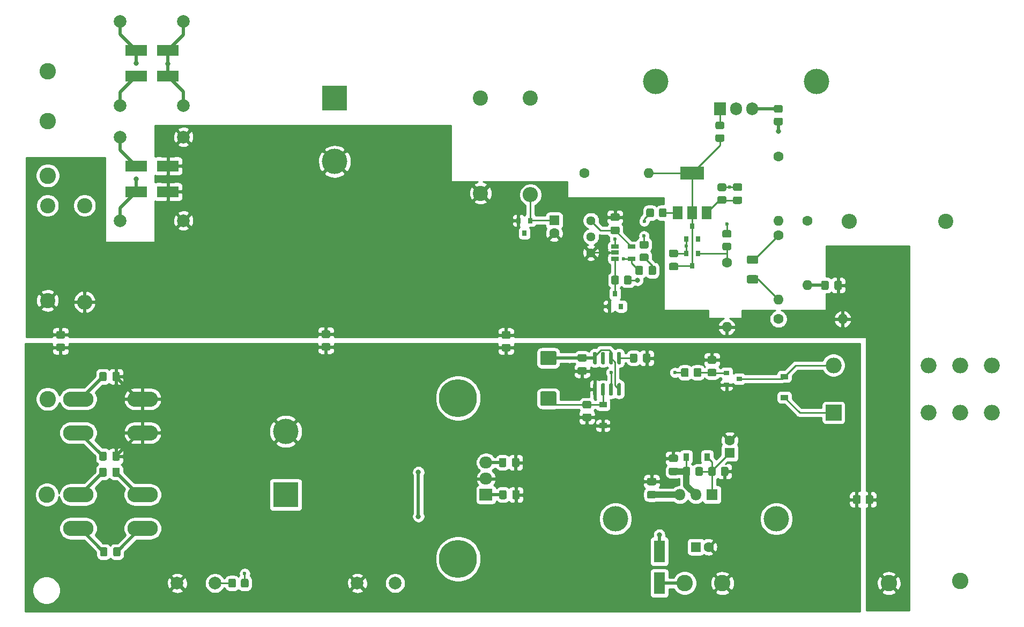
<source format=gbr>
G04 #@! TF.GenerationSoftware,KiCad,Pcbnew,(5.1.10-1-10_14)*
G04 #@! TF.CreationDate,2021-07-20T11:42:14+02:00*
G04 #@! TF.ProjectId,hv-power-supply-v1,68762d70-6f77-4657-922d-737570706c79,rev?*
G04 #@! TF.SameCoordinates,Original*
G04 #@! TF.FileFunction,Copper,L1,Top*
G04 #@! TF.FilePolarity,Positive*
%FSLAX46Y46*%
G04 Gerber Fmt 4.6, Leading zero omitted, Abs format (unit mm)*
G04 Created by KiCad (PCBNEW (5.1.10-1-10_14)) date 2021-07-20 11:42:14*
%MOMM*%
%LPD*%
G01*
G04 APERTURE LIST*
G04 #@! TA.AperFunction,SMDPad,CuDef*
%ADD10R,1.500000X2.000000*%
G04 #@! TD*
G04 #@! TA.AperFunction,SMDPad,CuDef*
%ADD11R,3.800000X2.000000*%
G04 #@! TD*
G04 #@! TA.AperFunction,ComponentPad*
%ADD12C,6.000000*%
G04 #@! TD*
G04 #@! TA.AperFunction,SMDPad,CuDef*
%ADD13R,0.800000X0.900000*%
G04 #@! TD*
G04 #@! TA.AperFunction,SMDPad,CuDef*
%ADD14R,0.900000X0.800000*%
G04 #@! TD*
G04 #@! TA.AperFunction,SMDPad,CuDef*
%ADD15R,1.220000X0.650000*%
G04 #@! TD*
G04 #@! TA.AperFunction,ComponentPad*
%ADD16C,4.000000*%
G04 #@! TD*
G04 #@! TA.AperFunction,ComponentPad*
%ADD17R,4.000000X4.000000*%
G04 #@! TD*
G04 #@! TA.AperFunction,ComponentPad*
%ADD18R,2.000000X1.905000*%
G04 #@! TD*
G04 #@! TA.AperFunction,ComponentPad*
%ADD19O,2.000000X1.905000*%
G04 #@! TD*
G04 #@! TA.AperFunction,SMDPad,CuDef*
%ADD20R,1.800000X3.500000*%
G04 #@! TD*
G04 #@! TA.AperFunction,ComponentPad*
%ADD21O,2.400000X2.400000*%
G04 #@! TD*
G04 #@! TA.AperFunction,ComponentPad*
%ADD22C,2.400000*%
G04 #@! TD*
G04 #@! TA.AperFunction,ComponentPad*
%ADD23O,4.800600X2.400300*%
G04 #@! TD*
G04 #@! TA.AperFunction,SMDPad,CuDef*
%ADD24R,0.900000X1.200000*%
G04 #@! TD*
G04 #@! TA.AperFunction,ComponentPad*
%ADD25C,1.600000*%
G04 #@! TD*
G04 #@! TA.AperFunction,ComponentPad*
%ADD26R,1.600000X1.600000*%
G04 #@! TD*
G04 #@! TA.AperFunction,SMDPad,CuDef*
%ADD27R,3.500000X1.800000*%
G04 #@! TD*
G04 #@! TA.AperFunction,ComponentPad*
%ADD28C,2.000000*%
G04 #@! TD*
G04 #@! TA.AperFunction,ComponentPad*
%ADD29O,1.600000X1.600000*%
G04 #@! TD*
G04 #@! TA.AperFunction,ComponentPad*
%ADD30O,1.905000X2.000000*%
G04 #@! TD*
G04 #@! TA.AperFunction,ComponentPad*
%ADD31R,1.905000X2.000000*%
G04 #@! TD*
G04 #@! TA.AperFunction,ComponentPad*
%ADD32C,2.600000*%
G04 #@! TD*
G04 #@! TA.AperFunction,ComponentPad*
%ADD33C,1.440000*%
G04 #@! TD*
G04 #@! TA.AperFunction,ComponentPad*
%ADD34O,2.500000X2.500000*%
G04 #@! TD*
G04 #@! TA.AperFunction,ComponentPad*
%ADD35R,2.500000X2.500000*%
G04 #@! TD*
G04 #@! TA.AperFunction,SMDPad,CuDef*
%ADD36R,1.200000X0.900000*%
G04 #@! TD*
G04 #@! TA.AperFunction,ComponentPad*
%ADD37R,1.800000X1.800000*%
G04 #@! TD*
G04 #@! TA.AperFunction,ComponentPad*
%ADD38O,1.800000X1.800000*%
G04 #@! TD*
G04 #@! TA.AperFunction,ViaPad*
%ADD39C,0.800000*%
G04 #@! TD*
G04 #@! TA.AperFunction,ViaPad*
%ADD40C,0.600000*%
G04 #@! TD*
G04 #@! TA.AperFunction,Conductor*
%ADD41C,0.250000*%
G04 #@! TD*
G04 #@! TA.AperFunction,Conductor*
%ADD42C,0.500000*%
G04 #@! TD*
G04 #@! TA.AperFunction,Conductor*
%ADD43C,1.000000*%
G04 #@! TD*
G04 #@! TA.AperFunction,Conductor*
%ADD44C,0.254000*%
G04 #@! TD*
G04 #@! TA.AperFunction,Conductor*
%ADD45C,0.100000*%
G04 #@! TD*
G04 APERTURE END LIST*
D10*
X158863000Y-81216500D03*
X163463000Y-81216500D03*
X161163000Y-81216500D03*
D11*
X161163000Y-74916500D03*
D12*
X124206000Y-135890000D03*
X124206000Y-110490000D03*
D13*
X161160500Y-89630000D03*
X160210500Y-87630000D03*
X162110500Y-87630000D03*
D14*
X168602000Y-107465000D03*
X166602000Y-108415000D03*
X166602000Y-106515000D03*
D15*
X151616400Y-86550500D03*
X151616400Y-88450500D03*
X148996400Y-88450500D03*
X148996400Y-87500500D03*
X148996400Y-86550500D03*
D16*
X96990000Y-115753000D03*
D17*
X96990000Y-125753000D03*
D18*
X128613000Y-125753000D03*
D19*
X128613000Y-123213000D03*
X128613000Y-120673000D03*
D16*
X155410000Y-60475000D03*
X180810000Y-60475000D03*
X149060000Y-129563000D03*
X174460000Y-129563000D03*
D20*
X155981500Y-139723000D03*
X155981500Y-134723000D03*
D21*
X185991500Y-82550000D03*
D22*
X201231500Y-82550000D03*
D23*
X64224000Y-110640000D03*
X74384000Y-110640000D03*
X74384000Y-131087000D03*
X64224000Y-131087000D03*
X74384000Y-125753000D03*
X64224000Y-125753000D03*
X64224000Y-115974000D03*
X74384000Y-115974000D03*
D24*
X163536000Y-119784000D03*
X160236000Y-119784000D03*
D25*
X167094000Y-117149000D03*
D26*
X167094000Y-119149000D03*
G04 #@! TA.AperFunction,SMDPad,CuDef*
G36*
G01*
X61880001Y-101080000D02*
X60979999Y-101080000D01*
G75*
G02*
X60730000Y-100830001I0J249999D01*
G01*
X60730000Y-100129999D01*
G75*
G02*
X60979999Y-99880000I249999J0D01*
G01*
X61880001Y-99880000D01*
G75*
G02*
X62130000Y-100129999I0J-249999D01*
G01*
X62130000Y-100830001D01*
G75*
G02*
X61880001Y-101080000I-249999J0D01*
G01*
G37*
G04 #@! TD.AperFunction*
G04 #@! TA.AperFunction,SMDPad,CuDef*
G36*
G01*
X61880001Y-103080000D02*
X60979999Y-103080000D01*
G75*
G02*
X60730000Y-102830001I0J249999D01*
G01*
X60730000Y-102129999D01*
G75*
G02*
X60979999Y-101880000I249999J0D01*
G01*
X61880001Y-101880000D01*
G75*
G02*
X62130000Y-102129999I0J-249999D01*
G01*
X62130000Y-102830001D01*
G75*
G02*
X61880001Y-103080000I-249999J0D01*
G01*
G37*
G04 #@! TD.AperFunction*
D21*
X65214500Y-95313500D03*
D22*
X65214500Y-80073500D03*
D27*
X73368000Y-59586000D03*
X78368000Y-59586000D03*
X78368000Y-73810000D03*
X73368000Y-73810000D03*
X78368000Y-77874000D03*
X73368000Y-77874000D03*
X73368000Y-55522000D03*
X78368000Y-55522000D03*
D28*
X70828000Y-69238000D03*
X80828000Y-69238000D03*
X70828000Y-82446000D03*
X80828000Y-82446000D03*
X70828000Y-64285000D03*
X80828000Y-64285000D03*
X70828000Y-50950000D03*
X80828000Y-50950000D03*
G04 #@! TA.AperFunction,SMDPad,CuDef*
G36*
G01*
X145971500Y-105138000D02*
X145671500Y-105138000D01*
G75*
G02*
X145521500Y-104988000I0J150000D01*
G01*
X145521500Y-103338000D01*
G75*
G02*
X145671500Y-103188000I150000J0D01*
G01*
X145971500Y-103188000D01*
G75*
G02*
X146121500Y-103338000I0J-150000D01*
G01*
X146121500Y-104988000D01*
G75*
G02*
X145971500Y-105138000I-150000J0D01*
G01*
G37*
G04 #@! TD.AperFunction*
G04 #@! TA.AperFunction,SMDPad,CuDef*
G36*
G01*
X147241500Y-105138000D02*
X146941500Y-105138000D01*
G75*
G02*
X146791500Y-104988000I0J150000D01*
G01*
X146791500Y-103338000D01*
G75*
G02*
X146941500Y-103188000I150000J0D01*
G01*
X147241500Y-103188000D01*
G75*
G02*
X147391500Y-103338000I0J-150000D01*
G01*
X147391500Y-104988000D01*
G75*
G02*
X147241500Y-105138000I-150000J0D01*
G01*
G37*
G04 #@! TD.AperFunction*
G04 #@! TA.AperFunction,SMDPad,CuDef*
G36*
G01*
X148511500Y-105138000D02*
X148211500Y-105138000D01*
G75*
G02*
X148061500Y-104988000I0J150000D01*
G01*
X148061500Y-103338000D01*
G75*
G02*
X148211500Y-103188000I150000J0D01*
G01*
X148511500Y-103188000D01*
G75*
G02*
X148661500Y-103338000I0J-150000D01*
G01*
X148661500Y-104988000D01*
G75*
G02*
X148511500Y-105138000I-150000J0D01*
G01*
G37*
G04 #@! TD.AperFunction*
G04 #@! TA.AperFunction,SMDPad,CuDef*
G36*
G01*
X149781500Y-105138000D02*
X149481500Y-105138000D01*
G75*
G02*
X149331500Y-104988000I0J150000D01*
G01*
X149331500Y-103338000D01*
G75*
G02*
X149481500Y-103188000I150000J0D01*
G01*
X149781500Y-103188000D01*
G75*
G02*
X149931500Y-103338000I0J-150000D01*
G01*
X149931500Y-104988000D01*
G75*
G02*
X149781500Y-105138000I-150000J0D01*
G01*
G37*
G04 #@! TD.AperFunction*
G04 #@! TA.AperFunction,SMDPad,CuDef*
G36*
G01*
X149781500Y-110088000D02*
X149481500Y-110088000D01*
G75*
G02*
X149331500Y-109938000I0J150000D01*
G01*
X149331500Y-108288000D01*
G75*
G02*
X149481500Y-108138000I150000J0D01*
G01*
X149781500Y-108138000D01*
G75*
G02*
X149931500Y-108288000I0J-150000D01*
G01*
X149931500Y-109938000D01*
G75*
G02*
X149781500Y-110088000I-150000J0D01*
G01*
G37*
G04 #@! TD.AperFunction*
G04 #@! TA.AperFunction,SMDPad,CuDef*
G36*
G01*
X148511500Y-110088000D02*
X148211500Y-110088000D01*
G75*
G02*
X148061500Y-109938000I0J150000D01*
G01*
X148061500Y-108288000D01*
G75*
G02*
X148211500Y-108138000I150000J0D01*
G01*
X148511500Y-108138000D01*
G75*
G02*
X148661500Y-108288000I0J-150000D01*
G01*
X148661500Y-109938000D01*
G75*
G02*
X148511500Y-110088000I-150000J0D01*
G01*
G37*
G04 #@! TD.AperFunction*
G04 #@! TA.AperFunction,SMDPad,CuDef*
G36*
G01*
X147241500Y-110088000D02*
X146941500Y-110088000D01*
G75*
G02*
X146791500Y-109938000I0J150000D01*
G01*
X146791500Y-108288000D01*
G75*
G02*
X146941500Y-108138000I150000J0D01*
G01*
X147241500Y-108138000D01*
G75*
G02*
X147391500Y-108288000I0J-150000D01*
G01*
X147391500Y-109938000D01*
G75*
G02*
X147241500Y-110088000I-150000J0D01*
G01*
G37*
G04 #@! TD.AperFunction*
G04 #@! TA.AperFunction,SMDPad,CuDef*
G36*
G01*
X145971500Y-110088000D02*
X145671500Y-110088000D01*
G75*
G02*
X145521500Y-109938000I0J150000D01*
G01*
X145521500Y-108288000D01*
G75*
G02*
X145671500Y-108138000I150000J0D01*
G01*
X145971500Y-108138000D01*
G75*
G02*
X146121500Y-108288000I0J-150000D01*
G01*
X146121500Y-109938000D01*
G75*
G02*
X145971500Y-110088000I-150000J0D01*
G01*
G37*
G04 #@! TD.AperFunction*
G04 #@! TA.AperFunction,SMDPad,CuDef*
G36*
G01*
X165994501Y-68005500D02*
X165094499Y-68005500D01*
G75*
G02*
X164844500Y-67755501I0J249999D01*
G01*
X164844500Y-67055499D01*
G75*
G02*
X165094499Y-66805500I249999J0D01*
G01*
X165994501Y-66805500D01*
G75*
G02*
X166244500Y-67055499I0J-249999D01*
G01*
X166244500Y-67755501D01*
G75*
G02*
X165994501Y-68005500I-249999J0D01*
G01*
G37*
G04 #@! TD.AperFunction*
G04 #@! TA.AperFunction,SMDPad,CuDef*
G36*
G01*
X165994501Y-70005500D02*
X165094499Y-70005500D01*
G75*
G02*
X164844500Y-69755501I0J249999D01*
G01*
X164844500Y-69055499D01*
G75*
G02*
X165094499Y-68805500I249999J0D01*
G01*
X165994501Y-68805500D01*
G75*
G02*
X166244500Y-69055499I0J-249999D01*
G01*
X166244500Y-69755501D01*
G75*
G02*
X165994501Y-70005500I-249999J0D01*
G01*
G37*
G04 #@! TD.AperFunction*
D29*
X166649500Y-99273500D03*
D25*
X166649500Y-89113500D03*
D29*
X154305000Y-74930000D03*
D25*
X144145000Y-74930000D03*
D29*
X174777500Y-82509500D03*
D25*
X174777500Y-72349500D03*
G04 #@! TA.AperFunction,SMDPad,CuDef*
G36*
G01*
X174327499Y-66193000D02*
X175227501Y-66193000D01*
G75*
G02*
X175477500Y-66442999I0J-249999D01*
G01*
X175477500Y-67143001D01*
G75*
G02*
X175227501Y-67393000I-249999J0D01*
G01*
X174327499Y-67393000D01*
G75*
G02*
X174077500Y-67143001I0J249999D01*
G01*
X174077500Y-66442999D01*
G75*
G02*
X174327499Y-66193000I249999J0D01*
G01*
G37*
G04 #@! TD.AperFunction*
G04 #@! TA.AperFunction,SMDPad,CuDef*
G36*
G01*
X174327499Y-64193000D02*
X175227501Y-64193000D01*
G75*
G02*
X175477500Y-64442999I0J-249999D01*
G01*
X175477500Y-65143001D01*
G75*
G02*
X175227501Y-65393000I-249999J0D01*
G01*
X174327499Y-65393000D01*
G75*
G02*
X174077500Y-65143001I0J249999D01*
G01*
X174077500Y-64442999D01*
G75*
G02*
X174327499Y-64193000I249999J0D01*
G01*
G37*
G04 #@! TD.AperFunction*
G04 #@! TA.AperFunction,SMDPad,CuDef*
G36*
G01*
X170063497Y-91068000D02*
X171363503Y-91068000D01*
G75*
G02*
X171613500Y-91317997I0J-249997D01*
G01*
X171613500Y-92143003D01*
G75*
G02*
X171363503Y-92393000I-249997J0D01*
G01*
X170063497Y-92393000D01*
G75*
G02*
X169813500Y-92143003I0J249997D01*
G01*
X169813500Y-91317997D01*
G75*
G02*
X170063497Y-91068000I249997J0D01*
G01*
G37*
G04 #@! TD.AperFunction*
G04 #@! TA.AperFunction,SMDPad,CuDef*
G36*
G01*
X170063497Y-87943000D02*
X171363503Y-87943000D01*
G75*
G02*
X171613500Y-88192997I0J-249997D01*
G01*
X171613500Y-89018003D01*
G75*
G02*
X171363503Y-89268000I-249997J0D01*
G01*
X170063497Y-89268000D01*
G75*
G02*
X169813500Y-89018003I0J249997D01*
G01*
X169813500Y-88192997D01*
G75*
G02*
X170063497Y-87943000I249997J0D01*
G01*
G37*
G04 #@! TD.AperFunction*
G04 #@! TA.AperFunction,SMDPad,CuDef*
G36*
G01*
X183631000Y-93144500D02*
X183631000Y-92194500D01*
G75*
G02*
X183881000Y-91944500I250000J0D01*
G01*
X184556000Y-91944500D01*
G75*
G02*
X184806000Y-92194500I0J-250000D01*
G01*
X184806000Y-93144500D01*
G75*
G02*
X184556000Y-93394500I-250000J0D01*
G01*
X183881000Y-93394500D01*
G75*
G02*
X183631000Y-93144500I0J250000D01*
G01*
G37*
G04 #@! TD.AperFunction*
G04 #@! TA.AperFunction,SMDPad,CuDef*
G36*
G01*
X181556000Y-93144500D02*
X181556000Y-92194500D01*
G75*
G02*
X181806000Y-91944500I250000J0D01*
G01*
X182481000Y-91944500D01*
G75*
G02*
X182731000Y-92194500I0J-250000D01*
G01*
X182731000Y-93144500D01*
G75*
G02*
X182481000Y-93394500I-250000J0D01*
G01*
X181806000Y-93394500D01*
G75*
G02*
X181556000Y-93144500I0J250000D01*
G01*
G37*
G04 #@! TD.AperFunction*
D30*
X170650000Y-64793000D03*
X168110000Y-64793000D03*
D31*
X165570000Y-64793000D03*
G04 #@! TA.AperFunction,SMDPad,CuDef*
G36*
G01*
X188560000Y-126965001D02*
X188560000Y-126064999D01*
G75*
G02*
X188809999Y-125815000I249999J0D01*
G01*
X189510001Y-125815000D01*
G75*
G02*
X189760000Y-126064999I0J-249999D01*
G01*
X189760000Y-126965001D01*
G75*
G02*
X189510001Y-127215000I-249999J0D01*
G01*
X188809999Y-127215000D01*
G75*
G02*
X188560000Y-126965001I0J249999D01*
G01*
G37*
G04 #@! TD.AperFunction*
G04 #@! TA.AperFunction,SMDPad,CuDef*
G36*
G01*
X186560000Y-126965001D02*
X186560000Y-126064999D01*
G75*
G02*
X186809999Y-125815000I249999J0D01*
G01*
X187510001Y-125815000D01*
G75*
G02*
X187760000Y-126064999I0J-249999D01*
G01*
X187760000Y-126965001D01*
G75*
G02*
X187510001Y-127215000I-249999J0D01*
G01*
X186809999Y-127215000D01*
G75*
G02*
X186560000Y-126965001I0J249999D01*
G01*
G37*
G04 #@! TD.AperFunction*
G04 #@! TA.AperFunction,SMDPad,CuDef*
G36*
G01*
X132238001Y-101112000D02*
X131337999Y-101112000D01*
G75*
G02*
X131088000Y-100862001I0J249999D01*
G01*
X131088000Y-100161999D01*
G75*
G02*
X131337999Y-99912000I249999J0D01*
G01*
X132238001Y-99912000D01*
G75*
G02*
X132488000Y-100161999I0J-249999D01*
G01*
X132488000Y-100862001D01*
G75*
G02*
X132238001Y-101112000I-249999J0D01*
G01*
G37*
G04 #@! TD.AperFunction*
G04 #@! TA.AperFunction,SMDPad,CuDef*
G36*
G01*
X132238001Y-103112000D02*
X131337999Y-103112000D01*
G75*
G02*
X131088000Y-102862001I0J249999D01*
G01*
X131088000Y-102161999D01*
G75*
G02*
X131337999Y-101912000I249999J0D01*
G01*
X132238001Y-101912000D01*
G75*
G02*
X132488000Y-102161999I0J-249999D01*
G01*
X132488000Y-102862001D01*
G75*
G02*
X132238001Y-103112000I-249999J0D01*
G01*
G37*
G04 #@! TD.AperFunction*
G04 #@! TA.AperFunction,SMDPad,CuDef*
G36*
G01*
X103790001Y-100985000D02*
X102889999Y-100985000D01*
G75*
G02*
X102640000Y-100735001I0J249999D01*
G01*
X102640000Y-100034999D01*
G75*
G02*
X102889999Y-99785000I249999J0D01*
G01*
X103790001Y-99785000D01*
G75*
G02*
X104040000Y-100034999I0J-249999D01*
G01*
X104040000Y-100735001D01*
G75*
G02*
X103790001Y-100985000I-249999J0D01*
G01*
G37*
G04 #@! TD.AperFunction*
G04 #@! TA.AperFunction,SMDPad,CuDef*
G36*
G01*
X103790001Y-102985000D02*
X102889999Y-102985000D01*
G75*
G02*
X102640000Y-102735001I0J249999D01*
G01*
X102640000Y-102034999D01*
G75*
G02*
X102889999Y-101785000I249999J0D01*
G01*
X103790001Y-101785000D01*
G75*
G02*
X104040000Y-102034999I0J-249999D01*
G01*
X104040000Y-102735001D01*
G75*
G02*
X103790001Y-102985000I-249999J0D01*
G01*
G37*
G04 #@! TD.AperFunction*
G04 #@! TA.AperFunction,SMDPad,CuDef*
G36*
G01*
X166199499Y-85941500D02*
X167099501Y-85941500D01*
G75*
G02*
X167349500Y-86191499I0J-249999D01*
G01*
X167349500Y-86891501D01*
G75*
G02*
X167099501Y-87141500I-249999J0D01*
G01*
X166199499Y-87141500D01*
G75*
G02*
X165949500Y-86891501I0J249999D01*
G01*
X165949500Y-86191499D01*
G75*
G02*
X166199499Y-85941500I249999J0D01*
G01*
G37*
G04 #@! TD.AperFunction*
G04 #@! TA.AperFunction,SMDPad,CuDef*
G36*
G01*
X166199499Y-83941500D02*
X167099501Y-83941500D01*
G75*
G02*
X167349500Y-84191499I0J-249999D01*
G01*
X167349500Y-84891501D01*
G75*
G02*
X167099501Y-85141500I-249999J0D01*
G01*
X166199499Y-85141500D01*
G75*
G02*
X165949500Y-84891501I0J249999D01*
G01*
X165949500Y-84191499D01*
G75*
G02*
X166199499Y-83941500I249999J0D01*
G01*
G37*
G04 #@! TD.AperFunction*
G04 #@! TA.AperFunction,SMDPad,CuDef*
G36*
G01*
X161668000Y-122520001D02*
X161668000Y-121619999D01*
G75*
G02*
X161917999Y-121370000I249999J0D01*
G01*
X162618001Y-121370000D01*
G75*
G02*
X162868000Y-121619999I0J-249999D01*
G01*
X162868000Y-122520001D01*
G75*
G02*
X162618001Y-122770000I-249999J0D01*
G01*
X161917999Y-122770000D01*
G75*
G02*
X161668000Y-122520001I0J249999D01*
G01*
G37*
G04 #@! TD.AperFunction*
G04 #@! TA.AperFunction,SMDPad,CuDef*
G36*
G01*
X159668000Y-122520001D02*
X159668000Y-121619999D01*
G75*
G02*
X159917999Y-121370000I249999J0D01*
G01*
X160618001Y-121370000D01*
G75*
G02*
X160868000Y-121619999I0J-249999D01*
G01*
X160868000Y-122520001D01*
G75*
G02*
X160618001Y-122770000I-249999J0D01*
G01*
X159917999Y-122770000D01*
G75*
G02*
X159668000Y-122520001I0J249999D01*
G01*
G37*
G04 #@! TD.AperFunction*
G04 #@! TA.AperFunction,SMDPad,CuDef*
G36*
G01*
X165700000Y-122520001D02*
X165700000Y-121619999D01*
G75*
G02*
X165949999Y-121370000I249999J0D01*
G01*
X166650001Y-121370000D01*
G75*
G02*
X166900000Y-121619999I0J-249999D01*
G01*
X166900000Y-122520001D01*
G75*
G02*
X166650001Y-122770000I-249999J0D01*
G01*
X165949999Y-122770000D01*
G75*
G02*
X165700000Y-122520001I0J249999D01*
G01*
G37*
G04 #@! TD.AperFunction*
G04 #@! TA.AperFunction,SMDPad,CuDef*
G36*
G01*
X163700000Y-122520001D02*
X163700000Y-121619999D01*
G75*
G02*
X163949999Y-121370000I249999J0D01*
G01*
X164650001Y-121370000D01*
G75*
G02*
X164900000Y-121619999I0J-249999D01*
G01*
X164900000Y-122520001D01*
G75*
G02*
X164650001Y-122770000I-249999J0D01*
G01*
X163949999Y-122770000D01*
G75*
G02*
X163700000Y-122520001I0J249999D01*
G01*
G37*
G04 #@! TD.AperFunction*
G04 #@! TA.AperFunction,SMDPad,CuDef*
G36*
G01*
X89113000Y-139272999D02*
X89113000Y-140173001D01*
G75*
G02*
X88863001Y-140423000I-249999J0D01*
G01*
X88162999Y-140423000D01*
G75*
G02*
X87913000Y-140173001I0J249999D01*
G01*
X87913000Y-139272999D01*
G75*
G02*
X88162999Y-139023000I249999J0D01*
G01*
X88863001Y-139023000D01*
G75*
G02*
X89113000Y-139272999I0J-249999D01*
G01*
G37*
G04 #@! TD.AperFunction*
G04 #@! TA.AperFunction,SMDPad,CuDef*
G36*
G01*
X91113000Y-139272999D02*
X91113000Y-140173001D01*
G75*
G02*
X90863001Y-140423000I-249999J0D01*
G01*
X90162999Y-140423000D01*
G75*
G02*
X89913000Y-140173001I0J249999D01*
G01*
X89913000Y-139272999D01*
G75*
G02*
X90162999Y-139023000I249999J0D01*
G01*
X90863001Y-139023000D01*
G75*
G02*
X91113000Y-139272999I0J-249999D01*
G01*
G37*
G04 #@! TD.AperFunction*
G04 #@! TA.AperFunction,SMDPad,CuDef*
G36*
G01*
X163849999Y-105849000D02*
X164750001Y-105849000D01*
G75*
G02*
X165000000Y-106098999I0J-249999D01*
G01*
X165000000Y-106799001D01*
G75*
G02*
X164750001Y-107049000I-249999J0D01*
G01*
X163849999Y-107049000D01*
G75*
G02*
X163600000Y-106799001I0J249999D01*
G01*
X163600000Y-106098999D01*
G75*
G02*
X163849999Y-105849000I249999J0D01*
G01*
G37*
G04 #@! TD.AperFunction*
G04 #@! TA.AperFunction,SMDPad,CuDef*
G36*
G01*
X163849999Y-103849000D02*
X164750001Y-103849000D01*
G75*
G02*
X165000000Y-104098999I0J-249999D01*
G01*
X165000000Y-104799001D01*
G75*
G02*
X164750001Y-105049000I-249999J0D01*
G01*
X163849999Y-105049000D01*
G75*
G02*
X163600000Y-104799001I0J249999D01*
G01*
X163600000Y-104098999D01*
G75*
G02*
X163849999Y-103849000I249999J0D01*
G01*
G37*
G04 #@! TD.AperFunction*
G04 #@! TA.AperFunction,SMDPad,CuDef*
G36*
G01*
X161414000Y-106899001D02*
X161414000Y-105998999D01*
G75*
G02*
X161663999Y-105749000I249999J0D01*
G01*
X162364001Y-105749000D01*
G75*
G02*
X162614000Y-105998999I0J-249999D01*
G01*
X162614000Y-106899001D01*
G75*
G02*
X162364001Y-107149000I-249999J0D01*
G01*
X161663999Y-107149000D01*
G75*
G02*
X161414000Y-106899001I0J249999D01*
G01*
G37*
G04 #@! TD.AperFunction*
G04 #@! TA.AperFunction,SMDPad,CuDef*
G36*
G01*
X159414000Y-106899001D02*
X159414000Y-105998999D01*
G75*
G02*
X159663999Y-105749000I249999J0D01*
G01*
X160364001Y-105749000D01*
G75*
G02*
X160614000Y-105998999I0J-249999D01*
G01*
X160614000Y-106899001D01*
G75*
G02*
X160364001Y-107149000I-249999J0D01*
G01*
X159663999Y-107149000D01*
G75*
G02*
X159414000Y-106899001I0J249999D01*
G01*
G37*
G04 #@! TD.AperFunction*
G04 #@! TA.AperFunction,SMDPad,CuDef*
G36*
G01*
X144101499Y-112929000D02*
X145001501Y-112929000D01*
G75*
G02*
X145251500Y-113178999I0J-249999D01*
G01*
X145251500Y-113879001D01*
G75*
G02*
X145001501Y-114129000I-249999J0D01*
G01*
X144101499Y-114129000D01*
G75*
G02*
X143851500Y-113879001I0J249999D01*
G01*
X143851500Y-113178999D01*
G75*
G02*
X144101499Y-112929000I249999J0D01*
G01*
G37*
G04 #@! TD.AperFunction*
G04 #@! TA.AperFunction,SMDPad,CuDef*
G36*
G01*
X144101499Y-110929000D02*
X145001501Y-110929000D01*
G75*
G02*
X145251500Y-111178999I0J-249999D01*
G01*
X145251500Y-111879001D01*
G75*
G02*
X145001501Y-112129000I-249999J0D01*
G01*
X144101499Y-112129000D01*
G75*
G02*
X143851500Y-111879001I0J249999D01*
G01*
X143851500Y-111178999D01*
G75*
G02*
X144101499Y-110929000I249999J0D01*
G01*
G37*
G04 #@! TD.AperFunction*
G04 #@! TA.AperFunction,SMDPad,CuDef*
G36*
G01*
X158679000Y-120582500D02*
X157729000Y-120582500D01*
G75*
G02*
X157479000Y-120332500I0J250000D01*
G01*
X157479000Y-119657500D01*
G75*
G02*
X157729000Y-119407500I250000J0D01*
G01*
X158679000Y-119407500D01*
G75*
G02*
X158929000Y-119657500I0J-250000D01*
G01*
X158929000Y-120332500D01*
G75*
G02*
X158679000Y-120582500I-250000J0D01*
G01*
G37*
G04 #@! TD.AperFunction*
G04 #@! TA.AperFunction,SMDPad,CuDef*
G36*
G01*
X158679000Y-122657500D02*
X157729000Y-122657500D01*
G75*
G02*
X157479000Y-122407500I0J250000D01*
G01*
X157479000Y-121732500D01*
G75*
G02*
X157729000Y-121482500I250000J0D01*
G01*
X158679000Y-121482500D01*
G75*
G02*
X158929000Y-121732500I0J-250000D01*
G01*
X158929000Y-122407500D01*
G75*
G02*
X158679000Y-122657500I-250000J0D01*
G01*
G37*
G04 #@! TD.AperFunction*
G04 #@! TA.AperFunction,SMDPad,CuDef*
G36*
G01*
X155250000Y-124265500D02*
X154300000Y-124265500D01*
G75*
G02*
X154050000Y-124015500I0J250000D01*
G01*
X154050000Y-123340500D01*
G75*
G02*
X154300000Y-123090500I250000J0D01*
G01*
X155250000Y-123090500D01*
G75*
G02*
X155500000Y-123340500I0J-250000D01*
G01*
X155500000Y-124015500D01*
G75*
G02*
X155250000Y-124265500I-250000J0D01*
G01*
G37*
G04 #@! TD.AperFunction*
G04 #@! TA.AperFunction,SMDPad,CuDef*
G36*
G01*
X155250000Y-126340500D02*
X154300000Y-126340500D01*
G75*
G02*
X154050000Y-126090500I0J250000D01*
G01*
X154050000Y-125415500D01*
G75*
G02*
X154300000Y-125165500I250000J0D01*
G01*
X155250000Y-125165500D01*
G75*
G02*
X155500000Y-125415500I0J-250000D01*
G01*
X155500000Y-126090500D01*
G75*
G02*
X155250000Y-126340500I-250000J0D01*
G01*
G37*
G04 #@! TD.AperFunction*
G04 #@! TA.AperFunction,SMDPad,CuDef*
G36*
G01*
X143314500Y-105607500D02*
X144264500Y-105607500D01*
G75*
G02*
X144514500Y-105857500I0J-250000D01*
G01*
X144514500Y-106532500D01*
G75*
G02*
X144264500Y-106782500I-250000J0D01*
G01*
X143314500Y-106782500D01*
G75*
G02*
X143064500Y-106532500I0J250000D01*
G01*
X143064500Y-105857500D01*
G75*
G02*
X143314500Y-105607500I250000J0D01*
G01*
G37*
G04 #@! TD.AperFunction*
G04 #@! TA.AperFunction,SMDPad,CuDef*
G36*
G01*
X143314500Y-103532500D02*
X144264500Y-103532500D01*
G75*
G02*
X144514500Y-103782500I0J-250000D01*
G01*
X144514500Y-104457500D01*
G75*
G02*
X144264500Y-104707500I-250000J0D01*
G01*
X143314500Y-104707500D01*
G75*
G02*
X143064500Y-104457500I0J250000D01*
G01*
X143064500Y-103782500D01*
G75*
G02*
X143314500Y-103532500I250000J0D01*
G01*
G37*
G04 #@! TD.AperFunction*
G04 #@! TA.AperFunction,SMDPad,CuDef*
G36*
G01*
X153405000Y-104638000D02*
X153405000Y-103688000D01*
G75*
G02*
X153655000Y-103438000I250000J0D01*
G01*
X154330000Y-103438000D01*
G75*
G02*
X154580000Y-103688000I0J-250000D01*
G01*
X154580000Y-104638000D01*
G75*
G02*
X154330000Y-104888000I-250000J0D01*
G01*
X153655000Y-104888000D01*
G75*
G02*
X153405000Y-104638000I0J250000D01*
G01*
G37*
G04 #@! TD.AperFunction*
G04 #@! TA.AperFunction,SMDPad,CuDef*
G36*
G01*
X151330000Y-104638000D02*
X151330000Y-103688000D01*
G75*
G02*
X151580000Y-103438000I250000J0D01*
G01*
X152255000Y-103438000D01*
G75*
G02*
X152505000Y-103688000I0J-250000D01*
G01*
X152505000Y-104638000D01*
G75*
G02*
X152255000Y-104888000I-250000J0D01*
G01*
X151580000Y-104888000D01*
G75*
G02*
X151330000Y-104638000I0J250000D01*
G01*
G37*
G04 #@! TD.AperFunction*
G04 #@! TA.AperFunction,SMDPad,CuDef*
G36*
G01*
X130649500Y-121148000D02*
X130649500Y-120198000D01*
G75*
G02*
X130899500Y-119948000I250000J0D01*
G01*
X131574500Y-119948000D01*
G75*
G02*
X131824500Y-120198000I0J-250000D01*
G01*
X131824500Y-121148000D01*
G75*
G02*
X131574500Y-121398000I-250000J0D01*
G01*
X130899500Y-121398000D01*
G75*
G02*
X130649500Y-121148000I0J250000D01*
G01*
G37*
G04 #@! TD.AperFunction*
G04 #@! TA.AperFunction,SMDPad,CuDef*
G36*
G01*
X132724500Y-121148000D02*
X132724500Y-120198000D01*
G75*
G02*
X132974500Y-119948000I250000J0D01*
G01*
X133649500Y-119948000D01*
G75*
G02*
X133899500Y-120198000I0J-250000D01*
G01*
X133899500Y-121148000D01*
G75*
G02*
X133649500Y-121398000I-250000J0D01*
G01*
X132974500Y-121398000D01*
G75*
G02*
X132724500Y-121148000I0J250000D01*
G01*
G37*
G04 #@! TD.AperFunction*
G04 #@! TA.AperFunction,SMDPad,CuDef*
G36*
G01*
X130692500Y-126228000D02*
X130692500Y-125278000D01*
G75*
G02*
X130942500Y-125028000I250000J0D01*
G01*
X131617500Y-125028000D01*
G75*
G02*
X131867500Y-125278000I0J-250000D01*
G01*
X131867500Y-126228000D01*
G75*
G02*
X131617500Y-126478000I-250000J0D01*
G01*
X130942500Y-126478000D01*
G75*
G02*
X130692500Y-126228000I0J250000D01*
G01*
G37*
G04 #@! TD.AperFunction*
G04 #@! TA.AperFunction,SMDPad,CuDef*
G36*
G01*
X132767500Y-126228000D02*
X132767500Y-125278000D01*
G75*
G02*
X133017500Y-125028000I250000J0D01*
G01*
X133692500Y-125028000D01*
G75*
G02*
X133942500Y-125278000I0J-250000D01*
G01*
X133942500Y-126228000D01*
G75*
G02*
X133692500Y-126478000I-250000J0D01*
G01*
X133017500Y-126478000D01*
G75*
G02*
X132767500Y-126228000I0J250000D01*
G01*
G37*
G04 #@! TD.AperFunction*
D32*
X165951000Y-139723000D03*
X159982000Y-139723000D03*
X59398000Y-110640000D03*
X59271000Y-125753000D03*
X59398000Y-75334000D03*
X59398000Y-66698000D03*
X59398000Y-58824000D03*
D25*
X163760000Y-134008000D03*
D26*
X161760000Y-134008000D03*
G04 #@! TA.AperFunction,SMDPad,CuDef*
G36*
G01*
X137430499Y-109438000D02*
X139480501Y-109438000D01*
G75*
G02*
X139730500Y-109687999I0J-249999D01*
G01*
X139730500Y-111438001D01*
G75*
G02*
X139480501Y-111688000I-249999J0D01*
G01*
X137430499Y-111688000D01*
G75*
G02*
X137180500Y-111438001I0J249999D01*
G01*
X137180500Y-109687999D01*
G75*
G02*
X137430499Y-109438000I249999J0D01*
G01*
G37*
G04 #@! TD.AperFunction*
G04 #@! TA.AperFunction,SMDPad,CuDef*
G36*
G01*
X137430499Y-103038000D02*
X139480501Y-103038000D01*
G75*
G02*
X139730500Y-103287999I0J-249999D01*
G01*
X139730500Y-105038001D01*
G75*
G02*
X139480501Y-105288000I-249999J0D01*
G01*
X137430499Y-105288000D01*
G75*
G02*
X137180500Y-105038001I0J249999D01*
G01*
X137180500Y-103287999D01*
G75*
G02*
X137430499Y-103038000I249999J0D01*
G01*
G37*
G04 #@! TD.AperFunction*
D13*
X134683500Y-84439000D03*
X133733500Y-82439000D03*
X135633500Y-82439000D03*
D33*
X145186500Y-87526000D03*
X145186500Y-84986000D03*
X145186500Y-82446000D03*
D34*
X183496000Y-105299000D03*
X198496000Y-105299000D03*
X203496000Y-105299000D03*
X208496000Y-105299000D03*
X208496000Y-112799000D03*
X203496000Y-112799000D03*
X198496000Y-112799000D03*
D35*
X183496000Y-112799000D03*
D29*
X179349500Y-92669500D03*
D25*
X179349500Y-82509500D03*
G04 #@! TA.AperFunction,SMDPad,CuDef*
G36*
G01*
X165411999Y-78584500D02*
X166312001Y-78584500D01*
G75*
G02*
X166562000Y-78834499I0J-249999D01*
G01*
X166562000Y-79534501D01*
G75*
G02*
X166312001Y-79784500I-249999J0D01*
G01*
X165411999Y-79784500D01*
G75*
G02*
X165162000Y-79534501I0J249999D01*
G01*
X165162000Y-78834499D01*
G75*
G02*
X165411999Y-78584500I249999J0D01*
G01*
G37*
G04 #@! TD.AperFunction*
G04 #@! TA.AperFunction,SMDPad,CuDef*
G36*
G01*
X165411999Y-76584500D02*
X166312001Y-76584500D01*
G75*
G02*
X166562000Y-76834499I0J-249999D01*
G01*
X166562000Y-77534501D01*
G75*
G02*
X166312001Y-77784500I-249999J0D01*
G01*
X165411999Y-77784500D01*
G75*
G02*
X165162000Y-77534501I0J249999D01*
G01*
X165162000Y-76834499D01*
G75*
G02*
X165411999Y-76584500I249999J0D01*
G01*
G37*
G04 #@! TD.AperFunction*
G04 #@! TA.AperFunction,SMDPad,CuDef*
G36*
G01*
X149596500Y-91393999D02*
X149596500Y-92294001D01*
G75*
G02*
X149346501Y-92544000I-249999J0D01*
G01*
X148646499Y-92544000D01*
G75*
G02*
X148396500Y-92294001I0J249999D01*
G01*
X148396500Y-91393999D01*
G75*
G02*
X148646499Y-91144000I249999J0D01*
G01*
X149346501Y-91144000D01*
G75*
G02*
X149596500Y-91393999I0J-249999D01*
G01*
G37*
G04 #@! TD.AperFunction*
G04 #@! TA.AperFunction,SMDPad,CuDef*
G36*
G01*
X151596500Y-91393999D02*
X151596500Y-92294001D01*
G75*
G02*
X151346501Y-92544000I-249999J0D01*
G01*
X150646499Y-92544000D01*
G75*
G02*
X150396500Y-92294001I0J249999D01*
G01*
X150396500Y-91393999D01*
G75*
G02*
X150646499Y-91144000I249999J0D01*
G01*
X151346501Y-91144000D01*
G75*
G02*
X151596500Y-91393999I0J-249999D01*
G01*
G37*
G04 #@! TD.AperFunction*
G04 #@! TA.AperFunction,SMDPad,CuDef*
G36*
G01*
X155127500Y-80766499D02*
X155127500Y-81666501D01*
G75*
G02*
X154877501Y-81916500I-249999J0D01*
G01*
X154177499Y-81916500D01*
G75*
G02*
X153927500Y-81666501I0J249999D01*
G01*
X153927500Y-80766499D01*
G75*
G02*
X154177499Y-80516500I249999J0D01*
G01*
X154877501Y-80516500D01*
G75*
G02*
X155127500Y-80766499I0J-249999D01*
G01*
G37*
G04 #@! TD.AperFunction*
G04 #@! TA.AperFunction,SMDPad,CuDef*
G36*
G01*
X157127500Y-80766499D02*
X157127500Y-81666501D01*
G75*
G02*
X156877501Y-81916500I-249999J0D01*
G01*
X156177499Y-81916500D01*
G75*
G02*
X155927500Y-81666501I0J249999D01*
G01*
X155927500Y-80766499D01*
G75*
G02*
X156177499Y-80516500I249999J0D01*
G01*
X156877501Y-80516500D01*
G75*
G02*
X157127500Y-80766499I0J-249999D01*
G01*
G37*
G04 #@! TD.AperFunction*
G04 #@! TA.AperFunction,SMDPad,CuDef*
G36*
G01*
X154018501Y-86856000D02*
X153118499Y-86856000D01*
G75*
G02*
X152868500Y-86606001I0J249999D01*
G01*
X152868500Y-85905999D01*
G75*
G02*
X153118499Y-85656000I249999J0D01*
G01*
X154018501Y-85656000D01*
G75*
G02*
X154268500Y-85905999I0J-249999D01*
G01*
X154268500Y-86606001D01*
G75*
G02*
X154018501Y-86856000I-249999J0D01*
G01*
G37*
G04 #@! TD.AperFunction*
G04 #@! TA.AperFunction,SMDPad,CuDef*
G36*
G01*
X154018501Y-88856000D02*
X153118499Y-88856000D01*
G75*
G02*
X152868500Y-88606001I0J249999D01*
G01*
X152868500Y-87905999D01*
G75*
G02*
X153118499Y-87656000I249999J0D01*
G01*
X154018501Y-87656000D01*
G75*
G02*
X154268500Y-87905999I0J-249999D01*
G01*
X154268500Y-88606001D01*
G75*
G02*
X154018501Y-88856000I-249999J0D01*
G01*
G37*
G04 #@! TD.AperFunction*
D21*
X135636000Y-78359000D03*
D22*
X135636000Y-63119000D03*
D29*
X184937500Y-98003500D03*
D25*
X174777500Y-98003500D03*
D29*
X174777500Y-94955500D03*
D25*
X174777500Y-84795500D03*
D28*
X108293000Y-139723000D03*
X114262000Y-139723000D03*
X79845000Y-139723000D03*
X85814000Y-139723000D03*
D32*
X192240000Y-139723000D03*
X203543000Y-139342000D03*
D36*
X175730000Y-107085000D03*
X175730000Y-110385000D03*
D13*
X161165500Y-83344000D03*
X162115500Y-85344000D03*
X160215500Y-85344000D03*
X148996500Y-94003000D03*
X149946500Y-96003000D03*
X148046500Y-96003000D03*
D36*
X147091500Y-114829000D03*
X147091500Y-111529000D03*
G04 #@! TA.AperFunction,SMDPad,CuDef*
G36*
G01*
X68832500Y-134295000D02*
X68832500Y-135245000D01*
G75*
G02*
X68582500Y-135495000I-250000J0D01*
G01*
X67907500Y-135495000D01*
G75*
G02*
X67657500Y-135245000I0J250000D01*
G01*
X67657500Y-134295000D01*
G75*
G02*
X67907500Y-134045000I250000J0D01*
G01*
X68582500Y-134045000D01*
G75*
G02*
X68832500Y-134295000I0J-250000D01*
G01*
G37*
G04 #@! TD.AperFunction*
G04 #@! TA.AperFunction,SMDPad,CuDef*
G36*
G01*
X70907500Y-134295000D02*
X70907500Y-135245000D01*
G75*
G02*
X70657500Y-135495000I-250000J0D01*
G01*
X69982500Y-135495000D01*
G75*
G02*
X69732500Y-135245000I0J250000D01*
G01*
X69732500Y-134295000D01*
G75*
G02*
X69982500Y-134045000I250000J0D01*
G01*
X70657500Y-134045000D01*
G75*
G02*
X70907500Y-134295000I0J-250000D01*
G01*
G37*
G04 #@! TD.AperFunction*
G04 #@! TA.AperFunction,SMDPad,CuDef*
G36*
G01*
X69605500Y-122672000D02*
X69605500Y-121722000D01*
G75*
G02*
X69855500Y-121472000I250000J0D01*
G01*
X70530500Y-121472000D01*
G75*
G02*
X70780500Y-121722000I0J-250000D01*
G01*
X70780500Y-122672000D01*
G75*
G02*
X70530500Y-122922000I-250000J0D01*
G01*
X69855500Y-122922000D01*
G75*
G02*
X69605500Y-122672000I0J250000D01*
G01*
G37*
G04 #@! TD.AperFunction*
G04 #@! TA.AperFunction,SMDPad,CuDef*
G36*
G01*
X67530500Y-122672000D02*
X67530500Y-121722000D01*
G75*
G02*
X67780500Y-121472000I250000J0D01*
G01*
X68455500Y-121472000D01*
G75*
G02*
X68705500Y-121722000I0J-250000D01*
G01*
X68705500Y-122672000D01*
G75*
G02*
X68455500Y-122922000I-250000J0D01*
G01*
X67780500Y-122922000D01*
G75*
G02*
X67530500Y-122672000I0J250000D01*
G01*
G37*
G04 #@! TD.AperFunction*
G04 #@! TA.AperFunction,SMDPad,CuDef*
G36*
G01*
X68705500Y-106609000D02*
X68705500Y-107559000D01*
G75*
G02*
X68455500Y-107809000I-250000J0D01*
G01*
X67780500Y-107809000D01*
G75*
G02*
X67530500Y-107559000I0J250000D01*
G01*
X67530500Y-106609000D01*
G75*
G02*
X67780500Y-106359000I250000J0D01*
G01*
X68455500Y-106359000D01*
G75*
G02*
X68705500Y-106609000I0J-250000D01*
G01*
G37*
G04 #@! TD.AperFunction*
G04 #@! TA.AperFunction,SMDPad,CuDef*
G36*
G01*
X70780500Y-106609000D02*
X70780500Y-107559000D01*
G75*
G02*
X70530500Y-107809000I-250000J0D01*
G01*
X69855500Y-107809000D01*
G75*
G02*
X69605500Y-107559000I0J250000D01*
G01*
X69605500Y-106609000D01*
G75*
G02*
X69855500Y-106359000I250000J0D01*
G01*
X70530500Y-106359000D01*
G75*
G02*
X70780500Y-106609000I0J-250000D01*
G01*
G37*
G04 #@! TD.AperFunction*
G04 #@! TA.AperFunction,SMDPad,CuDef*
G36*
G01*
X158717000Y-88217500D02*
X157767000Y-88217500D01*
G75*
G02*
X157517000Y-87967500I0J250000D01*
G01*
X157517000Y-87292500D01*
G75*
G02*
X157767000Y-87042500I250000J0D01*
G01*
X158717000Y-87042500D01*
G75*
G02*
X158967000Y-87292500I0J-250000D01*
G01*
X158967000Y-87967500D01*
G75*
G02*
X158717000Y-88217500I-250000J0D01*
G01*
G37*
G04 #@! TD.AperFunction*
G04 #@! TA.AperFunction,SMDPad,CuDef*
G36*
G01*
X158717000Y-90292500D02*
X157767000Y-90292500D01*
G75*
G02*
X157517000Y-90042500I0J250000D01*
G01*
X157517000Y-89367500D01*
G75*
G02*
X157767000Y-89117500I250000J0D01*
G01*
X158717000Y-89117500D01*
G75*
G02*
X158967000Y-89367500I0J-250000D01*
G01*
X158967000Y-90042500D01*
G75*
G02*
X158717000Y-90292500I-250000J0D01*
G01*
G37*
G04 #@! TD.AperFunction*
D25*
X139382500Y-84423000D03*
D26*
X139382500Y-82423000D03*
G04 #@! TA.AperFunction,SMDPad,CuDef*
G36*
G01*
X168813500Y-77740000D02*
X167863500Y-77740000D01*
G75*
G02*
X167613500Y-77490000I0J250000D01*
G01*
X167613500Y-76815000D01*
G75*
G02*
X167863500Y-76565000I250000J0D01*
G01*
X168813500Y-76565000D01*
G75*
G02*
X169063500Y-76815000I0J-250000D01*
G01*
X169063500Y-77490000D01*
G75*
G02*
X168813500Y-77740000I-250000J0D01*
G01*
G37*
G04 #@! TD.AperFunction*
G04 #@! TA.AperFunction,SMDPad,CuDef*
G36*
G01*
X168813500Y-79815000D02*
X167863500Y-79815000D01*
G75*
G02*
X167613500Y-79565000I0J250000D01*
G01*
X167613500Y-78890000D01*
G75*
G02*
X167863500Y-78640000I250000J0D01*
G01*
X168813500Y-78640000D01*
G75*
G02*
X169063500Y-78890000I0J-250000D01*
G01*
X169063500Y-79565000D01*
G75*
G02*
X168813500Y-79815000I-250000J0D01*
G01*
G37*
G04 #@! TD.AperFunction*
G04 #@! TA.AperFunction,SMDPad,CuDef*
G36*
G01*
X149471500Y-82482500D02*
X148521500Y-82482500D01*
G75*
G02*
X148271500Y-82232500I0J250000D01*
G01*
X148271500Y-81557500D01*
G75*
G02*
X148521500Y-81307500I250000J0D01*
G01*
X149471500Y-81307500D01*
G75*
G02*
X149721500Y-81557500I0J-250000D01*
G01*
X149721500Y-82232500D01*
G75*
G02*
X149471500Y-82482500I-250000J0D01*
G01*
G37*
G04 #@! TD.AperFunction*
G04 #@! TA.AperFunction,SMDPad,CuDef*
G36*
G01*
X149471500Y-84557500D02*
X148521500Y-84557500D01*
G75*
G02*
X148271500Y-84307500I0J250000D01*
G01*
X148271500Y-83632500D01*
G75*
G02*
X148521500Y-83382500I250000J0D01*
G01*
X149471500Y-83382500D01*
G75*
G02*
X149721500Y-83632500I0J-250000D01*
G01*
X149721500Y-84307500D01*
G75*
G02*
X149471500Y-84557500I-250000J0D01*
G01*
G37*
G04 #@! TD.AperFunction*
G04 #@! TA.AperFunction,SMDPad,CuDef*
G36*
G01*
X154294000Y-90795000D02*
X154294000Y-89845000D01*
G75*
G02*
X154544000Y-89595000I250000J0D01*
G01*
X155219000Y-89595000D01*
G75*
G02*
X155469000Y-89845000I0J-250000D01*
G01*
X155469000Y-90795000D01*
G75*
G02*
X155219000Y-91045000I-250000J0D01*
G01*
X154544000Y-91045000D01*
G75*
G02*
X154294000Y-90795000I0J250000D01*
G01*
G37*
G04 #@! TD.AperFunction*
G04 #@! TA.AperFunction,SMDPad,CuDef*
G36*
G01*
X152219000Y-90795000D02*
X152219000Y-89845000D01*
G75*
G02*
X152469000Y-89595000I250000J0D01*
G01*
X153144000Y-89595000D01*
G75*
G02*
X153394000Y-89845000I0J-250000D01*
G01*
X153394000Y-90795000D01*
G75*
G02*
X153144000Y-91045000I-250000J0D01*
G01*
X152469000Y-91045000D01*
G75*
G02*
X152219000Y-90795000I0J250000D01*
G01*
G37*
G04 #@! TD.AperFunction*
D22*
X127762000Y-63119000D03*
X127762000Y-78119000D03*
D16*
X104711500Y-73119000D03*
D17*
X104711500Y-63119000D03*
D22*
X59372500Y-95073500D03*
X59372500Y-80073500D03*
G04 #@! TA.AperFunction,SMDPad,CuDef*
G36*
G01*
X69605500Y-120132000D02*
X69605500Y-119182000D01*
G75*
G02*
X69855500Y-118932000I250000J0D01*
G01*
X70530500Y-118932000D01*
G75*
G02*
X70780500Y-119182000I0J-250000D01*
G01*
X70780500Y-120132000D01*
G75*
G02*
X70530500Y-120382000I-250000J0D01*
G01*
X69855500Y-120382000D01*
G75*
G02*
X69605500Y-120132000I0J250000D01*
G01*
G37*
G04 #@! TD.AperFunction*
G04 #@! TA.AperFunction,SMDPad,CuDef*
G36*
G01*
X67530500Y-120132000D02*
X67530500Y-119182000D01*
G75*
G02*
X67780500Y-118932000I250000J0D01*
G01*
X68455500Y-118932000D01*
G75*
G02*
X68705500Y-119182000I0J-250000D01*
G01*
X68705500Y-120132000D01*
G75*
G02*
X68455500Y-120382000I-250000J0D01*
G01*
X67780500Y-120382000D01*
G75*
G02*
X67530500Y-120132000I0J250000D01*
G01*
G37*
G04 #@! TD.AperFunction*
D37*
X164300000Y-125753000D03*
D38*
X161760000Y-125753000D03*
X159220000Y-125753000D03*
D39*
X155981500Y-132103000D03*
D40*
X141800500Y-104120000D03*
D39*
X117945000Y-122197000D03*
X117945000Y-129182000D03*
D40*
X90513000Y-138199000D03*
X167100000Y-77184500D03*
D39*
X148971000Y-80010000D03*
D40*
X166649500Y-83017500D03*
D39*
X174777500Y-68349000D03*
X73368000Y-57554000D03*
X73368000Y-75842000D03*
X78368000Y-57634000D03*
D40*
X150304500Y-88455500D03*
X160210500Y-86487000D03*
X153568500Y-84859000D03*
X148971000Y-85344000D03*
X153606500Y-82550000D03*
X148361500Y-106449000D03*
X158458000Y-106449000D03*
D39*
X152552500Y-91844000D03*
D41*
X156527500Y-81216500D02*
X158863000Y-81216500D01*
D42*
X70828000Y-62126000D02*
X73368000Y-59586000D01*
X70828000Y-64285000D02*
X70828000Y-62126000D01*
X70828000Y-71270000D02*
X73368000Y-73810000D01*
X70828000Y-69238000D02*
X70828000Y-71270000D01*
X74003000Y-131087000D02*
X70320000Y-134770000D01*
X74384000Y-131087000D02*
X74003000Y-131087000D01*
X73749000Y-125753000D02*
X70193000Y-122197000D01*
X74384000Y-125753000D02*
X73749000Y-125753000D01*
D43*
X159220000Y-125753000D02*
X154775000Y-125753000D01*
D42*
X155981500Y-134723000D02*
X155981500Y-132103000D01*
X128613000Y-125753000D02*
X131280000Y-125753000D01*
X73749000Y-110640000D02*
X70193000Y-107084000D01*
X74384000Y-110640000D02*
X73749000Y-110640000D01*
X73876000Y-115974000D02*
X70193000Y-119657000D01*
X74384000Y-115974000D02*
X73876000Y-115974000D01*
X143832500Y-104163000D02*
X143789500Y-104120000D01*
X145821500Y-104163000D02*
X143832500Y-104163000D01*
X138498500Y-104120000D02*
X138455500Y-104163000D01*
X143789500Y-104120000D02*
X141800500Y-104120000D01*
X141800500Y-104120000D02*
X138498500Y-104120000D01*
D41*
X149631500Y-109113000D02*
X149631500Y-108138000D01*
X145821500Y-103786232D02*
X145821500Y-104163000D01*
X148036490Y-102862990D02*
X146744742Y-102862990D01*
X148361500Y-103188000D02*
X148036490Y-102862990D01*
X146744742Y-102862990D02*
X145821500Y-103786232D01*
X148361500Y-104163000D02*
X148361500Y-103188000D01*
X149006490Y-108487990D02*
X149006490Y-104807990D01*
X149006490Y-104807990D02*
X148361500Y-104163000D01*
X149631500Y-109113000D02*
X149006490Y-108487990D01*
X178144000Y-112799000D02*
X175730000Y-110385000D01*
X183496000Y-112799000D02*
X178144000Y-112799000D01*
D42*
X117945000Y-122197000D02*
X117945000Y-129182000D01*
X128613000Y-120673000D02*
X131237000Y-120673000D01*
D41*
X90513000Y-139723000D02*
X90513000Y-138199000D01*
X166626500Y-89090500D02*
X166649500Y-89113500D01*
X166624000Y-87630000D02*
X166649500Y-87655500D01*
X166649500Y-87655500D02*
X166649500Y-86541500D01*
X162110500Y-87630000D02*
X166624000Y-87630000D01*
X166649500Y-89113500D02*
X166649500Y-87655500D01*
X145212000Y-87500500D02*
X145186500Y-87526000D01*
X148996400Y-87500500D02*
X145212000Y-87500500D01*
X168306500Y-77184500D02*
X168338500Y-77152500D01*
X165862000Y-77184500D02*
X167100000Y-77184500D01*
X167100000Y-77184500D02*
X168306500Y-77184500D01*
X164366000Y-106515000D02*
X164300000Y-106449000D01*
X166602000Y-106515000D02*
X164366000Y-106515000D01*
X164300000Y-106449000D02*
X162014000Y-106449000D01*
X151917500Y-104163000D02*
X149631500Y-104163000D01*
X165905000Y-79227500D02*
X165862000Y-79184500D01*
X168338500Y-79227500D02*
X165905000Y-79227500D01*
X165495000Y-79184500D02*
X163463000Y-81216500D01*
X165862000Y-79184500D02*
X165495000Y-79184500D01*
X166649500Y-83017500D02*
X166649500Y-84541500D01*
D42*
X174777500Y-66856500D02*
X174714000Y-66793000D01*
X174777500Y-68349000D02*
X174777500Y-66793000D01*
X170650000Y-64793000D02*
X174777500Y-64793000D01*
D41*
X165544500Y-64818500D02*
X165570000Y-64793000D01*
X165544500Y-67405500D02*
X165544500Y-64818500D01*
D42*
X64562000Y-125753000D02*
X68118000Y-122197000D01*
X64224000Y-125753000D02*
X64562000Y-125753000D01*
X64435000Y-115974000D02*
X68118000Y-119657000D01*
X64224000Y-115974000D02*
X64435000Y-115974000D01*
X64562000Y-131087000D02*
X68245000Y-134770000D01*
X64224000Y-131087000D02*
X64562000Y-131087000D01*
X64562000Y-110640000D02*
X68118000Y-107084000D01*
X64224000Y-110640000D02*
X64562000Y-110640000D01*
X70828000Y-52982000D02*
X73368000Y-55522000D01*
X70828000Y-50950000D02*
X70828000Y-52982000D01*
X73368000Y-55522000D02*
X73368000Y-57554000D01*
X73368000Y-75842000D02*
X73368000Y-77874000D01*
X70828000Y-80414000D02*
X73368000Y-77874000D01*
X70828000Y-82446000D02*
X70828000Y-80414000D01*
X78368000Y-59586000D02*
X78368000Y-57634000D01*
X78368000Y-57634000D02*
X78368000Y-55522000D01*
X80828000Y-53062000D02*
X78368000Y-55522000D01*
X80828000Y-50950000D02*
X80828000Y-53062000D01*
X80828000Y-62046000D02*
X78368000Y-59586000D01*
X80828000Y-64285000D02*
X80828000Y-62046000D01*
D41*
X149062500Y-84036000D02*
X148996500Y-83970000D01*
X146710500Y-83970000D02*
X145186500Y-82446000D01*
X148996500Y-83970000D02*
X146710500Y-83970000D01*
X135649500Y-82423000D02*
X135633500Y-82439000D01*
X139382500Y-82423000D02*
X135649500Y-82423000D01*
X135633500Y-78361500D02*
X135636000Y-78359000D01*
X135633500Y-82439000D02*
X135633500Y-78361500D01*
X151577000Y-86550500D02*
X148996500Y-83970000D01*
X151616400Y-86550500D02*
X151577000Y-86550500D01*
X154881500Y-89569000D02*
X153568500Y-88256000D01*
X154881500Y-90320000D02*
X154881500Y-89569000D01*
X151616400Y-89129900D02*
X152806500Y-90320000D01*
X151616400Y-88450500D02*
X151616400Y-89129900D01*
X150309500Y-88450500D02*
X150304500Y-88455500D01*
X151616400Y-88450500D02*
X150309500Y-88450500D01*
X147091500Y-109113000D02*
X147091500Y-111529000D01*
X147091500Y-111529000D02*
X144551500Y-111529000D01*
X139421500Y-111529000D02*
X138455500Y-110563000D01*
X144551500Y-111529000D02*
X139421500Y-111529000D01*
X164300000Y-125753000D02*
X164300000Y-122070000D01*
X164300000Y-122070000D02*
X162268000Y-122070000D01*
X164300000Y-120548000D02*
X163536000Y-119784000D01*
X164300000Y-122070000D02*
X164300000Y-120548000D01*
X164300000Y-121943000D02*
X167094000Y-119149000D01*
X164300000Y-122070000D02*
X164300000Y-121943000D01*
X160268000Y-119816000D02*
X160236000Y-119784000D01*
X160268000Y-122070000D02*
X160268000Y-119816000D01*
D43*
X160268000Y-124261000D02*
X160268000Y-122070000D01*
X161760000Y-125753000D02*
X160268000Y-124261000D01*
X160268000Y-122070000D02*
X158204000Y-122070000D01*
D42*
X159982000Y-139723000D02*
X155981500Y-139723000D01*
D41*
X170967500Y-88605500D02*
X174777500Y-84795500D01*
X170713500Y-88605500D02*
X170967500Y-88605500D01*
X160210500Y-85349000D02*
X160215500Y-85344000D01*
X160210500Y-87630000D02*
X160210500Y-86487000D01*
X160210500Y-86487000D02*
X160210500Y-85349000D01*
X160210500Y-87630000D02*
X158242000Y-87630000D01*
X85814000Y-139723000D02*
X88513000Y-139723000D01*
X153488500Y-86176000D02*
X153568500Y-86256000D01*
X153568500Y-86256000D02*
X153568500Y-84859000D01*
X148996400Y-85369400D02*
X148971000Y-85344000D01*
X148996400Y-86550500D02*
X148996400Y-85369400D01*
X153606500Y-82137500D02*
X154527500Y-81216500D01*
X153606500Y-82550000D02*
X153606500Y-82137500D01*
X148361500Y-109113000D02*
X148361500Y-106449000D01*
X158458000Y-106449000D02*
X160014000Y-106449000D01*
X160274500Y-74930000D02*
X160288000Y-74916500D01*
X161163000Y-81216500D02*
X161163000Y-74916500D01*
X154318500Y-74916500D02*
X154305000Y-74930000D01*
X161163000Y-74916500D02*
X154318500Y-74916500D01*
X161165500Y-81219000D02*
X161163000Y-81216500D01*
X161165500Y-83344000D02*
X161165500Y-81219000D01*
X161160500Y-83349000D02*
X161165500Y-83344000D01*
X161160500Y-89630000D02*
X161160500Y-83349000D01*
X158317000Y-89630000D02*
X158242000Y-89705000D01*
X161160500Y-89630000D02*
X158317000Y-89630000D01*
X165544500Y-70535000D02*
X161163000Y-74916500D01*
X165544500Y-69405500D02*
X165544500Y-70535000D01*
X171552500Y-91730500D02*
X170713500Y-91730500D01*
X174777500Y-94955500D02*
X171552500Y-91730500D01*
X152552500Y-91844000D02*
X150996500Y-91844000D01*
D42*
X182143500Y-92669500D02*
X179349500Y-92669500D01*
D41*
X177516000Y-105299000D02*
X175730000Y-107085000D01*
X183496000Y-105299000D02*
X177516000Y-105299000D01*
X175350000Y-107465000D02*
X175730000Y-107085000D01*
X168602000Y-107465000D02*
X175350000Y-107465000D01*
X148996500Y-94003000D02*
X148996500Y-91844000D01*
X148996500Y-88450600D02*
X148996400Y-88450500D01*
X148996500Y-91844000D02*
X148996500Y-88450600D01*
D44*
X60091928Y-101880000D02*
X60095000Y-102194250D01*
X60253750Y-102353000D01*
X61303000Y-102353000D01*
X61303000Y-102333000D01*
X61557000Y-102333000D01*
X61557000Y-102353000D01*
X62606250Y-102353000D01*
X62765000Y-102194250D01*
X62768072Y-101880000D01*
X62767777Y-101877000D01*
X102002827Y-101877000D01*
X102005000Y-102099250D01*
X102163750Y-102258000D01*
X103213000Y-102258000D01*
X103213000Y-102238000D01*
X103467000Y-102238000D01*
X103467000Y-102258000D01*
X104516250Y-102258000D01*
X104675000Y-102099250D01*
X104677173Y-101877000D01*
X130453375Y-101877000D01*
X130449928Y-101912000D01*
X130453000Y-102226250D01*
X130611750Y-102385000D01*
X131661000Y-102385000D01*
X131661000Y-102365000D01*
X131915000Y-102365000D01*
X131915000Y-102385000D01*
X132964250Y-102385000D01*
X133123000Y-102226250D01*
X133126072Y-101912000D01*
X133122625Y-101877000D01*
X187668000Y-101877000D01*
X187668000Y-125177827D01*
X187445750Y-125180000D01*
X187287000Y-125338750D01*
X187287000Y-126388000D01*
X187307000Y-126388000D01*
X187307000Y-126642000D01*
X187287000Y-126642000D01*
X187287000Y-127691250D01*
X187445750Y-127850000D01*
X187668000Y-127852173D01*
X187668000Y-144168000D01*
X55842000Y-144168000D01*
X55842000Y-140622872D01*
X56947000Y-140622872D01*
X56947000Y-141063128D01*
X57032890Y-141494925D01*
X57201369Y-141901669D01*
X57445962Y-142267729D01*
X57757271Y-142579038D01*
X58123331Y-142823631D01*
X58530075Y-142992110D01*
X58961872Y-143078000D01*
X59402128Y-143078000D01*
X59833925Y-142992110D01*
X60240669Y-142823631D01*
X60606729Y-142579038D01*
X60918038Y-142267729D01*
X61162631Y-141901669D01*
X61331110Y-141494925D01*
X61417000Y-141063128D01*
X61417000Y-140858413D01*
X78889192Y-140858413D01*
X78984956Y-141122814D01*
X79274571Y-141263704D01*
X79586108Y-141345384D01*
X79907595Y-141364718D01*
X80226675Y-141320961D01*
X80531088Y-141215795D01*
X80705044Y-141122814D01*
X80800808Y-140858413D01*
X79845000Y-139902605D01*
X78889192Y-140858413D01*
X61417000Y-140858413D01*
X61417000Y-140622872D01*
X61331110Y-140191075D01*
X61163155Y-139785595D01*
X78203282Y-139785595D01*
X78247039Y-140104675D01*
X78352205Y-140409088D01*
X78445186Y-140583044D01*
X78709587Y-140678808D01*
X79665395Y-139723000D01*
X80024605Y-139723000D01*
X80980413Y-140678808D01*
X81244814Y-140583044D01*
X81385704Y-140293429D01*
X81467384Y-139981892D01*
X81486718Y-139660405D01*
X81473219Y-139561967D01*
X84179000Y-139561967D01*
X84179000Y-139884033D01*
X84241832Y-140199912D01*
X84365082Y-140497463D01*
X84544013Y-140765252D01*
X84771748Y-140992987D01*
X85039537Y-141171918D01*
X85337088Y-141295168D01*
X85652967Y-141358000D01*
X85975033Y-141358000D01*
X86290912Y-141295168D01*
X86588463Y-141171918D01*
X86856252Y-140992987D01*
X87083987Y-140765252D01*
X87262918Y-140497463D01*
X87268909Y-140483000D01*
X87333473Y-140483000D01*
X87342528Y-140512851D01*
X87424595Y-140666387D01*
X87535038Y-140800962D01*
X87669613Y-140911405D01*
X87823149Y-140993472D01*
X87989745Y-141044008D01*
X88162999Y-141061072D01*
X88863001Y-141061072D01*
X89036255Y-141044008D01*
X89202851Y-140993472D01*
X89356387Y-140911405D01*
X89490962Y-140800962D01*
X89513000Y-140774109D01*
X89535038Y-140800962D01*
X89669613Y-140911405D01*
X89823149Y-140993472D01*
X89989745Y-141044008D01*
X90162999Y-141061072D01*
X90863001Y-141061072D01*
X91036255Y-141044008D01*
X91202851Y-140993472D01*
X91356387Y-140911405D01*
X91420957Y-140858413D01*
X107337192Y-140858413D01*
X107432956Y-141122814D01*
X107722571Y-141263704D01*
X108034108Y-141345384D01*
X108355595Y-141364718D01*
X108674675Y-141320961D01*
X108979088Y-141215795D01*
X109153044Y-141122814D01*
X109248808Y-140858413D01*
X108293000Y-139902605D01*
X107337192Y-140858413D01*
X91420957Y-140858413D01*
X91490962Y-140800962D01*
X91601405Y-140666387D01*
X91683472Y-140512851D01*
X91734008Y-140346255D01*
X91751072Y-140173001D01*
X91751072Y-139785595D01*
X106651282Y-139785595D01*
X106695039Y-140104675D01*
X106800205Y-140409088D01*
X106893186Y-140583044D01*
X107157587Y-140678808D01*
X108113395Y-139723000D01*
X108472605Y-139723000D01*
X109428413Y-140678808D01*
X109692814Y-140583044D01*
X109833704Y-140293429D01*
X109915384Y-139981892D01*
X109934718Y-139660405D01*
X109921219Y-139561967D01*
X112627000Y-139561967D01*
X112627000Y-139884033D01*
X112689832Y-140199912D01*
X112813082Y-140497463D01*
X112992013Y-140765252D01*
X113219748Y-140992987D01*
X113487537Y-141171918D01*
X113785088Y-141295168D01*
X114100967Y-141358000D01*
X114423033Y-141358000D01*
X114738912Y-141295168D01*
X115036463Y-141171918D01*
X115304252Y-140992987D01*
X115531987Y-140765252D01*
X115710918Y-140497463D01*
X115834168Y-140199912D01*
X115897000Y-139884033D01*
X115897000Y-139561967D01*
X115834168Y-139246088D01*
X115710918Y-138948537D01*
X115531987Y-138680748D01*
X115304252Y-138453013D01*
X115036463Y-138274082D01*
X114738912Y-138150832D01*
X114423033Y-138088000D01*
X114100967Y-138088000D01*
X113785088Y-138150832D01*
X113487537Y-138274082D01*
X113219748Y-138453013D01*
X112992013Y-138680748D01*
X112813082Y-138948537D01*
X112689832Y-139246088D01*
X112627000Y-139561967D01*
X109921219Y-139561967D01*
X109890961Y-139341325D01*
X109785795Y-139036912D01*
X109692814Y-138862956D01*
X109428413Y-138767192D01*
X108472605Y-139723000D01*
X108113395Y-139723000D01*
X107157587Y-138767192D01*
X106893186Y-138862956D01*
X106752296Y-139152571D01*
X106670616Y-139464108D01*
X106651282Y-139785595D01*
X91751072Y-139785595D01*
X91751072Y-139272999D01*
X91734008Y-139099745D01*
X91683472Y-138933149D01*
X91601405Y-138779613D01*
X91490962Y-138645038D01*
X91420958Y-138587587D01*
X107337192Y-138587587D01*
X108293000Y-139543395D01*
X109248808Y-138587587D01*
X109153044Y-138323186D01*
X108863429Y-138182296D01*
X108551892Y-138100616D01*
X108230405Y-138081282D01*
X107911325Y-138125039D01*
X107606912Y-138230205D01*
X107432956Y-138323186D01*
X107337192Y-138587587D01*
X91420958Y-138587587D01*
X91378508Y-138552750D01*
X91412068Y-138471729D01*
X91448000Y-138291089D01*
X91448000Y-138106911D01*
X91412068Y-137926271D01*
X91341586Y-137756111D01*
X91239262Y-137602972D01*
X91109028Y-137472738D01*
X90955889Y-137370414D01*
X90785729Y-137299932D01*
X90605089Y-137264000D01*
X90420911Y-137264000D01*
X90240271Y-137299932D01*
X90070111Y-137370414D01*
X89916972Y-137472738D01*
X89786738Y-137602972D01*
X89684414Y-137756111D01*
X89613932Y-137926271D01*
X89578000Y-138106911D01*
X89578000Y-138291089D01*
X89613932Y-138471729D01*
X89647492Y-138552750D01*
X89535038Y-138645038D01*
X89513000Y-138671891D01*
X89490962Y-138645038D01*
X89356387Y-138534595D01*
X89202851Y-138452528D01*
X89036255Y-138401992D01*
X88863001Y-138384928D01*
X88162999Y-138384928D01*
X87989745Y-138401992D01*
X87823149Y-138452528D01*
X87669613Y-138534595D01*
X87535038Y-138645038D01*
X87424595Y-138779613D01*
X87342528Y-138933149D01*
X87333473Y-138963000D01*
X87268909Y-138963000D01*
X87262918Y-138948537D01*
X87083987Y-138680748D01*
X86856252Y-138453013D01*
X86588463Y-138274082D01*
X86290912Y-138150832D01*
X85975033Y-138088000D01*
X85652967Y-138088000D01*
X85337088Y-138150832D01*
X85039537Y-138274082D01*
X84771748Y-138453013D01*
X84544013Y-138680748D01*
X84365082Y-138948537D01*
X84241832Y-139246088D01*
X84179000Y-139561967D01*
X81473219Y-139561967D01*
X81442961Y-139341325D01*
X81337795Y-139036912D01*
X81244814Y-138862956D01*
X80980413Y-138767192D01*
X80024605Y-139723000D01*
X79665395Y-139723000D01*
X78709587Y-138767192D01*
X78445186Y-138862956D01*
X78304296Y-139152571D01*
X78222616Y-139464108D01*
X78203282Y-139785595D01*
X61163155Y-139785595D01*
X61162631Y-139784331D01*
X60918038Y-139418271D01*
X60606729Y-139106962D01*
X60240669Y-138862369D01*
X59833925Y-138693890D01*
X59402128Y-138608000D01*
X58961872Y-138608000D01*
X58530075Y-138693890D01*
X58123331Y-138862369D01*
X57757271Y-139106962D01*
X57445962Y-139418271D01*
X57201369Y-139784331D01*
X57032890Y-140191075D01*
X56947000Y-140622872D01*
X55842000Y-140622872D01*
X55842000Y-138587587D01*
X78889192Y-138587587D01*
X79845000Y-139543395D01*
X80800808Y-138587587D01*
X80705044Y-138323186D01*
X80415429Y-138182296D01*
X80103892Y-138100616D01*
X79782405Y-138081282D01*
X79463325Y-138125039D01*
X79158912Y-138230205D01*
X78984956Y-138323186D01*
X78889192Y-138587587D01*
X55842000Y-138587587D01*
X55842000Y-131087000D01*
X61179821Y-131087000D01*
X61215254Y-131446752D01*
X61320189Y-131792679D01*
X61490596Y-132111488D01*
X61719925Y-132390925D01*
X61999362Y-132620254D01*
X62318171Y-132790661D01*
X62664098Y-132895596D01*
X62933701Y-132922150D01*
X65145572Y-132922150D01*
X67019428Y-134796007D01*
X67019428Y-135245000D01*
X67036492Y-135418254D01*
X67087028Y-135584850D01*
X67169095Y-135738386D01*
X67279538Y-135872962D01*
X67414114Y-135983405D01*
X67567650Y-136065472D01*
X67734246Y-136116008D01*
X67907500Y-136133072D01*
X68582500Y-136133072D01*
X68755754Y-136116008D01*
X68922350Y-136065472D01*
X69075886Y-135983405D01*
X69210462Y-135872962D01*
X69282500Y-135785183D01*
X69354538Y-135872962D01*
X69489114Y-135983405D01*
X69642650Y-136065472D01*
X69809246Y-136116008D01*
X69982500Y-136133072D01*
X70657500Y-136133072D01*
X70830754Y-136116008D01*
X70997350Y-136065472D01*
X71150886Y-135983405D01*
X71285462Y-135872962D01*
X71395905Y-135738386D01*
X71477972Y-135584850D01*
X71494008Y-135531984D01*
X120571000Y-135531984D01*
X120571000Y-136248016D01*
X120710691Y-136950290D01*
X120984705Y-137611818D01*
X121382511Y-138207177D01*
X121888823Y-138713489D01*
X122484182Y-139111295D01*
X123145710Y-139385309D01*
X123847984Y-139525000D01*
X124564016Y-139525000D01*
X125266290Y-139385309D01*
X125927818Y-139111295D01*
X126523177Y-138713489D01*
X127029489Y-138207177D01*
X127185961Y-137973000D01*
X154443428Y-137973000D01*
X154443428Y-141473000D01*
X154455688Y-141597482D01*
X154491998Y-141717180D01*
X154550963Y-141827494D01*
X154630315Y-141924185D01*
X154727006Y-142003537D01*
X154837320Y-142062502D01*
X154957018Y-142098812D01*
X155081500Y-142111072D01*
X156881500Y-142111072D01*
X157005982Y-142098812D01*
X157125680Y-142062502D01*
X157235994Y-142003537D01*
X157332685Y-141924185D01*
X157412037Y-141827494D01*
X157471002Y-141717180D01*
X157507312Y-141597482D01*
X157519572Y-141473000D01*
X157519572Y-140608000D01*
X158254150Y-140608000D01*
X158267225Y-140639566D01*
X158478987Y-140956491D01*
X158748509Y-141226013D01*
X159065434Y-141437775D01*
X159417581Y-141583639D01*
X159791419Y-141658000D01*
X160172581Y-141658000D01*
X160546419Y-141583639D01*
X160898566Y-141437775D01*
X161215491Y-141226013D01*
X161369280Y-141072224D01*
X164781381Y-141072224D01*
X164913317Y-141367312D01*
X165254045Y-141538159D01*
X165621557Y-141639250D01*
X166001729Y-141666701D01*
X166379951Y-141619457D01*
X166741690Y-141499333D01*
X166988683Y-141367312D01*
X167120619Y-141072224D01*
X165951000Y-139902605D01*
X164781381Y-141072224D01*
X161369280Y-141072224D01*
X161485013Y-140956491D01*
X161696775Y-140639566D01*
X161842639Y-140287419D01*
X161917000Y-139913581D01*
X161917000Y-139773729D01*
X164007299Y-139773729D01*
X164054543Y-140151951D01*
X164174667Y-140513690D01*
X164306688Y-140760683D01*
X164601776Y-140892619D01*
X165771395Y-139723000D01*
X166130605Y-139723000D01*
X167300224Y-140892619D01*
X167595312Y-140760683D01*
X167766159Y-140419955D01*
X167867250Y-140052443D01*
X167894701Y-139672271D01*
X167847457Y-139294049D01*
X167727333Y-138932310D01*
X167595312Y-138685317D01*
X167300224Y-138553381D01*
X166130605Y-139723000D01*
X165771395Y-139723000D01*
X164601776Y-138553381D01*
X164306688Y-138685317D01*
X164135841Y-139026045D01*
X164034750Y-139393557D01*
X164007299Y-139773729D01*
X161917000Y-139773729D01*
X161917000Y-139532419D01*
X161842639Y-139158581D01*
X161696775Y-138806434D01*
X161485013Y-138489509D01*
X161369280Y-138373776D01*
X164781381Y-138373776D01*
X165951000Y-139543395D01*
X167120619Y-138373776D01*
X166988683Y-138078688D01*
X166647955Y-137907841D01*
X166280443Y-137806750D01*
X165900271Y-137779299D01*
X165522049Y-137826543D01*
X165160310Y-137946667D01*
X164913317Y-138078688D01*
X164781381Y-138373776D01*
X161369280Y-138373776D01*
X161215491Y-138219987D01*
X160898566Y-138008225D01*
X160546419Y-137862361D01*
X160172581Y-137788000D01*
X159791419Y-137788000D01*
X159417581Y-137862361D01*
X159065434Y-138008225D01*
X158748509Y-138219987D01*
X158478987Y-138489509D01*
X158267225Y-138806434D01*
X158254150Y-138838000D01*
X157519572Y-138838000D01*
X157519572Y-137973000D01*
X157507312Y-137848518D01*
X157471002Y-137728820D01*
X157412037Y-137618506D01*
X157332685Y-137521815D01*
X157235994Y-137442463D01*
X157125680Y-137383498D01*
X157005982Y-137347188D01*
X156881500Y-137334928D01*
X155081500Y-137334928D01*
X154957018Y-137347188D01*
X154837320Y-137383498D01*
X154727006Y-137442463D01*
X154630315Y-137521815D01*
X154550963Y-137618506D01*
X154491998Y-137728820D01*
X154455688Y-137848518D01*
X154443428Y-137973000D01*
X127185961Y-137973000D01*
X127427295Y-137611818D01*
X127701309Y-136950290D01*
X127841000Y-136248016D01*
X127841000Y-135531984D01*
X127701309Y-134829710D01*
X127427295Y-134168182D01*
X127029489Y-133572823D01*
X126523177Y-133066511D01*
X126383228Y-132973000D01*
X154443428Y-132973000D01*
X154443428Y-136473000D01*
X154455688Y-136597482D01*
X154491998Y-136717180D01*
X154550963Y-136827494D01*
X154630315Y-136924185D01*
X154727006Y-137003537D01*
X154837320Y-137062502D01*
X154957018Y-137098812D01*
X155081500Y-137111072D01*
X156881500Y-137111072D01*
X157005982Y-137098812D01*
X157125680Y-137062502D01*
X157235994Y-137003537D01*
X157332685Y-136924185D01*
X157412037Y-136827494D01*
X157471002Y-136717180D01*
X157507312Y-136597482D01*
X157519572Y-136473000D01*
X157519572Y-133208000D01*
X160321928Y-133208000D01*
X160321928Y-134808000D01*
X160334188Y-134932482D01*
X160370498Y-135052180D01*
X160429463Y-135162494D01*
X160508815Y-135259185D01*
X160605506Y-135338537D01*
X160715820Y-135397502D01*
X160835518Y-135433812D01*
X160960000Y-135446072D01*
X162560000Y-135446072D01*
X162684482Y-135433812D01*
X162804180Y-135397502D01*
X162914494Y-135338537D01*
X163011185Y-135259185D01*
X163021807Y-135246242D01*
X163273996Y-135365571D01*
X163548184Y-135434300D01*
X163830512Y-135448217D01*
X164110130Y-135406787D01*
X164376292Y-135311603D01*
X164501514Y-135244671D01*
X164573097Y-135000702D01*
X163760000Y-134187605D01*
X163745858Y-134201748D01*
X163566253Y-134022143D01*
X163580395Y-134008000D01*
X163939605Y-134008000D01*
X164752702Y-134821097D01*
X164996671Y-134749514D01*
X165117571Y-134494004D01*
X165186300Y-134219816D01*
X165200217Y-133937488D01*
X165158787Y-133657870D01*
X165063603Y-133391708D01*
X164996671Y-133266486D01*
X164752702Y-133194903D01*
X163939605Y-134008000D01*
X163580395Y-134008000D01*
X163566253Y-133993858D01*
X163745858Y-133814253D01*
X163760000Y-133828395D01*
X164573097Y-133015298D01*
X164501514Y-132771329D01*
X164246004Y-132650429D01*
X163971816Y-132581700D01*
X163689488Y-132567783D01*
X163409870Y-132609213D01*
X163143708Y-132704397D01*
X163021691Y-132769616D01*
X163011185Y-132756815D01*
X162914494Y-132677463D01*
X162804180Y-132618498D01*
X162684482Y-132582188D01*
X162560000Y-132569928D01*
X160960000Y-132569928D01*
X160835518Y-132582188D01*
X160715820Y-132618498D01*
X160605506Y-132677463D01*
X160508815Y-132756815D01*
X160429463Y-132853506D01*
X160370498Y-132963820D01*
X160334188Y-133083518D01*
X160321928Y-133208000D01*
X157519572Y-133208000D01*
X157519572Y-132973000D01*
X157507312Y-132848518D01*
X157471002Y-132728820D01*
X157412037Y-132618506D01*
X157332685Y-132521815D01*
X157235994Y-132442463D01*
X157125680Y-132383498D01*
X157005982Y-132347188D01*
X156988547Y-132345471D01*
X157016500Y-132204939D01*
X157016500Y-132001061D01*
X156976726Y-131801102D01*
X156898705Y-131612744D01*
X156785437Y-131443226D01*
X156641274Y-131299063D01*
X156471756Y-131185795D01*
X156283398Y-131107774D01*
X156083439Y-131068000D01*
X155879561Y-131068000D01*
X155679602Y-131107774D01*
X155491244Y-131185795D01*
X155321726Y-131299063D01*
X155177563Y-131443226D01*
X155064295Y-131612744D01*
X154986274Y-131801102D01*
X154946500Y-132001061D01*
X154946500Y-132204939D01*
X154974453Y-132345471D01*
X154957018Y-132347188D01*
X154837320Y-132383498D01*
X154727006Y-132442463D01*
X154630315Y-132521815D01*
X154550963Y-132618506D01*
X154491998Y-132728820D01*
X154455688Y-132848518D01*
X154443428Y-132973000D01*
X126383228Y-132973000D01*
X125927818Y-132668705D01*
X125266290Y-132394691D01*
X124564016Y-132255000D01*
X123847984Y-132255000D01*
X123145710Y-132394691D01*
X122484182Y-132668705D01*
X121888823Y-133066511D01*
X121382511Y-133572823D01*
X120984705Y-134168182D01*
X120710691Y-134829710D01*
X120571000Y-135531984D01*
X71494008Y-135531984D01*
X71528508Y-135418254D01*
X71545572Y-135245000D01*
X71545572Y-134796006D01*
X73419429Y-132922150D01*
X75674299Y-132922150D01*
X75943902Y-132895596D01*
X76289829Y-132790661D01*
X76608638Y-132620254D01*
X76888075Y-132390925D01*
X77117404Y-132111488D01*
X77287811Y-131792679D01*
X77392746Y-131446752D01*
X77428179Y-131087000D01*
X77392746Y-130727248D01*
X77287811Y-130381321D01*
X77117404Y-130062512D01*
X76888075Y-129783075D01*
X76608638Y-129553746D01*
X76289829Y-129383339D01*
X75943902Y-129278404D01*
X75674299Y-129251850D01*
X73093701Y-129251850D01*
X72824098Y-129278404D01*
X72478171Y-129383339D01*
X72159362Y-129553746D01*
X71879925Y-129783075D01*
X71650596Y-130062512D01*
X71480189Y-130381321D01*
X71375254Y-130727248D01*
X71339821Y-131087000D01*
X71375254Y-131446752D01*
X71480189Y-131792679D01*
X71650596Y-132111488D01*
X71685006Y-132153416D01*
X70431494Y-133406928D01*
X69982500Y-133406928D01*
X69809246Y-133423992D01*
X69642650Y-133474528D01*
X69489114Y-133556595D01*
X69354538Y-133667038D01*
X69282500Y-133754817D01*
X69210462Y-133667038D01*
X69075886Y-133556595D01*
X68922350Y-133474528D01*
X68755754Y-133423992D01*
X68582500Y-133406928D01*
X68133507Y-133406928D01*
X66903612Y-132177034D01*
X66957404Y-132111488D01*
X67127811Y-131792679D01*
X67232746Y-131446752D01*
X67268179Y-131087000D01*
X67232746Y-130727248D01*
X67127811Y-130381321D01*
X66957404Y-130062512D01*
X66728075Y-129783075D01*
X66448638Y-129553746D01*
X66129829Y-129383339D01*
X65783902Y-129278404D01*
X65514299Y-129251850D01*
X62933701Y-129251850D01*
X62664098Y-129278404D01*
X62318171Y-129383339D01*
X61999362Y-129553746D01*
X61719925Y-129783075D01*
X61490596Y-130062512D01*
X61320189Y-130381321D01*
X61215254Y-130727248D01*
X61179821Y-131087000D01*
X55842000Y-131087000D01*
X55842000Y-125562419D01*
X57336000Y-125562419D01*
X57336000Y-125943581D01*
X57410361Y-126317419D01*
X57556225Y-126669566D01*
X57767987Y-126986491D01*
X58037509Y-127256013D01*
X58354434Y-127467775D01*
X58706581Y-127613639D01*
X59080419Y-127688000D01*
X59461581Y-127688000D01*
X59835419Y-127613639D01*
X60187566Y-127467775D01*
X60504491Y-127256013D01*
X60774013Y-126986491D01*
X60985775Y-126669566D01*
X61131639Y-126317419D01*
X61201045Y-125968490D01*
X61215254Y-126112752D01*
X61320189Y-126458679D01*
X61490596Y-126777488D01*
X61719925Y-127056925D01*
X61999362Y-127286254D01*
X62318171Y-127456661D01*
X62664098Y-127561596D01*
X62933701Y-127588150D01*
X65514299Y-127588150D01*
X65783902Y-127561596D01*
X66129829Y-127456661D01*
X66448638Y-127286254D01*
X66728075Y-127056925D01*
X66957404Y-126777488D01*
X67127811Y-126458679D01*
X67232746Y-126112752D01*
X67268179Y-125753000D01*
X67232746Y-125393248D01*
X67127811Y-125047321D01*
X66957404Y-124728512D01*
X66903612Y-124662967D01*
X68006507Y-123560072D01*
X68455500Y-123560072D01*
X68628754Y-123543008D01*
X68795350Y-123492472D01*
X68948886Y-123410405D01*
X69083462Y-123299962D01*
X69155500Y-123212183D01*
X69227538Y-123299962D01*
X69362114Y-123410405D01*
X69515650Y-123492472D01*
X69682246Y-123543008D01*
X69855500Y-123560072D01*
X70304494Y-123560072D01*
X71588711Y-124844290D01*
X71480189Y-125047321D01*
X71375254Y-125393248D01*
X71339821Y-125753000D01*
X71375254Y-126112752D01*
X71480189Y-126458679D01*
X71650596Y-126777488D01*
X71879925Y-127056925D01*
X72159362Y-127286254D01*
X72478171Y-127456661D01*
X72824098Y-127561596D01*
X73093701Y-127588150D01*
X75674299Y-127588150D01*
X75943902Y-127561596D01*
X76289829Y-127456661D01*
X76608638Y-127286254D01*
X76888075Y-127056925D01*
X77117404Y-126777488D01*
X77287811Y-126458679D01*
X77392746Y-126112752D01*
X77428179Y-125753000D01*
X77392746Y-125393248D01*
X77287811Y-125047321D01*
X77117404Y-124728512D01*
X76888075Y-124449075D01*
X76608638Y-124219746D01*
X76289829Y-124049339D01*
X75943902Y-123944404D01*
X75674299Y-123917850D01*
X73165429Y-123917850D01*
X73000579Y-123753000D01*
X94351928Y-123753000D01*
X94351928Y-127753000D01*
X94364188Y-127877482D01*
X94400498Y-127997180D01*
X94459463Y-128107494D01*
X94538815Y-128204185D01*
X94635506Y-128283537D01*
X94745820Y-128342502D01*
X94865518Y-128378812D01*
X94990000Y-128391072D01*
X98990000Y-128391072D01*
X99114482Y-128378812D01*
X99234180Y-128342502D01*
X99344494Y-128283537D01*
X99441185Y-128204185D01*
X99520537Y-128107494D01*
X99579502Y-127997180D01*
X99615812Y-127877482D01*
X99628072Y-127753000D01*
X99628072Y-123753000D01*
X99615812Y-123628518D01*
X99579502Y-123508820D01*
X99520537Y-123398506D01*
X99441185Y-123301815D01*
X99344494Y-123222463D01*
X99234180Y-123163498D01*
X99114482Y-123127188D01*
X98990000Y-123114928D01*
X94990000Y-123114928D01*
X94865518Y-123127188D01*
X94745820Y-123163498D01*
X94635506Y-123222463D01*
X94538815Y-123301815D01*
X94459463Y-123398506D01*
X94400498Y-123508820D01*
X94364188Y-123628518D01*
X94351928Y-123753000D01*
X73000579Y-123753000D01*
X71418572Y-122170994D01*
X71418572Y-122095061D01*
X116910000Y-122095061D01*
X116910000Y-122298939D01*
X116949774Y-122498898D01*
X117027795Y-122687256D01*
X117060000Y-122735454D01*
X117060001Y-128643544D01*
X117027795Y-128691744D01*
X116949774Y-128880102D01*
X116910000Y-129080061D01*
X116910000Y-129283939D01*
X116949774Y-129483898D01*
X117027795Y-129672256D01*
X117141063Y-129841774D01*
X117285226Y-129985937D01*
X117454744Y-130099205D01*
X117643102Y-130177226D01*
X117843061Y-130217000D01*
X118046939Y-130217000D01*
X118246898Y-130177226D01*
X118435256Y-130099205D01*
X118604774Y-129985937D01*
X118748937Y-129841774D01*
X118862205Y-129672256D01*
X118940226Y-129483898D01*
X118976114Y-129303475D01*
X146425000Y-129303475D01*
X146425000Y-129822525D01*
X146526261Y-130331601D01*
X146724893Y-130811141D01*
X147013262Y-131242715D01*
X147380285Y-131609738D01*
X147811859Y-131898107D01*
X148291399Y-132096739D01*
X148800475Y-132198000D01*
X149319525Y-132198000D01*
X149828601Y-132096739D01*
X150308141Y-131898107D01*
X150739715Y-131609738D01*
X151106738Y-131242715D01*
X151395107Y-130811141D01*
X151593739Y-130331601D01*
X151695000Y-129822525D01*
X151695000Y-129303475D01*
X171825000Y-129303475D01*
X171825000Y-129822525D01*
X171926261Y-130331601D01*
X172124893Y-130811141D01*
X172413262Y-131242715D01*
X172780285Y-131609738D01*
X173211859Y-131898107D01*
X173691399Y-132096739D01*
X174200475Y-132198000D01*
X174719525Y-132198000D01*
X175228601Y-132096739D01*
X175708141Y-131898107D01*
X176139715Y-131609738D01*
X176506738Y-131242715D01*
X176795107Y-130811141D01*
X176993739Y-130331601D01*
X177095000Y-129822525D01*
X177095000Y-129303475D01*
X176993739Y-128794399D01*
X176795107Y-128314859D01*
X176506738Y-127883285D01*
X176139715Y-127516262D01*
X175708141Y-127227893D01*
X175677015Y-127215000D01*
X185921928Y-127215000D01*
X185934188Y-127339482D01*
X185970498Y-127459180D01*
X186029463Y-127569494D01*
X186108815Y-127666185D01*
X186205506Y-127745537D01*
X186315820Y-127804502D01*
X186435518Y-127840812D01*
X186560000Y-127853072D01*
X186874250Y-127850000D01*
X187033000Y-127691250D01*
X187033000Y-126642000D01*
X186083750Y-126642000D01*
X185925000Y-126800750D01*
X185921928Y-127215000D01*
X175677015Y-127215000D01*
X175228601Y-127029261D01*
X174719525Y-126928000D01*
X174200475Y-126928000D01*
X173691399Y-127029261D01*
X173211859Y-127227893D01*
X172780285Y-127516262D01*
X172413262Y-127883285D01*
X172124893Y-128314859D01*
X171926261Y-128794399D01*
X171825000Y-129303475D01*
X151695000Y-129303475D01*
X151593739Y-128794399D01*
X151395107Y-128314859D01*
X151106738Y-127883285D01*
X150739715Y-127516262D01*
X150308141Y-127227893D01*
X149828601Y-127029261D01*
X149319525Y-126928000D01*
X148800475Y-126928000D01*
X148291399Y-127029261D01*
X147811859Y-127227893D01*
X147380285Y-127516262D01*
X147013262Y-127883285D01*
X146724893Y-128314859D01*
X146526261Y-128794399D01*
X146425000Y-129303475D01*
X118976114Y-129303475D01*
X118980000Y-129283939D01*
X118980000Y-129080061D01*
X118940226Y-128880102D01*
X118862205Y-128691744D01*
X118830000Y-128643546D01*
X118830000Y-124800500D01*
X126974928Y-124800500D01*
X126974928Y-126705500D01*
X126987188Y-126829982D01*
X127023498Y-126949680D01*
X127082463Y-127059994D01*
X127161815Y-127156685D01*
X127258506Y-127236037D01*
X127368820Y-127295002D01*
X127488518Y-127331312D01*
X127613000Y-127343572D01*
X129613000Y-127343572D01*
X129737482Y-127331312D01*
X129857180Y-127295002D01*
X129967494Y-127236037D01*
X130064185Y-127156685D01*
X130143537Y-127059994D01*
X130202502Y-126949680D01*
X130238812Y-126829982D01*
X130244641Y-126770792D01*
X130314538Y-126855962D01*
X130449114Y-126966405D01*
X130602650Y-127048472D01*
X130769246Y-127099008D01*
X130942500Y-127116072D01*
X131617500Y-127116072D01*
X131790754Y-127099008D01*
X131957350Y-127048472D01*
X132110886Y-126966405D01*
X132245462Y-126855962D01*
X132250842Y-126849406D01*
X132316315Y-126929185D01*
X132413006Y-127008537D01*
X132523320Y-127067502D01*
X132643018Y-127103812D01*
X132767500Y-127116072D01*
X133069250Y-127113000D01*
X133228000Y-126954250D01*
X133228000Y-125880000D01*
X133482000Y-125880000D01*
X133482000Y-126954250D01*
X133640750Y-127113000D01*
X133942500Y-127116072D01*
X134066982Y-127103812D01*
X134186680Y-127067502D01*
X134296994Y-127008537D01*
X134393685Y-126929185D01*
X134473037Y-126832494D01*
X134532002Y-126722180D01*
X134568312Y-126602482D01*
X134580572Y-126478000D01*
X134577500Y-126038750D01*
X134418750Y-125880000D01*
X133482000Y-125880000D01*
X133228000Y-125880000D01*
X133208000Y-125880000D01*
X133208000Y-125626000D01*
X133228000Y-125626000D01*
X133228000Y-124551750D01*
X133482000Y-124551750D01*
X133482000Y-125626000D01*
X134418750Y-125626000D01*
X134577500Y-125467250D01*
X134580572Y-125028000D01*
X134568312Y-124903518D01*
X134532002Y-124783820D01*
X134473037Y-124673506D01*
X134393685Y-124576815D01*
X134296994Y-124497463D01*
X134186680Y-124438498D01*
X134066982Y-124402188D01*
X133942500Y-124389928D01*
X133640750Y-124393000D01*
X133482000Y-124551750D01*
X133228000Y-124551750D01*
X133069250Y-124393000D01*
X132767500Y-124389928D01*
X132643018Y-124402188D01*
X132523320Y-124438498D01*
X132413006Y-124497463D01*
X132316315Y-124576815D01*
X132250842Y-124656594D01*
X132245462Y-124650038D01*
X132110886Y-124539595D01*
X131957350Y-124457528D01*
X131790754Y-124406992D01*
X131617500Y-124389928D01*
X130942500Y-124389928D01*
X130769246Y-124406992D01*
X130602650Y-124457528D01*
X130449114Y-124539595D01*
X130314538Y-124650038D01*
X130244641Y-124735208D01*
X130238812Y-124676018D01*
X130202502Y-124556320D01*
X130143537Y-124446006D01*
X130064185Y-124349315D01*
X129967494Y-124269963D01*
X129959145Y-124265500D01*
X153411928Y-124265500D01*
X153424188Y-124389982D01*
X153460498Y-124509680D01*
X153519463Y-124619994D01*
X153598815Y-124716685D01*
X153678594Y-124782158D01*
X153672038Y-124787538D01*
X153561595Y-124922114D01*
X153479528Y-125075650D01*
X153428992Y-125242246D01*
X153411928Y-125415500D01*
X153411928Y-126090500D01*
X153428992Y-126263754D01*
X153479528Y-126430350D01*
X153561595Y-126583886D01*
X153672038Y-126718462D01*
X153806614Y-126828905D01*
X153960150Y-126910972D01*
X154126746Y-126961508D01*
X154300000Y-126978572D01*
X155250000Y-126978572D01*
X155423254Y-126961508D01*
X155589850Y-126910972D01*
X155632827Y-126888000D01*
X158184183Y-126888000D01*
X158241495Y-126945312D01*
X158492905Y-127113299D01*
X158772257Y-127229011D01*
X159068816Y-127288000D01*
X159371184Y-127288000D01*
X159667743Y-127229011D01*
X159947095Y-127113299D01*
X160198505Y-126945312D01*
X160412312Y-126731505D01*
X160490000Y-126615237D01*
X160567688Y-126731505D01*
X160781495Y-126945312D01*
X161032905Y-127113299D01*
X161312257Y-127229011D01*
X161608816Y-127288000D01*
X161911184Y-127288000D01*
X162207743Y-127229011D01*
X162487095Y-127113299D01*
X162738505Y-126945312D01*
X162804944Y-126878873D01*
X162810498Y-126897180D01*
X162869463Y-127007494D01*
X162948815Y-127104185D01*
X163045506Y-127183537D01*
X163155820Y-127242502D01*
X163275518Y-127278812D01*
X163400000Y-127291072D01*
X165200000Y-127291072D01*
X165324482Y-127278812D01*
X165444180Y-127242502D01*
X165554494Y-127183537D01*
X165651185Y-127104185D01*
X165730537Y-127007494D01*
X165789502Y-126897180D01*
X165825812Y-126777482D01*
X165838072Y-126653000D01*
X165838072Y-125815000D01*
X185921928Y-125815000D01*
X185925000Y-126229250D01*
X186083750Y-126388000D01*
X187033000Y-126388000D01*
X187033000Y-125338750D01*
X186874250Y-125180000D01*
X186560000Y-125176928D01*
X186435518Y-125189188D01*
X186315820Y-125225498D01*
X186205506Y-125284463D01*
X186108815Y-125363815D01*
X186029463Y-125460506D01*
X185970498Y-125570820D01*
X185934188Y-125690518D01*
X185921928Y-125815000D01*
X165838072Y-125815000D01*
X165838072Y-124853000D01*
X165825812Y-124728518D01*
X165789502Y-124608820D01*
X165730537Y-124498506D01*
X165651185Y-124401815D01*
X165554494Y-124322463D01*
X165444180Y-124263498D01*
X165324482Y-124227188D01*
X165200000Y-124214928D01*
X165060000Y-124214928D01*
X165060000Y-123302976D01*
X165143387Y-123258405D01*
X165224637Y-123191724D01*
X165248815Y-123221185D01*
X165345506Y-123300537D01*
X165455820Y-123359502D01*
X165575518Y-123395812D01*
X165700000Y-123408072D01*
X166014250Y-123405000D01*
X166173000Y-123246250D01*
X166173000Y-122197000D01*
X166427000Y-122197000D01*
X166427000Y-123246250D01*
X166585750Y-123405000D01*
X166900000Y-123408072D01*
X167024482Y-123395812D01*
X167144180Y-123359502D01*
X167254494Y-123300537D01*
X167351185Y-123221185D01*
X167430537Y-123124494D01*
X167489502Y-123014180D01*
X167525812Y-122894482D01*
X167538072Y-122770000D01*
X167535000Y-122355750D01*
X167376250Y-122197000D01*
X166427000Y-122197000D01*
X166173000Y-122197000D01*
X166153000Y-122197000D01*
X166153000Y-121943000D01*
X166173000Y-121943000D01*
X166173000Y-121923000D01*
X166427000Y-121923000D01*
X166427000Y-121943000D01*
X167376250Y-121943000D01*
X167535000Y-121784250D01*
X167538072Y-121370000D01*
X167525812Y-121245518D01*
X167489502Y-121125820D01*
X167430537Y-121015506D01*
X167351185Y-120918815D01*
X167254494Y-120839463D01*
X167144180Y-120780498D01*
X167024482Y-120744188D01*
X166900000Y-120731928D01*
X166585750Y-120735000D01*
X166427002Y-120893748D01*
X166427002Y-120890799D01*
X166730730Y-120587072D01*
X167894000Y-120587072D01*
X168018482Y-120574812D01*
X168138180Y-120538502D01*
X168248494Y-120479537D01*
X168345185Y-120400185D01*
X168424537Y-120303494D01*
X168483502Y-120193180D01*
X168519812Y-120073482D01*
X168532072Y-119949000D01*
X168532072Y-118349000D01*
X168519812Y-118224518D01*
X168483502Y-118104820D01*
X168424537Y-117994506D01*
X168345185Y-117897815D01*
X168332242Y-117887193D01*
X168451571Y-117635004D01*
X168520300Y-117360816D01*
X168534217Y-117078488D01*
X168492787Y-116798870D01*
X168397603Y-116532708D01*
X168330671Y-116407486D01*
X168086702Y-116335903D01*
X167273605Y-117149000D01*
X167287748Y-117163143D01*
X167108143Y-117342748D01*
X167094000Y-117328605D01*
X167079858Y-117342748D01*
X166900253Y-117163143D01*
X166914395Y-117149000D01*
X166101298Y-116335903D01*
X165857329Y-116407486D01*
X165736429Y-116662996D01*
X165667700Y-116937184D01*
X165653783Y-117219512D01*
X165695213Y-117499130D01*
X165790397Y-117765292D01*
X165855616Y-117887309D01*
X165842815Y-117897815D01*
X165763463Y-117994506D01*
X165704498Y-118104820D01*
X165668188Y-118224518D01*
X165655928Y-118349000D01*
X165655928Y-119512270D01*
X164973116Y-120195082D01*
X164934974Y-120123724D01*
X164840001Y-120007999D01*
X164811002Y-119984201D01*
X164624072Y-119797270D01*
X164624072Y-119184000D01*
X164611812Y-119059518D01*
X164575502Y-118939820D01*
X164516537Y-118829506D01*
X164437185Y-118732815D01*
X164340494Y-118653463D01*
X164230180Y-118594498D01*
X164110482Y-118558188D01*
X163986000Y-118545928D01*
X163086000Y-118545928D01*
X162961518Y-118558188D01*
X162841820Y-118594498D01*
X162731506Y-118653463D01*
X162634815Y-118732815D01*
X162555463Y-118829506D01*
X162496498Y-118939820D01*
X162460188Y-119059518D01*
X162447928Y-119184000D01*
X162447928Y-120384000D01*
X162460188Y-120508482D01*
X162496498Y-120628180D01*
X162551953Y-120731928D01*
X161917999Y-120731928D01*
X161744745Y-120748992D01*
X161578149Y-120799528D01*
X161424613Y-120881595D01*
X161290038Y-120992038D01*
X161268000Y-121018891D01*
X161245962Y-120992038D01*
X161111387Y-120881595D01*
X161092764Y-120871641D01*
X161137185Y-120835185D01*
X161216537Y-120738494D01*
X161275502Y-120628180D01*
X161311812Y-120508482D01*
X161324072Y-120384000D01*
X161324072Y-119184000D01*
X161311812Y-119059518D01*
X161275502Y-118939820D01*
X161216537Y-118829506D01*
X161137185Y-118732815D01*
X161040494Y-118653463D01*
X160930180Y-118594498D01*
X160810482Y-118558188D01*
X160686000Y-118545928D01*
X159786000Y-118545928D01*
X159661518Y-118558188D01*
X159541820Y-118594498D01*
X159431506Y-118653463D01*
X159334815Y-118732815D01*
X159255463Y-118829506D01*
X159241962Y-118854764D01*
X159173180Y-118817998D01*
X159053482Y-118781688D01*
X158929000Y-118769428D01*
X158489750Y-118772500D01*
X158331000Y-118931250D01*
X158331000Y-119868000D01*
X158351000Y-119868000D01*
X158351000Y-120122000D01*
X158331000Y-120122000D01*
X158331000Y-120142000D01*
X158077000Y-120142000D01*
X158077000Y-120122000D01*
X157002750Y-120122000D01*
X156844000Y-120280750D01*
X156840928Y-120582500D01*
X156853188Y-120706982D01*
X156889498Y-120826680D01*
X156948463Y-120936994D01*
X157027815Y-121033685D01*
X157107594Y-121099158D01*
X157101038Y-121104538D01*
X156990595Y-121239114D01*
X156908528Y-121392650D01*
X156857992Y-121559246D01*
X156840928Y-121732500D01*
X156840928Y-122407500D01*
X156857992Y-122580754D01*
X156908528Y-122747350D01*
X156990595Y-122900886D01*
X157101038Y-123035462D01*
X157235614Y-123145905D01*
X157389150Y-123227972D01*
X157555746Y-123278508D01*
X157729000Y-123295572D01*
X158679000Y-123295572D01*
X158852254Y-123278508D01*
X159018850Y-123227972D01*
X159061827Y-123205000D01*
X159133000Y-123205000D01*
X159133000Y-124205248D01*
X159131744Y-124218000D01*
X159068816Y-124218000D01*
X158772257Y-124276989D01*
X158492905Y-124392701D01*
X158241495Y-124560688D01*
X158184183Y-124618000D01*
X156031603Y-124618000D01*
X156089502Y-124509680D01*
X156125812Y-124389982D01*
X156138072Y-124265500D01*
X156135000Y-123963750D01*
X155976250Y-123805000D01*
X154902000Y-123805000D01*
X154902000Y-123825000D01*
X154648000Y-123825000D01*
X154648000Y-123805000D01*
X153573750Y-123805000D01*
X153415000Y-123963750D01*
X153411928Y-124265500D01*
X129959145Y-124265500D01*
X129875781Y-124220941D01*
X129988969Y-124079923D01*
X130132571Y-123804094D01*
X130203563Y-123585980D01*
X130083594Y-123340000D01*
X128740000Y-123340000D01*
X128740000Y-123360000D01*
X128486000Y-123360000D01*
X128486000Y-123340000D01*
X127142406Y-123340000D01*
X127022437Y-123585980D01*
X127093429Y-123804094D01*
X127237031Y-124079923D01*
X127350219Y-124220941D01*
X127258506Y-124269963D01*
X127161815Y-124349315D01*
X127082463Y-124446006D01*
X127023498Y-124556320D01*
X126987188Y-124676018D01*
X126974928Y-124800500D01*
X118830000Y-124800500D01*
X118830000Y-123090500D01*
X153411928Y-123090500D01*
X153415000Y-123392250D01*
X153573750Y-123551000D01*
X154648000Y-123551000D01*
X154648000Y-122614250D01*
X154902000Y-122614250D01*
X154902000Y-123551000D01*
X155976250Y-123551000D01*
X156135000Y-123392250D01*
X156138072Y-123090500D01*
X156125812Y-122966018D01*
X156089502Y-122846320D01*
X156030537Y-122736006D01*
X155951185Y-122639315D01*
X155854494Y-122559963D01*
X155744180Y-122500998D01*
X155624482Y-122464688D01*
X155500000Y-122452428D01*
X155060750Y-122455500D01*
X154902000Y-122614250D01*
X154648000Y-122614250D01*
X154489250Y-122455500D01*
X154050000Y-122452428D01*
X153925518Y-122464688D01*
X153805820Y-122500998D01*
X153695506Y-122559963D01*
X153598815Y-122639315D01*
X153519463Y-122736006D01*
X153460498Y-122846320D01*
X153424188Y-122966018D01*
X153411928Y-123090500D01*
X118830000Y-123090500D01*
X118830000Y-122735454D01*
X118862205Y-122687256D01*
X118940226Y-122498898D01*
X118980000Y-122298939D01*
X118980000Y-122095061D01*
X118940226Y-121895102D01*
X118862205Y-121706744D01*
X118748937Y-121537226D01*
X118604774Y-121393063D01*
X118435256Y-121279795D01*
X118246898Y-121201774D01*
X118046939Y-121162000D01*
X117843061Y-121162000D01*
X117643102Y-121201774D01*
X117454744Y-121279795D01*
X117285226Y-121393063D01*
X117141063Y-121537226D01*
X117027795Y-121706744D01*
X116949774Y-121895102D01*
X116910000Y-122095061D01*
X71418572Y-122095061D01*
X71418572Y-121722000D01*
X71401508Y-121548746D01*
X71350972Y-121382150D01*
X71268905Y-121228614D01*
X71158462Y-121094038D01*
X71023886Y-120983595D01*
X71009740Y-120976034D01*
X71024680Y-120971502D01*
X71134994Y-120912537D01*
X71231685Y-120833185D01*
X71311037Y-120736494D01*
X71344975Y-120673000D01*
X126970319Y-120673000D01*
X127000970Y-120984204D01*
X127091745Y-121283449D01*
X127239155Y-121559235D01*
X127437537Y-121800963D01*
X127616899Y-121948163D01*
X127431685Y-122103563D01*
X127237031Y-122346077D01*
X127093429Y-122621906D01*
X127022437Y-122840020D01*
X127142406Y-123086000D01*
X128486000Y-123086000D01*
X128486000Y-123066000D01*
X128740000Y-123066000D01*
X128740000Y-123086000D01*
X130083594Y-123086000D01*
X130203563Y-122840020D01*
X130132571Y-122621906D01*
X129988969Y-122346077D01*
X129794315Y-122103563D01*
X129609101Y-121948163D01*
X129788463Y-121800963D01*
X129986845Y-121559235D01*
X129987505Y-121558000D01*
X130116524Y-121558000D01*
X130161095Y-121641386D01*
X130271538Y-121775962D01*
X130406114Y-121886405D01*
X130559650Y-121968472D01*
X130726246Y-122019008D01*
X130899500Y-122036072D01*
X131574500Y-122036072D01*
X131747754Y-122019008D01*
X131914350Y-121968472D01*
X132067886Y-121886405D01*
X132202462Y-121775962D01*
X132207842Y-121769406D01*
X132273315Y-121849185D01*
X132370006Y-121928537D01*
X132480320Y-121987502D01*
X132600018Y-122023812D01*
X132724500Y-122036072D01*
X133026250Y-122033000D01*
X133185000Y-121874250D01*
X133185000Y-120800000D01*
X133439000Y-120800000D01*
X133439000Y-121874250D01*
X133597750Y-122033000D01*
X133899500Y-122036072D01*
X134023982Y-122023812D01*
X134143680Y-121987502D01*
X134253994Y-121928537D01*
X134350685Y-121849185D01*
X134430037Y-121752494D01*
X134489002Y-121642180D01*
X134525312Y-121522482D01*
X134537572Y-121398000D01*
X134534500Y-120958750D01*
X134375750Y-120800000D01*
X133439000Y-120800000D01*
X133185000Y-120800000D01*
X133165000Y-120800000D01*
X133165000Y-120546000D01*
X133185000Y-120546000D01*
X133185000Y-119471750D01*
X133439000Y-119471750D01*
X133439000Y-120546000D01*
X134375750Y-120546000D01*
X134534500Y-120387250D01*
X134537572Y-119948000D01*
X134525312Y-119823518D01*
X134489002Y-119703820D01*
X134430037Y-119593506D01*
X134350685Y-119496815D01*
X134253994Y-119417463D01*
X134235355Y-119407500D01*
X156840928Y-119407500D01*
X156844000Y-119709250D01*
X157002750Y-119868000D01*
X158077000Y-119868000D01*
X158077000Y-118931250D01*
X157918250Y-118772500D01*
X157479000Y-118769428D01*
X157354518Y-118781688D01*
X157234820Y-118817998D01*
X157124506Y-118876963D01*
X157027815Y-118956315D01*
X156948463Y-119053006D01*
X156889498Y-119163320D01*
X156853188Y-119283018D01*
X156840928Y-119407500D01*
X134235355Y-119407500D01*
X134143680Y-119358498D01*
X134023982Y-119322188D01*
X133899500Y-119309928D01*
X133597750Y-119313000D01*
X133439000Y-119471750D01*
X133185000Y-119471750D01*
X133026250Y-119313000D01*
X132724500Y-119309928D01*
X132600018Y-119322188D01*
X132480320Y-119358498D01*
X132370006Y-119417463D01*
X132273315Y-119496815D01*
X132207842Y-119576594D01*
X132202462Y-119570038D01*
X132067886Y-119459595D01*
X131914350Y-119377528D01*
X131747754Y-119326992D01*
X131574500Y-119309928D01*
X130899500Y-119309928D01*
X130726246Y-119326992D01*
X130559650Y-119377528D01*
X130406114Y-119459595D01*
X130271538Y-119570038D01*
X130161095Y-119704614D01*
X130116524Y-119788000D01*
X129987505Y-119788000D01*
X129986845Y-119786765D01*
X129788463Y-119545037D01*
X129546735Y-119346655D01*
X129270949Y-119199245D01*
X128971704Y-119108470D01*
X128738486Y-119085500D01*
X128487514Y-119085500D01*
X128254296Y-119108470D01*
X127955051Y-119199245D01*
X127679265Y-119346655D01*
X127437537Y-119545037D01*
X127239155Y-119786765D01*
X127091745Y-120062551D01*
X127000970Y-120361796D01*
X126970319Y-120673000D01*
X71344975Y-120673000D01*
X71370002Y-120626180D01*
X71406312Y-120506482D01*
X71418572Y-120382000D01*
X71415500Y-119942750D01*
X71256750Y-119784000D01*
X70320000Y-119784000D01*
X70320000Y-119804000D01*
X70066000Y-119804000D01*
X70066000Y-119784000D01*
X70046000Y-119784000D01*
X70046000Y-119530000D01*
X70066000Y-119530000D01*
X70066000Y-118455750D01*
X70320000Y-118455750D01*
X70320000Y-119530000D01*
X71256750Y-119530000D01*
X71415500Y-119371250D01*
X71418572Y-118932000D01*
X71406312Y-118807518D01*
X71370002Y-118687820D01*
X71311037Y-118577506D01*
X71231685Y-118480815D01*
X71134994Y-118401463D01*
X71024680Y-118342498D01*
X70904982Y-118306188D01*
X70780500Y-118293928D01*
X70478750Y-118297000D01*
X70320000Y-118455750D01*
X70066000Y-118455750D01*
X69907250Y-118297000D01*
X69605500Y-118293928D01*
X69481018Y-118306188D01*
X69361320Y-118342498D01*
X69251006Y-118401463D01*
X69154315Y-118480815D01*
X69088842Y-118560594D01*
X69083462Y-118554038D01*
X68948886Y-118443595D01*
X68795350Y-118361528D01*
X68628754Y-118310992D01*
X68455500Y-118293928D01*
X68006507Y-118293928D01*
X66846366Y-117133788D01*
X66957404Y-116998488D01*
X67127811Y-116679679D01*
X67216948Y-116385829D01*
X71395507Y-116385829D01*
X71439792Y-116558949D01*
X71587421Y-116887958D01*
X71796400Y-117181844D01*
X72058698Y-117429314D01*
X72364235Y-117620857D01*
X72701270Y-117749112D01*
X73056850Y-117809150D01*
X74257000Y-117809150D01*
X74257000Y-116101000D01*
X74511000Y-116101000D01*
X74511000Y-117809150D01*
X75711150Y-117809150D01*
X76066730Y-117749112D01*
X76403765Y-117620857D01*
X76436238Y-117600499D01*
X95322106Y-117600499D01*
X95538228Y-117967258D01*
X95998105Y-118207938D01*
X96496098Y-118354275D01*
X97013071Y-118400648D01*
X97529159Y-118345273D01*
X98024526Y-118190279D01*
X98441772Y-117967258D01*
X98657894Y-117600499D01*
X96990000Y-115932605D01*
X95322106Y-117600499D01*
X76436238Y-117600499D01*
X76709302Y-117429314D01*
X76971600Y-117181844D01*
X77180579Y-116887958D01*
X77328208Y-116558949D01*
X77372493Y-116385829D01*
X77255732Y-116101000D01*
X74511000Y-116101000D01*
X74257000Y-116101000D01*
X71512268Y-116101000D01*
X71395507Y-116385829D01*
X67216948Y-116385829D01*
X67232746Y-116333752D01*
X67268179Y-115974000D01*
X67232746Y-115614248D01*
X67216949Y-115562171D01*
X71395507Y-115562171D01*
X71512268Y-115847000D01*
X74257000Y-115847000D01*
X74257000Y-114138850D01*
X74511000Y-114138850D01*
X74511000Y-115847000D01*
X77255732Y-115847000D01*
X77284808Y-115776071D01*
X94342352Y-115776071D01*
X94397727Y-116292159D01*
X94552721Y-116787526D01*
X94775742Y-117204772D01*
X95142501Y-117420894D01*
X96810395Y-115753000D01*
X97169605Y-115753000D01*
X98837499Y-117420894D01*
X99204258Y-117204772D01*
X99444938Y-116744895D01*
X99591275Y-116246902D01*
X99599402Y-116156298D01*
X166280903Y-116156298D01*
X167094000Y-116969395D01*
X167907097Y-116156298D01*
X167835514Y-115912329D01*
X167580004Y-115791429D01*
X167305816Y-115722700D01*
X167023488Y-115708783D01*
X166743870Y-115750213D01*
X166477708Y-115845397D01*
X166352486Y-115912329D01*
X166280903Y-116156298D01*
X99599402Y-116156298D01*
X99637648Y-115729929D01*
X99589265Y-115279000D01*
X145853428Y-115279000D01*
X145865688Y-115403482D01*
X145901998Y-115523180D01*
X145960963Y-115633494D01*
X146040315Y-115730185D01*
X146137006Y-115809537D01*
X146247320Y-115868502D01*
X146367018Y-115904812D01*
X146491500Y-115917072D01*
X146805750Y-115914000D01*
X146964500Y-115755250D01*
X146964500Y-114956000D01*
X147218500Y-114956000D01*
X147218500Y-115755250D01*
X147377250Y-115914000D01*
X147691500Y-115917072D01*
X147815982Y-115904812D01*
X147935680Y-115868502D01*
X148045994Y-115809537D01*
X148142685Y-115730185D01*
X148222037Y-115633494D01*
X148281002Y-115523180D01*
X148317312Y-115403482D01*
X148329572Y-115279000D01*
X148326500Y-115114750D01*
X148167750Y-114956000D01*
X147218500Y-114956000D01*
X146964500Y-114956000D01*
X146015250Y-114956000D01*
X145856500Y-115114750D01*
X145853428Y-115279000D01*
X99589265Y-115279000D01*
X99582273Y-115213841D01*
X99427279Y-114718474D01*
X99204258Y-114301228D01*
X98911988Y-114129000D01*
X143213428Y-114129000D01*
X143225688Y-114253482D01*
X143261998Y-114373180D01*
X143320963Y-114483494D01*
X143400315Y-114580185D01*
X143497006Y-114659537D01*
X143607320Y-114718502D01*
X143727018Y-114754812D01*
X143851500Y-114767072D01*
X144265750Y-114764000D01*
X144424500Y-114605250D01*
X144424500Y-113656000D01*
X144678500Y-113656000D01*
X144678500Y-114605250D01*
X144837250Y-114764000D01*
X145251500Y-114767072D01*
X145375982Y-114754812D01*
X145495680Y-114718502D01*
X145605994Y-114659537D01*
X145702685Y-114580185D01*
X145782037Y-114483494D01*
X145841002Y-114373180D01*
X145860251Y-114309726D01*
X145853428Y-114379000D01*
X145856500Y-114543250D01*
X146015250Y-114702000D01*
X146964500Y-114702000D01*
X146964500Y-113902750D01*
X147218500Y-113902750D01*
X147218500Y-114702000D01*
X148167750Y-114702000D01*
X148326500Y-114543250D01*
X148329572Y-114379000D01*
X148317312Y-114254518D01*
X148281002Y-114134820D01*
X148222037Y-114024506D01*
X148142685Y-113927815D01*
X148045994Y-113848463D01*
X147935680Y-113789498D01*
X147815982Y-113753188D01*
X147691500Y-113740928D01*
X147377250Y-113744000D01*
X147218500Y-113902750D01*
X146964500Y-113902750D01*
X146805750Y-113744000D01*
X146491500Y-113740928D01*
X146367018Y-113753188D01*
X146247320Y-113789498D01*
X146137006Y-113848463D01*
X146040315Y-113927815D01*
X145960963Y-114024506D01*
X145901998Y-114134820D01*
X145882749Y-114198274D01*
X145889572Y-114129000D01*
X145886500Y-113814750D01*
X145727750Y-113656000D01*
X144678500Y-113656000D01*
X144424500Y-113656000D01*
X143375250Y-113656000D01*
X143216500Y-113814750D01*
X143213428Y-114129000D01*
X98911988Y-114129000D01*
X98837499Y-114085106D01*
X97169605Y-115753000D01*
X96810395Y-115753000D01*
X95142501Y-114085106D01*
X94775742Y-114301228D01*
X94535062Y-114761105D01*
X94388725Y-115259098D01*
X94342352Y-115776071D01*
X77284808Y-115776071D01*
X77372493Y-115562171D01*
X77328208Y-115389051D01*
X77180579Y-115060042D01*
X76971600Y-114766156D01*
X76709302Y-114518686D01*
X76403765Y-114327143D01*
X76066730Y-114198888D01*
X75711150Y-114138850D01*
X74511000Y-114138850D01*
X74257000Y-114138850D01*
X73056850Y-114138850D01*
X72701270Y-114198888D01*
X72364235Y-114327143D01*
X72058698Y-114518686D01*
X71796400Y-114766156D01*
X71587421Y-115060042D01*
X71439792Y-115389051D01*
X71395507Y-115562171D01*
X67216949Y-115562171D01*
X67127811Y-115268321D01*
X66957404Y-114949512D01*
X66728075Y-114670075D01*
X66448638Y-114440746D01*
X66129829Y-114270339D01*
X65783902Y-114165404D01*
X65514299Y-114138850D01*
X62933701Y-114138850D01*
X62664098Y-114165404D01*
X62318171Y-114270339D01*
X61999362Y-114440746D01*
X61719925Y-114670075D01*
X61490596Y-114949512D01*
X61320189Y-115268321D01*
X61215254Y-115614248D01*
X61179821Y-115974000D01*
X61215254Y-116333752D01*
X61320189Y-116679679D01*
X61490596Y-116998488D01*
X61719925Y-117277925D01*
X61999362Y-117507254D01*
X62318171Y-117677661D01*
X62664098Y-117782596D01*
X62933701Y-117809150D01*
X65018572Y-117809150D01*
X66892428Y-119683007D01*
X66892428Y-120132000D01*
X66909492Y-120305254D01*
X66960028Y-120471850D01*
X67042095Y-120625386D01*
X67152538Y-120759962D01*
X67287114Y-120870405D01*
X67392995Y-120927000D01*
X67287114Y-120983595D01*
X67152538Y-121094038D01*
X67042095Y-121228614D01*
X66960028Y-121382150D01*
X66909492Y-121548746D01*
X66892428Y-121722000D01*
X66892428Y-122170993D01*
X65145572Y-123917850D01*
X62933701Y-123917850D01*
X62664098Y-123944404D01*
X62318171Y-124049339D01*
X61999362Y-124219746D01*
X61719925Y-124449075D01*
X61490596Y-124728512D01*
X61320189Y-125047321D01*
X61215254Y-125393248D01*
X61201045Y-125537510D01*
X61131639Y-125188581D01*
X60985775Y-124836434D01*
X60774013Y-124519509D01*
X60504491Y-124249987D01*
X60187566Y-124038225D01*
X59835419Y-123892361D01*
X59461581Y-123818000D01*
X59080419Y-123818000D01*
X58706581Y-123892361D01*
X58354434Y-124038225D01*
X58037509Y-124249987D01*
X57767987Y-124519509D01*
X57556225Y-124836434D01*
X57410361Y-125188581D01*
X57336000Y-125562419D01*
X55842000Y-125562419D01*
X55842000Y-113905501D01*
X95322106Y-113905501D01*
X96990000Y-115573395D01*
X98657894Y-113905501D01*
X98441772Y-113538742D01*
X97981895Y-113298062D01*
X97483902Y-113151725D01*
X96966929Y-113105352D01*
X96450841Y-113160727D01*
X95955474Y-113315721D01*
X95538228Y-113538742D01*
X95322106Y-113905501D01*
X55842000Y-113905501D01*
X55842000Y-110449419D01*
X57463000Y-110449419D01*
X57463000Y-110830581D01*
X57537361Y-111204419D01*
X57683225Y-111556566D01*
X57894987Y-111873491D01*
X58164509Y-112143013D01*
X58481434Y-112354775D01*
X58833581Y-112500639D01*
X59207419Y-112575000D01*
X59588581Y-112575000D01*
X59962419Y-112500639D01*
X60314566Y-112354775D01*
X60631491Y-112143013D01*
X60901013Y-111873491D01*
X61112775Y-111556566D01*
X61258639Y-111204419D01*
X61266045Y-111167188D01*
X61320189Y-111345679D01*
X61490596Y-111664488D01*
X61719925Y-111943925D01*
X61999362Y-112173254D01*
X62318171Y-112343661D01*
X62664098Y-112448596D01*
X62933701Y-112475150D01*
X65514299Y-112475150D01*
X65783902Y-112448596D01*
X66129829Y-112343661D01*
X66448638Y-112173254D01*
X66728075Y-111943925D01*
X66957404Y-111664488D01*
X67127811Y-111345679D01*
X67216948Y-111051829D01*
X71395507Y-111051829D01*
X71439792Y-111224949D01*
X71587421Y-111553958D01*
X71796400Y-111847844D01*
X72058698Y-112095314D01*
X72364235Y-112286857D01*
X72701270Y-112415112D01*
X73056850Y-112475150D01*
X74257000Y-112475150D01*
X74257000Y-110767000D01*
X74511000Y-110767000D01*
X74511000Y-112475150D01*
X75711150Y-112475150D01*
X76066730Y-112415112D01*
X76403765Y-112286857D01*
X76709302Y-112095314D01*
X76971600Y-111847844D01*
X77180579Y-111553958D01*
X77328208Y-111224949D01*
X77372493Y-111051829D01*
X77255732Y-110767000D01*
X74511000Y-110767000D01*
X74257000Y-110767000D01*
X71512268Y-110767000D01*
X71395507Y-111051829D01*
X67216948Y-111051829D01*
X67232746Y-110999752D01*
X67268179Y-110640000D01*
X67232746Y-110280248D01*
X67216949Y-110228171D01*
X71395507Y-110228171D01*
X71512268Y-110513000D01*
X74257000Y-110513000D01*
X74257000Y-108804850D01*
X74511000Y-108804850D01*
X74511000Y-110513000D01*
X77255732Y-110513000D01*
X77372493Y-110228171D01*
X77347888Y-110131984D01*
X120571000Y-110131984D01*
X120571000Y-110848016D01*
X120710691Y-111550290D01*
X120984705Y-112211818D01*
X121382511Y-112807177D01*
X121888823Y-113313489D01*
X122484182Y-113711295D01*
X123145710Y-113985309D01*
X123847984Y-114125000D01*
X124564016Y-114125000D01*
X125266290Y-113985309D01*
X125927818Y-113711295D01*
X126523177Y-113313489D01*
X127029489Y-112807177D01*
X127427295Y-112211818D01*
X127701309Y-111550290D01*
X127841000Y-110848016D01*
X127841000Y-110131984D01*
X127701309Y-109429710D01*
X127427295Y-108768182D01*
X127029489Y-108172823D01*
X126994666Y-108138000D01*
X144883428Y-108138000D01*
X144886500Y-108827250D01*
X145045250Y-108986000D01*
X145694500Y-108986000D01*
X145694500Y-107661750D01*
X145535750Y-107503000D01*
X145521500Y-107499928D01*
X145397018Y-107512188D01*
X145277320Y-107548498D01*
X145167006Y-107607463D01*
X145070315Y-107686815D01*
X144990963Y-107783506D01*
X144931998Y-107893820D01*
X144895688Y-108013518D01*
X144883428Y-108138000D01*
X126994666Y-108138000D01*
X126523177Y-107666511D01*
X125927818Y-107268705D01*
X125266290Y-106994691D01*
X124564016Y-106855000D01*
X123847984Y-106855000D01*
X123145710Y-106994691D01*
X122484182Y-107268705D01*
X121888823Y-107666511D01*
X121382511Y-108172823D01*
X120984705Y-108768182D01*
X120710691Y-109429710D01*
X120571000Y-110131984D01*
X77347888Y-110131984D01*
X77328208Y-110055051D01*
X77180579Y-109726042D01*
X76971600Y-109432156D01*
X76709302Y-109184686D01*
X76403765Y-108993143D01*
X76066730Y-108864888D01*
X75711150Y-108804850D01*
X74511000Y-108804850D01*
X74257000Y-108804850D01*
X73056850Y-108804850D01*
X72701270Y-108864888D01*
X72364235Y-108993143D01*
X72058698Y-109184686D01*
X71796400Y-109432156D01*
X71587421Y-109726042D01*
X71439792Y-110055051D01*
X71395507Y-110228171D01*
X67216949Y-110228171D01*
X67127811Y-109934321D01*
X66957404Y-109615512D01*
X66903612Y-109549967D01*
X68006507Y-108447072D01*
X68455500Y-108447072D01*
X68628754Y-108430008D01*
X68795350Y-108379472D01*
X68948886Y-108297405D01*
X69083462Y-108186962D01*
X69088842Y-108180406D01*
X69154315Y-108260185D01*
X69251006Y-108339537D01*
X69361320Y-108398502D01*
X69481018Y-108434812D01*
X69605500Y-108447072D01*
X69907250Y-108444000D01*
X70066000Y-108285250D01*
X70066000Y-107211000D01*
X70320000Y-107211000D01*
X70320000Y-108285250D01*
X70478750Y-108444000D01*
X70780500Y-108447072D01*
X70904982Y-108434812D01*
X71024680Y-108398502D01*
X71134994Y-108339537D01*
X71231685Y-108260185D01*
X71311037Y-108163494D01*
X71370002Y-108053180D01*
X71406312Y-107933482D01*
X71418572Y-107809000D01*
X71415500Y-107369750D01*
X71256750Y-107211000D01*
X70320000Y-107211000D01*
X70066000Y-107211000D01*
X70046000Y-107211000D01*
X70046000Y-106957000D01*
X70066000Y-106957000D01*
X70066000Y-105882750D01*
X70320000Y-105882750D01*
X70320000Y-106957000D01*
X71256750Y-106957000D01*
X71415500Y-106798250D01*
X71415610Y-106782500D01*
X142426428Y-106782500D01*
X142438688Y-106906982D01*
X142474998Y-107026680D01*
X142533963Y-107136994D01*
X142613315Y-107233685D01*
X142710006Y-107313037D01*
X142820320Y-107372002D01*
X142940018Y-107408312D01*
X143064500Y-107420572D01*
X143503750Y-107417500D01*
X143662500Y-107258750D01*
X143662500Y-106322000D01*
X143916500Y-106322000D01*
X143916500Y-107258750D01*
X144075250Y-107417500D01*
X144514500Y-107420572D01*
X144638982Y-107408312D01*
X144758680Y-107372002D01*
X144868994Y-107313037D01*
X144965685Y-107233685D01*
X145045037Y-107136994D01*
X145104002Y-107026680D01*
X145140312Y-106906982D01*
X145152572Y-106782500D01*
X145149500Y-106480750D01*
X144990750Y-106322000D01*
X143916500Y-106322000D01*
X143662500Y-106322000D01*
X142588250Y-106322000D01*
X142429500Y-106480750D01*
X142426428Y-106782500D01*
X71415610Y-106782500D01*
X71418572Y-106359000D01*
X71406312Y-106234518D01*
X71370002Y-106114820D01*
X71311037Y-106004506D01*
X71231685Y-105907815D01*
X71134994Y-105828463D01*
X71024680Y-105769498D01*
X70904982Y-105733188D01*
X70780500Y-105720928D01*
X70478750Y-105724000D01*
X70320000Y-105882750D01*
X70066000Y-105882750D01*
X69907250Y-105724000D01*
X69605500Y-105720928D01*
X69481018Y-105733188D01*
X69361320Y-105769498D01*
X69251006Y-105828463D01*
X69154315Y-105907815D01*
X69088842Y-105987594D01*
X69083462Y-105981038D01*
X68948886Y-105870595D01*
X68795350Y-105788528D01*
X68628754Y-105737992D01*
X68455500Y-105720928D01*
X67780500Y-105720928D01*
X67607246Y-105737992D01*
X67440650Y-105788528D01*
X67287114Y-105870595D01*
X67152538Y-105981038D01*
X67042095Y-106115614D01*
X66960028Y-106269150D01*
X66909492Y-106435746D01*
X66892428Y-106609000D01*
X66892428Y-107057993D01*
X65145572Y-108804850D01*
X62933701Y-108804850D01*
X62664098Y-108831404D01*
X62318171Y-108936339D01*
X61999362Y-109106746D01*
X61719925Y-109336075D01*
X61490596Y-109615512D01*
X61320189Y-109934321D01*
X61266045Y-110112812D01*
X61258639Y-110075581D01*
X61112775Y-109723434D01*
X60901013Y-109406509D01*
X60631491Y-109136987D01*
X60314566Y-108925225D01*
X59962419Y-108779361D01*
X59588581Y-108705000D01*
X59207419Y-108705000D01*
X58833581Y-108779361D01*
X58481434Y-108925225D01*
X58164509Y-109136987D01*
X57894987Y-109406509D01*
X57683225Y-109723434D01*
X57537361Y-110075581D01*
X57463000Y-110449419D01*
X55842000Y-110449419D01*
X55842000Y-103080000D01*
X60091928Y-103080000D01*
X60104188Y-103204482D01*
X60140498Y-103324180D01*
X60199463Y-103434494D01*
X60278815Y-103531185D01*
X60375506Y-103610537D01*
X60485820Y-103669502D01*
X60605518Y-103705812D01*
X60730000Y-103718072D01*
X61144250Y-103715000D01*
X61303000Y-103556250D01*
X61303000Y-102607000D01*
X61557000Y-102607000D01*
X61557000Y-103556250D01*
X61715750Y-103715000D01*
X62130000Y-103718072D01*
X62254482Y-103705812D01*
X62374180Y-103669502D01*
X62484494Y-103610537D01*
X62581185Y-103531185D01*
X62660537Y-103434494D01*
X62719502Y-103324180D01*
X62755812Y-103204482D01*
X62768072Y-103080000D01*
X62767144Y-102985000D01*
X102001928Y-102985000D01*
X102014188Y-103109482D01*
X102050498Y-103229180D01*
X102109463Y-103339494D01*
X102188815Y-103436185D01*
X102285506Y-103515537D01*
X102395820Y-103574502D01*
X102515518Y-103610812D01*
X102640000Y-103623072D01*
X103054250Y-103620000D01*
X103213000Y-103461250D01*
X103213000Y-102512000D01*
X103467000Y-102512000D01*
X103467000Y-103461250D01*
X103625750Y-103620000D01*
X104040000Y-103623072D01*
X104164482Y-103610812D01*
X104284180Y-103574502D01*
X104394494Y-103515537D01*
X104491185Y-103436185D01*
X104570537Y-103339494D01*
X104629502Y-103229180D01*
X104665048Y-103112000D01*
X130449928Y-103112000D01*
X130462188Y-103236482D01*
X130498498Y-103356180D01*
X130557463Y-103466494D01*
X130636815Y-103563185D01*
X130733506Y-103642537D01*
X130843820Y-103701502D01*
X130963518Y-103737812D01*
X131088000Y-103750072D01*
X131502250Y-103747000D01*
X131661000Y-103588250D01*
X131661000Y-102639000D01*
X131915000Y-102639000D01*
X131915000Y-103588250D01*
X132073750Y-103747000D01*
X132488000Y-103750072D01*
X132612482Y-103737812D01*
X132732180Y-103701502D01*
X132842494Y-103642537D01*
X132939185Y-103563185D01*
X133018537Y-103466494D01*
X133077502Y-103356180D01*
X133098184Y-103287999D01*
X136542428Y-103287999D01*
X136542428Y-105038001D01*
X136559492Y-105211255D01*
X136610028Y-105377851D01*
X136692095Y-105531387D01*
X136802538Y-105665962D01*
X136937113Y-105776405D01*
X137090649Y-105858472D01*
X137257245Y-105909008D01*
X137430499Y-105926072D01*
X139480501Y-105926072D01*
X139653755Y-105909008D01*
X139820351Y-105858472D01*
X139973887Y-105776405D01*
X140108462Y-105665962D01*
X140218905Y-105531387D01*
X140300972Y-105377851D01*
X140351508Y-105211255D01*
X140368572Y-105038001D01*
X140368572Y-105005000D01*
X141493808Y-105005000D01*
X141527771Y-105019068D01*
X141708411Y-105055000D01*
X141892589Y-105055000D01*
X142073229Y-105019068D01*
X142107192Y-105005000D01*
X142620505Y-105005000D01*
X142686538Y-105085462D01*
X142693094Y-105090842D01*
X142613315Y-105156315D01*
X142533963Y-105253006D01*
X142474998Y-105363320D01*
X142438688Y-105483018D01*
X142426428Y-105607500D01*
X142429500Y-105909250D01*
X142588250Y-106068000D01*
X143662500Y-106068000D01*
X143662500Y-106048000D01*
X143916500Y-106048000D01*
X143916500Y-106068000D01*
X144990750Y-106068000D01*
X145149500Y-105909250D01*
X145152572Y-105607500D01*
X145149272Y-105573994D01*
X145233671Y-105643258D01*
X145369918Y-105716084D01*
X145517755Y-105760929D01*
X145671500Y-105776072D01*
X145971500Y-105776072D01*
X146125245Y-105760929D01*
X146273082Y-105716084D01*
X146409329Y-105643258D01*
X146456500Y-105604546D01*
X146503671Y-105643258D01*
X146639918Y-105716084D01*
X146787755Y-105760929D01*
X146941500Y-105776072D01*
X147241500Y-105776072D01*
X147395245Y-105760929D01*
X147543082Y-105716084D01*
X147679329Y-105643258D01*
X147726500Y-105604546D01*
X147773671Y-105643258D01*
X147835201Y-105676147D01*
X147765472Y-105722738D01*
X147635238Y-105852972D01*
X147532914Y-106006111D01*
X147462432Y-106176271D01*
X147426500Y-106356911D01*
X147426500Y-106541089D01*
X147462432Y-106721729D01*
X147532914Y-106891889D01*
X147601501Y-106994537D01*
X147601501Y-107591142D01*
X147543082Y-107559916D01*
X147395245Y-107515071D01*
X147241500Y-107499928D01*
X146941500Y-107499928D01*
X146787755Y-107515071D01*
X146639918Y-107559916D01*
X146505564Y-107631730D01*
X146475994Y-107607463D01*
X146365680Y-107548498D01*
X146245982Y-107512188D01*
X146121500Y-107499928D01*
X146107250Y-107503000D01*
X145948500Y-107661750D01*
X145948500Y-108986000D01*
X145968500Y-108986000D01*
X145968500Y-109240000D01*
X145948500Y-109240000D01*
X145948500Y-110564250D01*
X146027581Y-110643331D01*
X145960963Y-110724506D01*
X145937180Y-110769000D01*
X145784476Y-110769000D01*
X145739905Y-110685613D01*
X145664734Y-110594016D01*
X145694500Y-110564250D01*
X145694500Y-109240000D01*
X145045250Y-109240000D01*
X144886500Y-109398750D01*
X144883428Y-110088000D01*
X144895688Y-110212482D01*
X144919484Y-110290928D01*
X144101499Y-110290928D01*
X143928245Y-110307992D01*
X143761649Y-110358528D01*
X143608113Y-110440595D01*
X143473538Y-110551038D01*
X143363095Y-110685613D01*
X143318524Y-110769000D01*
X140368572Y-110769000D01*
X140368572Y-109687999D01*
X140351508Y-109514745D01*
X140300972Y-109348149D01*
X140218905Y-109194613D01*
X140108462Y-109060038D01*
X139973887Y-108949595D01*
X139820351Y-108867528D01*
X139653755Y-108816992D01*
X139480501Y-108799928D01*
X137430499Y-108799928D01*
X137257245Y-108816992D01*
X137090649Y-108867528D01*
X136937113Y-108949595D01*
X136802538Y-109060038D01*
X136692095Y-109194613D01*
X136610028Y-109348149D01*
X136559492Y-109514745D01*
X136542428Y-109687999D01*
X136542428Y-111438001D01*
X136559492Y-111611255D01*
X136610028Y-111777851D01*
X136692095Y-111931387D01*
X136802538Y-112065962D01*
X136937113Y-112176405D01*
X137090649Y-112258472D01*
X137257245Y-112309008D01*
X137430499Y-112326072D01*
X139480501Y-112326072D01*
X139653755Y-112309008D01*
X139719713Y-112289000D01*
X143318524Y-112289000D01*
X143363095Y-112372387D01*
X143429776Y-112453637D01*
X143400315Y-112477815D01*
X143320963Y-112574506D01*
X143261998Y-112684820D01*
X143225688Y-112804518D01*
X143213428Y-112929000D01*
X143216500Y-113243250D01*
X143375250Y-113402000D01*
X144424500Y-113402000D01*
X144424500Y-113382000D01*
X144678500Y-113382000D01*
X144678500Y-113402000D01*
X145727750Y-113402000D01*
X145886500Y-113243250D01*
X145889572Y-112929000D01*
X145877312Y-112804518D01*
X145841002Y-112684820D01*
X145782037Y-112574506D01*
X145702685Y-112477815D01*
X145673224Y-112453637D01*
X145739905Y-112372387D01*
X145784476Y-112289000D01*
X145937180Y-112289000D01*
X145960963Y-112333494D01*
X146040315Y-112430185D01*
X146137006Y-112509537D01*
X146247320Y-112568502D01*
X146367018Y-112604812D01*
X146491500Y-112617072D01*
X147691500Y-112617072D01*
X147815982Y-112604812D01*
X147935680Y-112568502D01*
X148045994Y-112509537D01*
X148142685Y-112430185D01*
X148222037Y-112333494D01*
X148281002Y-112223180D01*
X148317312Y-112103482D01*
X148329572Y-111979000D01*
X148329572Y-111079000D01*
X148317312Y-110954518D01*
X148281002Y-110834820D01*
X148222874Y-110726072D01*
X148511500Y-110726072D01*
X148665245Y-110710929D01*
X148813082Y-110666084D01*
X148949329Y-110593258D01*
X148996500Y-110554546D01*
X149043671Y-110593258D01*
X149179918Y-110666084D01*
X149327755Y-110710929D01*
X149481500Y-110726072D01*
X149781500Y-110726072D01*
X149935245Y-110710929D01*
X150083082Y-110666084D01*
X150219329Y-110593258D01*
X150338751Y-110495251D01*
X150436758Y-110375829D01*
X150509584Y-110239582D01*
X150554429Y-110091745D01*
X150569572Y-109938000D01*
X150569572Y-109935000D01*
X174491928Y-109935000D01*
X174491928Y-110835000D01*
X174504188Y-110959482D01*
X174540498Y-111079180D01*
X174599463Y-111189494D01*
X174678815Y-111286185D01*
X174775506Y-111365537D01*
X174885820Y-111424502D01*
X175005518Y-111460812D01*
X175130000Y-111473072D01*
X175743271Y-111473072D01*
X177580201Y-113310003D01*
X177603999Y-113339001D01*
X177632997Y-113362799D01*
X177719724Y-113433974D01*
X177851753Y-113504546D01*
X177995014Y-113548003D01*
X178144000Y-113562677D01*
X178181333Y-113559000D01*
X181607928Y-113559000D01*
X181607928Y-114049000D01*
X181620188Y-114173482D01*
X181656498Y-114293180D01*
X181715463Y-114403494D01*
X181794815Y-114500185D01*
X181891506Y-114579537D01*
X182001820Y-114638502D01*
X182121518Y-114674812D01*
X182246000Y-114687072D01*
X184746000Y-114687072D01*
X184870482Y-114674812D01*
X184990180Y-114638502D01*
X185100494Y-114579537D01*
X185197185Y-114500185D01*
X185276537Y-114403494D01*
X185335502Y-114293180D01*
X185371812Y-114173482D01*
X185384072Y-114049000D01*
X185384072Y-111549000D01*
X185371812Y-111424518D01*
X185335502Y-111304820D01*
X185276537Y-111194506D01*
X185197185Y-111097815D01*
X185100494Y-111018463D01*
X184990180Y-110959498D01*
X184870482Y-110923188D01*
X184746000Y-110910928D01*
X182246000Y-110910928D01*
X182121518Y-110923188D01*
X182001820Y-110959498D01*
X181891506Y-111018463D01*
X181794815Y-111097815D01*
X181715463Y-111194506D01*
X181656498Y-111304820D01*
X181620188Y-111424518D01*
X181607928Y-111549000D01*
X181607928Y-112039000D01*
X178458802Y-112039000D01*
X176968072Y-110548271D01*
X176968072Y-109935000D01*
X176955812Y-109810518D01*
X176919502Y-109690820D01*
X176860537Y-109580506D01*
X176781185Y-109483815D01*
X176684494Y-109404463D01*
X176574180Y-109345498D01*
X176454482Y-109309188D01*
X176330000Y-109296928D01*
X175130000Y-109296928D01*
X175005518Y-109309188D01*
X174885820Y-109345498D01*
X174775506Y-109404463D01*
X174678815Y-109483815D01*
X174599463Y-109580506D01*
X174540498Y-109690820D01*
X174504188Y-109810518D01*
X174491928Y-109935000D01*
X150569572Y-109935000D01*
X150569572Y-108815000D01*
X165513928Y-108815000D01*
X165526188Y-108939482D01*
X165562498Y-109059180D01*
X165621463Y-109169494D01*
X165700815Y-109266185D01*
X165797506Y-109345537D01*
X165907820Y-109404502D01*
X166027518Y-109440812D01*
X166152000Y-109453072D01*
X166316250Y-109450000D01*
X166475000Y-109291250D01*
X166475000Y-108542000D01*
X166729000Y-108542000D01*
X166729000Y-109291250D01*
X166887750Y-109450000D01*
X167052000Y-109453072D01*
X167176482Y-109440812D01*
X167296180Y-109404502D01*
X167406494Y-109345537D01*
X167503185Y-109266185D01*
X167582537Y-109169494D01*
X167641502Y-109059180D01*
X167677812Y-108939482D01*
X167690072Y-108815000D01*
X167687000Y-108700750D01*
X167528250Y-108542000D01*
X166729000Y-108542000D01*
X166475000Y-108542000D01*
X165675750Y-108542000D01*
X165517000Y-108700750D01*
X165513928Y-108815000D01*
X150569572Y-108815000D01*
X150569572Y-108288000D01*
X150554429Y-108134255D01*
X150509584Y-107986418D01*
X150436758Y-107850171D01*
X150338751Y-107730749D01*
X150219329Y-107632742D01*
X150184920Y-107614350D01*
X150171501Y-107597999D01*
X150055776Y-107503026D01*
X149923747Y-107432454D01*
X149780486Y-107388997D01*
X149766490Y-107387618D01*
X149766490Y-106356911D01*
X157523000Y-106356911D01*
X157523000Y-106541089D01*
X157558932Y-106721729D01*
X157629414Y-106891889D01*
X157731738Y-107045028D01*
X157861972Y-107175262D01*
X158015111Y-107277586D01*
X158185271Y-107348068D01*
X158365911Y-107384000D01*
X158550089Y-107384000D01*
X158730729Y-107348068D01*
X158870877Y-107290017D01*
X158925595Y-107392387D01*
X159036038Y-107526962D01*
X159170613Y-107637405D01*
X159324149Y-107719472D01*
X159490745Y-107770008D01*
X159663999Y-107787072D01*
X160364001Y-107787072D01*
X160537255Y-107770008D01*
X160703851Y-107719472D01*
X160857387Y-107637405D01*
X160991962Y-107526962D01*
X161014000Y-107500109D01*
X161036038Y-107526962D01*
X161170613Y-107637405D01*
X161324149Y-107719472D01*
X161490745Y-107770008D01*
X161663999Y-107787072D01*
X162364001Y-107787072D01*
X162537255Y-107770008D01*
X162703851Y-107719472D01*
X162857387Y-107637405D01*
X162991962Y-107526962D01*
X163102405Y-107392387D01*
X163138399Y-107325048D01*
X163222038Y-107426962D01*
X163356613Y-107537405D01*
X163510149Y-107619472D01*
X163676745Y-107670008D01*
X163849999Y-107687072D01*
X164750001Y-107687072D01*
X164923255Y-107670008D01*
X165089851Y-107619472D01*
X165243387Y-107537405D01*
X165377962Y-107426962D01*
X165488405Y-107292387D01*
X165497699Y-107275000D01*
X165625982Y-107275000D01*
X165700815Y-107366185D01*
X165797506Y-107445537D01*
X165833918Y-107465000D01*
X165797506Y-107484463D01*
X165700815Y-107563815D01*
X165621463Y-107660506D01*
X165562498Y-107770820D01*
X165526188Y-107890518D01*
X165513928Y-108015000D01*
X165517000Y-108129250D01*
X165675750Y-108288000D01*
X166475000Y-108288000D01*
X166475000Y-108268000D01*
X166729000Y-108268000D01*
X166729000Y-108288000D01*
X167528250Y-108288000D01*
X167612857Y-108203393D01*
X167621463Y-108219494D01*
X167700815Y-108316185D01*
X167797506Y-108395537D01*
X167907820Y-108454502D01*
X168027518Y-108490812D01*
X168152000Y-108503072D01*
X169052000Y-108503072D01*
X169176482Y-108490812D01*
X169296180Y-108454502D01*
X169406494Y-108395537D01*
X169503185Y-108316185D01*
X169578018Y-108225000D01*
X175312678Y-108225000D01*
X175350000Y-108228676D01*
X175387322Y-108225000D01*
X175387333Y-108225000D01*
X175498986Y-108214003D01*
X175633920Y-108173072D01*
X176330000Y-108173072D01*
X176454482Y-108160812D01*
X176574180Y-108124502D01*
X176684494Y-108065537D01*
X176781185Y-107986185D01*
X176860537Y-107889494D01*
X176919502Y-107779180D01*
X176955812Y-107659482D01*
X176968072Y-107535000D01*
X176968072Y-106921730D01*
X177830803Y-106059000D01*
X181770493Y-106059000D01*
X181825534Y-106191882D01*
X182031825Y-106500618D01*
X182294382Y-106763175D01*
X182603118Y-106969466D01*
X182946166Y-107111561D01*
X183310344Y-107184000D01*
X183681656Y-107184000D01*
X184045834Y-107111561D01*
X184388882Y-106969466D01*
X184697618Y-106763175D01*
X184960175Y-106500618D01*
X185166466Y-106191882D01*
X185308561Y-105848834D01*
X185381000Y-105484656D01*
X185381000Y-105113344D01*
X185308561Y-104749166D01*
X185166466Y-104406118D01*
X184960175Y-104097382D01*
X184697618Y-103834825D01*
X184388882Y-103628534D01*
X184045834Y-103486439D01*
X183681656Y-103414000D01*
X183310344Y-103414000D01*
X182946166Y-103486439D01*
X182603118Y-103628534D01*
X182294382Y-103834825D01*
X182031825Y-104097382D01*
X181825534Y-104406118D01*
X181770493Y-104539000D01*
X177553322Y-104539000D01*
X177515999Y-104535324D01*
X177478676Y-104539000D01*
X177478667Y-104539000D01*
X177367014Y-104549997D01*
X177223753Y-104593454D01*
X177091724Y-104664026D01*
X177091722Y-104664027D01*
X177091723Y-104664027D01*
X177004996Y-104735201D01*
X177004992Y-104735205D01*
X176975999Y-104758999D01*
X176952205Y-104787992D01*
X175743270Y-105996928D01*
X175130000Y-105996928D01*
X175005518Y-106009188D01*
X174885820Y-106045498D01*
X174775506Y-106104463D01*
X174678815Y-106183815D01*
X174599463Y-106280506D01*
X174540498Y-106390820D01*
X174504188Y-106510518D01*
X174491928Y-106635000D01*
X174491928Y-106705000D01*
X169578018Y-106705000D01*
X169503185Y-106613815D01*
X169406494Y-106534463D01*
X169296180Y-106475498D01*
X169176482Y-106439188D01*
X169052000Y-106426928D01*
X168152000Y-106426928D01*
X168027518Y-106439188D01*
X167907820Y-106475498D01*
X167797506Y-106534463D01*
X167700815Y-106613815D01*
X167690072Y-106626905D01*
X167690072Y-106115000D01*
X167677812Y-105990518D01*
X167641502Y-105870820D01*
X167582537Y-105760506D01*
X167503185Y-105663815D01*
X167406494Y-105584463D01*
X167296180Y-105525498D01*
X167176482Y-105489188D01*
X167052000Y-105476928D01*
X166152000Y-105476928D01*
X166027518Y-105489188D01*
X165907820Y-105525498D01*
X165797506Y-105584463D01*
X165700815Y-105663815D01*
X165625982Y-105755000D01*
X165568254Y-105755000D01*
X165488405Y-105605613D01*
X165421724Y-105524363D01*
X165451185Y-105500185D01*
X165530537Y-105403494D01*
X165589502Y-105293180D01*
X165625812Y-105173482D01*
X165638072Y-105049000D01*
X165635000Y-104734750D01*
X165476250Y-104576000D01*
X164427000Y-104576000D01*
X164427000Y-104596000D01*
X164173000Y-104596000D01*
X164173000Y-104576000D01*
X163123750Y-104576000D01*
X162965000Y-104734750D01*
X162961928Y-105049000D01*
X162974188Y-105173482D01*
X163010498Y-105293180D01*
X163069463Y-105403494D01*
X163148815Y-105500185D01*
X163178276Y-105524363D01*
X163138399Y-105572952D01*
X163102405Y-105505613D01*
X162991962Y-105371038D01*
X162857387Y-105260595D01*
X162703851Y-105178528D01*
X162537255Y-105127992D01*
X162364001Y-105110928D01*
X161663999Y-105110928D01*
X161490745Y-105127992D01*
X161324149Y-105178528D01*
X161170613Y-105260595D01*
X161036038Y-105371038D01*
X161014000Y-105397891D01*
X160991962Y-105371038D01*
X160857387Y-105260595D01*
X160703851Y-105178528D01*
X160537255Y-105127992D01*
X160364001Y-105110928D01*
X159663999Y-105110928D01*
X159490745Y-105127992D01*
X159324149Y-105178528D01*
X159170613Y-105260595D01*
X159036038Y-105371038D01*
X158925595Y-105505613D01*
X158870877Y-105607983D01*
X158730729Y-105549932D01*
X158550089Y-105514000D01*
X158365911Y-105514000D01*
X158185271Y-105549932D01*
X158015111Y-105620414D01*
X157861972Y-105722738D01*
X157731738Y-105852972D01*
X157629414Y-106006111D01*
X157558932Y-106176271D01*
X157523000Y-106356911D01*
X149766490Y-106356911D01*
X149766490Y-105776072D01*
X149781500Y-105776072D01*
X149935245Y-105760929D01*
X150083082Y-105716084D01*
X150219329Y-105643258D01*
X150338751Y-105545251D01*
X150436758Y-105425829D01*
X150509584Y-105289582D01*
X150554429Y-105141745D01*
X150569572Y-104988000D01*
X150569572Y-104923000D01*
X150742890Y-104923000D01*
X150759528Y-104977850D01*
X150841595Y-105131386D01*
X150952038Y-105265962D01*
X151086614Y-105376405D01*
X151240150Y-105458472D01*
X151406746Y-105509008D01*
X151580000Y-105526072D01*
X152255000Y-105526072D01*
X152428254Y-105509008D01*
X152594850Y-105458472D01*
X152748386Y-105376405D01*
X152882962Y-105265962D01*
X152888342Y-105259406D01*
X152953815Y-105339185D01*
X153050506Y-105418537D01*
X153160820Y-105477502D01*
X153280518Y-105513812D01*
X153405000Y-105526072D01*
X153706750Y-105523000D01*
X153865500Y-105364250D01*
X153865500Y-104290000D01*
X154119500Y-104290000D01*
X154119500Y-105364250D01*
X154278250Y-105523000D01*
X154580000Y-105526072D01*
X154704482Y-105513812D01*
X154824180Y-105477502D01*
X154934494Y-105418537D01*
X155031185Y-105339185D01*
X155110537Y-105242494D01*
X155169502Y-105132180D01*
X155205812Y-105012482D01*
X155218072Y-104888000D01*
X155215000Y-104448750D01*
X155056250Y-104290000D01*
X154119500Y-104290000D01*
X153865500Y-104290000D01*
X153845500Y-104290000D01*
X153845500Y-104036000D01*
X153865500Y-104036000D01*
X153865500Y-102961750D01*
X154119500Y-102961750D01*
X154119500Y-104036000D01*
X155056250Y-104036000D01*
X155215000Y-103877250D01*
X155215197Y-103849000D01*
X162961928Y-103849000D01*
X162965000Y-104163250D01*
X163123750Y-104322000D01*
X164173000Y-104322000D01*
X164173000Y-103372750D01*
X164427000Y-103372750D01*
X164427000Y-104322000D01*
X165476250Y-104322000D01*
X165635000Y-104163250D01*
X165638072Y-103849000D01*
X165625812Y-103724518D01*
X165589502Y-103604820D01*
X165530537Y-103494506D01*
X165451185Y-103397815D01*
X165354494Y-103318463D01*
X165244180Y-103259498D01*
X165124482Y-103223188D01*
X165000000Y-103210928D01*
X164585750Y-103214000D01*
X164427000Y-103372750D01*
X164173000Y-103372750D01*
X164014250Y-103214000D01*
X163600000Y-103210928D01*
X163475518Y-103223188D01*
X163355820Y-103259498D01*
X163245506Y-103318463D01*
X163148815Y-103397815D01*
X163069463Y-103494506D01*
X163010498Y-103604820D01*
X162974188Y-103724518D01*
X162961928Y-103849000D01*
X155215197Y-103849000D01*
X155218072Y-103438000D01*
X155205812Y-103313518D01*
X155169502Y-103193820D01*
X155110537Y-103083506D01*
X155031185Y-102986815D01*
X154934494Y-102907463D01*
X154824180Y-102848498D01*
X154704482Y-102812188D01*
X154580000Y-102799928D01*
X154278250Y-102803000D01*
X154119500Y-102961750D01*
X153865500Y-102961750D01*
X153706750Y-102803000D01*
X153405000Y-102799928D01*
X153280518Y-102812188D01*
X153160820Y-102848498D01*
X153050506Y-102907463D01*
X152953815Y-102986815D01*
X152888342Y-103066594D01*
X152882962Y-103060038D01*
X152748386Y-102949595D01*
X152594850Y-102867528D01*
X152428254Y-102816992D01*
X152255000Y-102799928D01*
X151580000Y-102799928D01*
X151406746Y-102816992D01*
X151240150Y-102867528D01*
X151086614Y-102949595D01*
X150952038Y-103060038D01*
X150841595Y-103194614D01*
X150759528Y-103348150D01*
X150742890Y-103403000D01*
X150569572Y-103403000D01*
X150569572Y-103338000D01*
X150554429Y-103184255D01*
X150509584Y-103036418D01*
X150436758Y-102900171D01*
X150338751Y-102780749D01*
X150219329Y-102682742D01*
X150083082Y-102609916D01*
X149935245Y-102565071D01*
X149781500Y-102549928D01*
X149481500Y-102549928D01*
X149327755Y-102565071D01*
X149179918Y-102609916D01*
X149043671Y-102682742D01*
X148996500Y-102721454D01*
X148949329Y-102682742D01*
X148914920Y-102664350D01*
X148901501Y-102647999D01*
X148872497Y-102624196D01*
X148600294Y-102351993D01*
X148576491Y-102322989D01*
X148460766Y-102228016D01*
X148328737Y-102157444D01*
X148185476Y-102113987D01*
X148073823Y-102102990D01*
X148073812Y-102102990D01*
X148036490Y-102099314D01*
X147999168Y-102102990D01*
X146782064Y-102102990D01*
X146744741Y-102099314D01*
X146707418Y-102102990D01*
X146707409Y-102102990D01*
X146595756Y-102113987D01*
X146452495Y-102157444D01*
X146320466Y-102228016D01*
X146204741Y-102322989D01*
X146180943Y-102351987D01*
X145981971Y-102550959D01*
X145971500Y-102549928D01*
X145671500Y-102549928D01*
X145517755Y-102565071D01*
X145369918Y-102609916D01*
X145233671Y-102682742D01*
X145114249Y-102780749D01*
X145016242Y-102900171D01*
X144943416Y-103036418D01*
X144903504Y-103167993D01*
X144892462Y-103154538D01*
X144757886Y-103044095D01*
X144604350Y-102962028D01*
X144437754Y-102911492D01*
X144264500Y-102894428D01*
X143314500Y-102894428D01*
X143141246Y-102911492D01*
X142974650Y-102962028D01*
X142821114Y-103044095D01*
X142686538Y-103154538D01*
X142620505Y-103235000D01*
X142107192Y-103235000D01*
X142073229Y-103220932D01*
X141892589Y-103185000D01*
X141708411Y-103185000D01*
X141527771Y-103220932D01*
X141493808Y-103235000D01*
X140363352Y-103235000D01*
X140351508Y-103114745D01*
X140300972Y-102948149D01*
X140218905Y-102794613D01*
X140108462Y-102660038D01*
X139973887Y-102549595D01*
X139820351Y-102467528D01*
X139653755Y-102416992D01*
X139480501Y-102399928D01*
X137430499Y-102399928D01*
X137257245Y-102416992D01*
X137090649Y-102467528D01*
X136937113Y-102549595D01*
X136802538Y-102660038D01*
X136692095Y-102794613D01*
X136610028Y-102948149D01*
X136559492Y-103114745D01*
X136542428Y-103287999D01*
X133098184Y-103287999D01*
X133113812Y-103236482D01*
X133126072Y-103112000D01*
X133123000Y-102797750D01*
X132964250Y-102639000D01*
X131915000Y-102639000D01*
X131661000Y-102639000D01*
X130611750Y-102639000D01*
X130453000Y-102797750D01*
X130449928Y-103112000D01*
X104665048Y-103112000D01*
X104665812Y-103109482D01*
X104678072Y-102985000D01*
X104675000Y-102670750D01*
X104516250Y-102512000D01*
X103467000Y-102512000D01*
X103213000Y-102512000D01*
X102163750Y-102512000D01*
X102005000Y-102670750D01*
X102001928Y-102985000D01*
X62767144Y-102985000D01*
X62765000Y-102765750D01*
X62606250Y-102607000D01*
X61557000Y-102607000D01*
X61303000Y-102607000D01*
X60253750Y-102607000D01*
X60095000Y-102765750D01*
X60091928Y-103080000D01*
X55842000Y-103080000D01*
X55842000Y-101877000D01*
X60092223Y-101877000D01*
X60091928Y-101880000D01*
G04 #@! TA.AperFunction,Conductor*
D45*
G36*
X60091928Y-101880000D02*
G01*
X60095000Y-102194250D01*
X60253750Y-102353000D01*
X61303000Y-102353000D01*
X61303000Y-102333000D01*
X61557000Y-102333000D01*
X61557000Y-102353000D01*
X62606250Y-102353000D01*
X62765000Y-102194250D01*
X62768072Y-101880000D01*
X62767777Y-101877000D01*
X102002827Y-101877000D01*
X102005000Y-102099250D01*
X102163750Y-102258000D01*
X103213000Y-102258000D01*
X103213000Y-102238000D01*
X103467000Y-102238000D01*
X103467000Y-102258000D01*
X104516250Y-102258000D01*
X104675000Y-102099250D01*
X104677173Y-101877000D01*
X130453375Y-101877000D01*
X130449928Y-101912000D01*
X130453000Y-102226250D01*
X130611750Y-102385000D01*
X131661000Y-102385000D01*
X131661000Y-102365000D01*
X131915000Y-102365000D01*
X131915000Y-102385000D01*
X132964250Y-102385000D01*
X133123000Y-102226250D01*
X133126072Y-101912000D01*
X133122625Y-101877000D01*
X187668000Y-101877000D01*
X187668000Y-125177827D01*
X187445750Y-125180000D01*
X187287000Y-125338750D01*
X187287000Y-126388000D01*
X187307000Y-126388000D01*
X187307000Y-126642000D01*
X187287000Y-126642000D01*
X187287000Y-127691250D01*
X187445750Y-127850000D01*
X187668000Y-127852173D01*
X187668000Y-144168000D01*
X55842000Y-144168000D01*
X55842000Y-140622872D01*
X56947000Y-140622872D01*
X56947000Y-141063128D01*
X57032890Y-141494925D01*
X57201369Y-141901669D01*
X57445962Y-142267729D01*
X57757271Y-142579038D01*
X58123331Y-142823631D01*
X58530075Y-142992110D01*
X58961872Y-143078000D01*
X59402128Y-143078000D01*
X59833925Y-142992110D01*
X60240669Y-142823631D01*
X60606729Y-142579038D01*
X60918038Y-142267729D01*
X61162631Y-141901669D01*
X61331110Y-141494925D01*
X61417000Y-141063128D01*
X61417000Y-140858413D01*
X78889192Y-140858413D01*
X78984956Y-141122814D01*
X79274571Y-141263704D01*
X79586108Y-141345384D01*
X79907595Y-141364718D01*
X80226675Y-141320961D01*
X80531088Y-141215795D01*
X80705044Y-141122814D01*
X80800808Y-140858413D01*
X79845000Y-139902605D01*
X78889192Y-140858413D01*
X61417000Y-140858413D01*
X61417000Y-140622872D01*
X61331110Y-140191075D01*
X61163155Y-139785595D01*
X78203282Y-139785595D01*
X78247039Y-140104675D01*
X78352205Y-140409088D01*
X78445186Y-140583044D01*
X78709587Y-140678808D01*
X79665395Y-139723000D01*
X80024605Y-139723000D01*
X80980413Y-140678808D01*
X81244814Y-140583044D01*
X81385704Y-140293429D01*
X81467384Y-139981892D01*
X81486718Y-139660405D01*
X81473219Y-139561967D01*
X84179000Y-139561967D01*
X84179000Y-139884033D01*
X84241832Y-140199912D01*
X84365082Y-140497463D01*
X84544013Y-140765252D01*
X84771748Y-140992987D01*
X85039537Y-141171918D01*
X85337088Y-141295168D01*
X85652967Y-141358000D01*
X85975033Y-141358000D01*
X86290912Y-141295168D01*
X86588463Y-141171918D01*
X86856252Y-140992987D01*
X87083987Y-140765252D01*
X87262918Y-140497463D01*
X87268909Y-140483000D01*
X87333473Y-140483000D01*
X87342528Y-140512851D01*
X87424595Y-140666387D01*
X87535038Y-140800962D01*
X87669613Y-140911405D01*
X87823149Y-140993472D01*
X87989745Y-141044008D01*
X88162999Y-141061072D01*
X88863001Y-141061072D01*
X89036255Y-141044008D01*
X89202851Y-140993472D01*
X89356387Y-140911405D01*
X89490962Y-140800962D01*
X89513000Y-140774109D01*
X89535038Y-140800962D01*
X89669613Y-140911405D01*
X89823149Y-140993472D01*
X89989745Y-141044008D01*
X90162999Y-141061072D01*
X90863001Y-141061072D01*
X91036255Y-141044008D01*
X91202851Y-140993472D01*
X91356387Y-140911405D01*
X91420957Y-140858413D01*
X107337192Y-140858413D01*
X107432956Y-141122814D01*
X107722571Y-141263704D01*
X108034108Y-141345384D01*
X108355595Y-141364718D01*
X108674675Y-141320961D01*
X108979088Y-141215795D01*
X109153044Y-141122814D01*
X109248808Y-140858413D01*
X108293000Y-139902605D01*
X107337192Y-140858413D01*
X91420957Y-140858413D01*
X91490962Y-140800962D01*
X91601405Y-140666387D01*
X91683472Y-140512851D01*
X91734008Y-140346255D01*
X91751072Y-140173001D01*
X91751072Y-139785595D01*
X106651282Y-139785595D01*
X106695039Y-140104675D01*
X106800205Y-140409088D01*
X106893186Y-140583044D01*
X107157587Y-140678808D01*
X108113395Y-139723000D01*
X108472605Y-139723000D01*
X109428413Y-140678808D01*
X109692814Y-140583044D01*
X109833704Y-140293429D01*
X109915384Y-139981892D01*
X109934718Y-139660405D01*
X109921219Y-139561967D01*
X112627000Y-139561967D01*
X112627000Y-139884033D01*
X112689832Y-140199912D01*
X112813082Y-140497463D01*
X112992013Y-140765252D01*
X113219748Y-140992987D01*
X113487537Y-141171918D01*
X113785088Y-141295168D01*
X114100967Y-141358000D01*
X114423033Y-141358000D01*
X114738912Y-141295168D01*
X115036463Y-141171918D01*
X115304252Y-140992987D01*
X115531987Y-140765252D01*
X115710918Y-140497463D01*
X115834168Y-140199912D01*
X115897000Y-139884033D01*
X115897000Y-139561967D01*
X115834168Y-139246088D01*
X115710918Y-138948537D01*
X115531987Y-138680748D01*
X115304252Y-138453013D01*
X115036463Y-138274082D01*
X114738912Y-138150832D01*
X114423033Y-138088000D01*
X114100967Y-138088000D01*
X113785088Y-138150832D01*
X113487537Y-138274082D01*
X113219748Y-138453013D01*
X112992013Y-138680748D01*
X112813082Y-138948537D01*
X112689832Y-139246088D01*
X112627000Y-139561967D01*
X109921219Y-139561967D01*
X109890961Y-139341325D01*
X109785795Y-139036912D01*
X109692814Y-138862956D01*
X109428413Y-138767192D01*
X108472605Y-139723000D01*
X108113395Y-139723000D01*
X107157587Y-138767192D01*
X106893186Y-138862956D01*
X106752296Y-139152571D01*
X106670616Y-139464108D01*
X106651282Y-139785595D01*
X91751072Y-139785595D01*
X91751072Y-139272999D01*
X91734008Y-139099745D01*
X91683472Y-138933149D01*
X91601405Y-138779613D01*
X91490962Y-138645038D01*
X91420958Y-138587587D01*
X107337192Y-138587587D01*
X108293000Y-139543395D01*
X109248808Y-138587587D01*
X109153044Y-138323186D01*
X108863429Y-138182296D01*
X108551892Y-138100616D01*
X108230405Y-138081282D01*
X107911325Y-138125039D01*
X107606912Y-138230205D01*
X107432956Y-138323186D01*
X107337192Y-138587587D01*
X91420958Y-138587587D01*
X91378508Y-138552750D01*
X91412068Y-138471729D01*
X91448000Y-138291089D01*
X91448000Y-138106911D01*
X91412068Y-137926271D01*
X91341586Y-137756111D01*
X91239262Y-137602972D01*
X91109028Y-137472738D01*
X90955889Y-137370414D01*
X90785729Y-137299932D01*
X90605089Y-137264000D01*
X90420911Y-137264000D01*
X90240271Y-137299932D01*
X90070111Y-137370414D01*
X89916972Y-137472738D01*
X89786738Y-137602972D01*
X89684414Y-137756111D01*
X89613932Y-137926271D01*
X89578000Y-138106911D01*
X89578000Y-138291089D01*
X89613932Y-138471729D01*
X89647492Y-138552750D01*
X89535038Y-138645038D01*
X89513000Y-138671891D01*
X89490962Y-138645038D01*
X89356387Y-138534595D01*
X89202851Y-138452528D01*
X89036255Y-138401992D01*
X88863001Y-138384928D01*
X88162999Y-138384928D01*
X87989745Y-138401992D01*
X87823149Y-138452528D01*
X87669613Y-138534595D01*
X87535038Y-138645038D01*
X87424595Y-138779613D01*
X87342528Y-138933149D01*
X87333473Y-138963000D01*
X87268909Y-138963000D01*
X87262918Y-138948537D01*
X87083987Y-138680748D01*
X86856252Y-138453013D01*
X86588463Y-138274082D01*
X86290912Y-138150832D01*
X85975033Y-138088000D01*
X85652967Y-138088000D01*
X85337088Y-138150832D01*
X85039537Y-138274082D01*
X84771748Y-138453013D01*
X84544013Y-138680748D01*
X84365082Y-138948537D01*
X84241832Y-139246088D01*
X84179000Y-139561967D01*
X81473219Y-139561967D01*
X81442961Y-139341325D01*
X81337795Y-139036912D01*
X81244814Y-138862956D01*
X80980413Y-138767192D01*
X80024605Y-139723000D01*
X79665395Y-139723000D01*
X78709587Y-138767192D01*
X78445186Y-138862956D01*
X78304296Y-139152571D01*
X78222616Y-139464108D01*
X78203282Y-139785595D01*
X61163155Y-139785595D01*
X61162631Y-139784331D01*
X60918038Y-139418271D01*
X60606729Y-139106962D01*
X60240669Y-138862369D01*
X59833925Y-138693890D01*
X59402128Y-138608000D01*
X58961872Y-138608000D01*
X58530075Y-138693890D01*
X58123331Y-138862369D01*
X57757271Y-139106962D01*
X57445962Y-139418271D01*
X57201369Y-139784331D01*
X57032890Y-140191075D01*
X56947000Y-140622872D01*
X55842000Y-140622872D01*
X55842000Y-138587587D01*
X78889192Y-138587587D01*
X79845000Y-139543395D01*
X80800808Y-138587587D01*
X80705044Y-138323186D01*
X80415429Y-138182296D01*
X80103892Y-138100616D01*
X79782405Y-138081282D01*
X79463325Y-138125039D01*
X79158912Y-138230205D01*
X78984956Y-138323186D01*
X78889192Y-138587587D01*
X55842000Y-138587587D01*
X55842000Y-131087000D01*
X61179821Y-131087000D01*
X61215254Y-131446752D01*
X61320189Y-131792679D01*
X61490596Y-132111488D01*
X61719925Y-132390925D01*
X61999362Y-132620254D01*
X62318171Y-132790661D01*
X62664098Y-132895596D01*
X62933701Y-132922150D01*
X65145572Y-132922150D01*
X67019428Y-134796007D01*
X67019428Y-135245000D01*
X67036492Y-135418254D01*
X67087028Y-135584850D01*
X67169095Y-135738386D01*
X67279538Y-135872962D01*
X67414114Y-135983405D01*
X67567650Y-136065472D01*
X67734246Y-136116008D01*
X67907500Y-136133072D01*
X68582500Y-136133072D01*
X68755754Y-136116008D01*
X68922350Y-136065472D01*
X69075886Y-135983405D01*
X69210462Y-135872962D01*
X69282500Y-135785183D01*
X69354538Y-135872962D01*
X69489114Y-135983405D01*
X69642650Y-136065472D01*
X69809246Y-136116008D01*
X69982500Y-136133072D01*
X70657500Y-136133072D01*
X70830754Y-136116008D01*
X70997350Y-136065472D01*
X71150886Y-135983405D01*
X71285462Y-135872962D01*
X71395905Y-135738386D01*
X71477972Y-135584850D01*
X71494008Y-135531984D01*
X120571000Y-135531984D01*
X120571000Y-136248016D01*
X120710691Y-136950290D01*
X120984705Y-137611818D01*
X121382511Y-138207177D01*
X121888823Y-138713489D01*
X122484182Y-139111295D01*
X123145710Y-139385309D01*
X123847984Y-139525000D01*
X124564016Y-139525000D01*
X125266290Y-139385309D01*
X125927818Y-139111295D01*
X126523177Y-138713489D01*
X127029489Y-138207177D01*
X127185961Y-137973000D01*
X154443428Y-137973000D01*
X154443428Y-141473000D01*
X154455688Y-141597482D01*
X154491998Y-141717180D01*
X154550963Y-141827494D01*
X154630315Y-141924185D01*
X154727006Y-142003537D01*
X154837320Y-142062502D01*
X154957018Y-142098812D01*
X155081500Y-142111072D01*
X156881500Y-142111072D01*
X157005982Y-142098812D01*
X157125680Y-142062502D01*
X157235994Y-142003537D01*
X157332685Y-141924185D01*
X157412037Y-141827494D01*
X157471002Y-141717180D01*
X157507312Y-141597482D01*
X157519572Y-141473000D01*
X157519572Y-140608000D01*
X158254150Y-140608000D01*
X158267225Y-140639566D01*
X158478987Y-140956491D01*
X158748509Y-141226013D01*
X159065434Y-141437775D01*
X159417581Y-141583639D01*
X159791419Y-141658000D01*
X160172581Y-141658000D01*
X160546419Y-141583639D01*
X160898566Y-141437775D01*
X161215491Y-141226013D01*
X161369280Y-141072224D01*
X164781381Y-141072224D01*
X164913317Y-141367312D01*
X165254045Y-141538159D01*
X165621557Y-141639250D01*
X166001729Y-141666701D01*
X166379951Y-141619457D01*
X166741690Y-141499333D01*
X166988683Y-141367312D01*
X167120619Y-141072224D01*
X165951000Y-139902605D01*
X164781381Y-141072224D01*
X161369280Y-141072224D01*
X161485013Y-140956491D01*
X161696775Y-140639566D01*
X161842639Y-140287419D01*
X161917000Y-139913581D01*
X161917000Y-139773729D01*
X164007299Y-139773729D01*
X164054543Y-140151951D01*
X164174667Y-140513690D01*
X164306688Y-140760683D01*
X164601776Y-140892619D01*
X165771395Y-139723000D01*
X166130605Y-139723000D01*
X167300224Y-140892619D01*
X167595312Y-140760683D01*
X167766159Y-140419955D01*
X167867250Y-140052443D01*
X167894701Y-139672271D01*
X167847457Y-139294049D01*
X167727333Y-138932310D01*
X167595312Y-138685317D01*
X167300224Y-138553381D01*
X166130605Y-139723000D01*
X165771395Y-139723000D01*
X164601776Y-138553381D01*
X164306688Y-138685317D01*
X164135841Y-139026045D01*
X164034750Y-139393557D01*
X164007299Y-139773729D01*
X161917000Y-139773729D01*
X161917000Y-139532419D01*
X161842639Y-139158581D01*
X161696775Y-138806434D01*
X161485013Y-138489509D01*
X161369280Y-138373776D01*
X164781381Y-138373776D01*
X165951000Y-139543395D01*
X167120619Y-138373776D01*
X166988683Y-138078688D01*
X166647955Y-137907841D01*
X166280443Y-137806750D01*
X165900271Y-137779299D01*
X165522049Y-137826543D01*
X165160310Y-137946667D01*
X164913317Y-138078688D01*
X164781381Y-138373776D01*
X161369280Y-138373776D01*
X161215491Y-138219987D01*
X160898566Y-138008225D01*
X160546419Y-137862361D01*
X160172581Y-137788000D01*
X159791419Y-137788000D01*
X159417581Y-137862361D01*
X159065434Y-138008225D01*
X158748509Y-138219987D01*
X158478987Y-138489509D01*
X158267225Y-138806434D01*
X158254150Y-138838000D01*
X157519572Y-138838000D01*
X157519572Y-137973000D01*
X157507312Y-137848518D01*
X157471002Y-137728820D01*
X157412037Y-137618506D01*
X157332685Y-137521815D01*
X157235994Y-137442463D01*
X157125680Y-137383498D01*
X157005982Y-137347188D01*
X156881500Y-137334928D01*
X155081500Y-137334928D01*
X154957018Y-137347188D01*
X154837320Y-137383498D01*
X154727006Y-137442463D01*
X154630315Y-137521815D01*
X154550963Y-137618506D01*
X154491998Y-137728820D01*
X154455688Y-137848518D01*
X154443428Y-137973000D01*
X127185961Y-137973000D01*
X127427295Y-137611818D01*
X127701309Y-136950290D01*
X127841000Y-136248016D01*
X127841000Y-135531984D01*
X127701309Y-134829710D01*
X127427295Y-134168182D01*
X127029489Y-133572823D01*
X126523177Y-133066511D01*
X126383228Y-132973000D01*
X154443428Y-132973000D01*
X154443428Y-136473000D01*
X154455688Y-136597482D01*
X154491998Y-136717180D01*
X154550963Y-136827494D01*
X154630315Y-136924185D01*
X154727006Y-137003537D01*
X154837320Y-137062502D01*
X154957018Y-137098812D01*
X155081500Y-137111072D01*
X156881500Y-137111072D01*
X157005982Y-137098812D01*
X157125680Y-137062502D01*
X157235994Y-137003537D01*
X157332685Y-136924185D01*
X157412037Y-136827494D01*
X157471002Y-136717180D01*
X157507312Y-136597482D01*
X157519572Y-136473000D01*
X157519572Y-133208000D01*
X160321928Y-133208000D01*
X160321928Y-134808000D01*
X160334188Y-134932482D01*
X160370498Y-135052180D01*
X160429463Y-135162494D01*
X160508815Y-135259185D01*
X160605506Y-135338537D01*
X160715820Y-135397502D01*
X160835518Y-135433812D01*
X160960000Y-135446072D01*
X162560000Y-135446072D01*
X162684482Y-135433812D01*
X162804180Y-135397502D01*
X162914494Y-135338537D01*
X163011185Y-135259185D01*
X163021807Y-135246242D01*
X163273996Y-135365571D01*
X163548184Y-135434300D01*
X163830512Y-135448217D01*
X164110130Y-135406787D01*
X164376292Y-135311603D01*
X164501514Y-135244671D01*
X164573097Y-135000702D01*
X163760000Y-134187605D01*
X163745858Y-134201748D01*
X163566253Y-134022143D01*
X163580395Y-134008000D01*
X163939605Y-134008000D01*
X164752702Y-134821097D01*
X164996671Y-134749514D01*
X165117571Y-134494004D01*
X165186300Y-134219816D01*
X165200217Y-133937488D01*
X165158787Y-133657870D01*
X165063603Y-133391708D01*
X164996671Y-133266486D01*
X164752702Y-133194903D01*
X163939605Y-134008000D01*
X163580395Y-134008000D01*
X163566253Y-133993858D01*
X163745858Y-133814253D01*
X163760000Y-133828395D01*
X164573097Y-133015298D01*
X164501514Y-132771329D01*
X164246004Y-132650429D01*
X163971816Y-132581700D01*
X163689488Y-132567783D01*
X163409870Y-132609213D01*
X163143708Y-132704397D01*
X163021691Y-132769616D01*
X163011185Y-132756815D01*
X162914494Y-132677463D01*
X162804180Y-132618498D01*
X162684482Y-132582188D01*
X162560000Y-132569928D01*
X160960000Y-132569928D01*
X160835518Y-132582188D01*
X160715820Y-132618498D01*
X160605506Y-132677463D01*
X160508815Y-132756815D01*
X160429463Y-132853506D01*
X160370498Y-132963820D01*
X160334188Y-133083518D01*
X160321928Y-133208000D01*
X157519572Y-133208000D01*
X157519572Y-132973000D01*
X157507312Y-132848518D01*
X157471002Y-132728820D01*
X157412037Y-132618506D01*
X157332685Y-132521815D01*
X157235994Y-132442463D01*
X157125680Y-132383498D01*
X157005982Y-132347188D01*
X156988547Y-132345471D01*
X157016500Y-132204939D01*
X157016500Y-132001061D01*
X156976726Y-131801102D01*
X156898705Y-131612744D01*
X156785437Y-131443226D01*
X156641274Y-131299063D01*
X156471756Y-131185795D01*
X156283398Y-131107774D01*
X156083439Y-131068000D01*
X155879561Y-131068000D01*
X155679602Y-131107774D01*
X155491244Y-131185795D01*
X155321726Y-131299063D01*
X155177563Y-131443226D01*
X155064295Y-131612744D01*
X154986274Y-131801102D01*
X154946500Y-132001061D01*
X154946500Y-132204939D01*
X154974453Y-132345471D01*
X154957018Y-132347188D01*
X154837320Y-132383498D01*
X154727006Y-132442463D01*
X154630315Y-132521815D01*
X154550963Y-132618506D01*
X154491998Y-132728820D01*
X154455688Y-132848518D01*
X154443428Y-132973000D01*
X126383228Y-132973000D01*
X125927818Y-132668705D01*
X125266290Y-132394691D01*
X124564016Y-132255000D01*
X123847984Y-132255000D01*
X123145710Y-132394691D01*
X122484182Y-132668705D01*
X121888823Y-133066511D01*
X121382511Y-133572823D01*
X120984705Y-134168182D01*
X120710691Y-134829710D01*
X120571000Y-135531984D01*
X71494008Y-135531984D01*
X71528508Y-135418254D01*
X71545572Y-135245000D01*
X71545572Y-134796006D01*
X73419429Y-132922150D01*
X75674299Y-132922150D01*
X75943902Y-132895596D01*
X76289829Y-132790661D01*
X76608638Y-132620254D01*
X76888075Y-132390925D01*
X77117404Y-132111488D01*
X77287811Y-131792679D01*
X77392746Y-131446752D01*
X77428179Y-131087000D01*
X77392746Y-130727248D01*
X77287811Y-130381321D01*
X77117404Y-130062512D01*
X76888075Y-129783075D01*
X76608638Y-129553746D01*
X76289829Y-129383339D01*
X75943902Y-129278404D01*
X75674299Y-129251850D01*
X73093701Y-129251850D01*
X72824098Y-129278404D01*
X72478171Y-129383339D01*
X72159362Y-129553746D01*
X71879925Y-129783075D01*
X71650596Y-130062512D01*
X71480189Y-130381321D01*
X71375254Y-130727248D01*
X71339821Y-131087000D01*
X71375254Y-131446752D01*
X71480189Y-131792679D01*
X71650596Y-132111488D01*
X71685006Y-132153416D01*
X70431494Y-133406928D01*
X69982500Y-133406928D01*
X69809246Y-133423992D01*
X69642650Y-133474528D01*
X69489114Y-133556595D01*
X69354538Y-133667038D01*
X69282500Y-133754817D01*
X69210462Y-133667038D01*
X69075886Y-133556595D01*
X68922350Y-133474528D01*
X68755754Y-133423992D01*
X68582500Y-133406928D01*
X68133507Y-133406928D01*
X66903612Y-132177034D01*
X66957404Y-132111488D01*
X67127811Y-131792679D01*
X67232746Y-131446752D01*
X67268179Y-131087000D01*
X67232746Y-130727248D01*
X67127811Y-130381321D01*
X66957404Y-130062512D01*
X66728075Y-129783075D01*
X66448638Y-129553746D01*
X66129829Y-129383339D01*
X65783902Y-129278404D01*
X65514299Y-129251850D01*
X62933701Y-129251850D01*
X62664098Y-129278404D01*
X62318171Y-129383339D01*
X61999362Y-129553746D01*
X61719925Y-129783075D01*
X61490596Y-130062512D01*
X61320189Y-130381321D01*
X61215254Y-130727248D01*
X61179821Y-131087000D01*
X55842000Y-131087000D01*
X55842000Y-125562419D01*
X57336000Y-125562419D01*
X57336000Y-125943581D01*
X57410361Y-126317419D01*
X57556225Y-126669566D01*
X57767987Y-126986491D01*
X58037509Y-127256013D01*
X58354434Y-127467775D01*
X58706581Y-127613639D01*
X59080419Y-127688000D01*
X59461581Y-127688000D01*
X59835419Y-127613639D01*
X60187566Y-127467775D01*
X60504491Y-127256013D01*
X60774013Y-126986491D01*
X60985775Y-126669566D01*
X61131639Y-126317419D01*
X61201045Y-125968490D01*
X61215254Y-126112752D01*
X61320189Y-126458679D01*
X61490596Y-126777488D01*
X61719925Y-127056925D01*
X61999362Y-127286254D01*
X62318171Y-127456661D01*
X62664098Y-127561596D01*
X62933701Y-127588150D01*
X65514299Y-127588150D01*
X65783902Y-127561596D01*
X66129829Y-127456661D01*
X66448638Y-127286254D01*
X66728075Y-127056925D01*
X66957404Y-126777488D01*
X67127811Y-126458679D01*
X67232746Y-126112752D01*
X67268179Y-125753000D01*
X67232746Y-125393248D01*
X67127811Y-125047321D01*
X66957404Y-124728512D01*
X66903612Y-124662967D01*
X68006507Y-123560072D01*
X68455500Y-123560072D01*
X68628754Y-123543008D01*
X68795350Y-123492472D01*
X68948886Y-123410405D01*
X69083462Y-123299962D01*
X69155500Y-123212183D01*
X69227538Y-123299962D01*
X69362114Y-123410405D01*
X69515650Y-123492472D01*
X69682246Y-123543008D01*
X69855500Y-123560072D01*
X70304494Y-123560072D01*
X71588711Y-124844290D01*
X71480189Y-125047321D01*
X71375254Y-125393248D01*
X71339821Y-125753000D01*
X71375254Y-126112752D01*
X71480189Y-126458679D01*
X71650596Y-126777488D01*
X71879925Y-127056925D01*
X72159362Y-127286254D01*
X72478171Y-127456661D01*
X72824098Y-127561596D01*
X73093701Y-127588150D01*
X75674299Y-127588150D01*
X75943902Y-127561596D01*
X76289829Y-127456661D01*
X76608638Y-127286254D01*
X76888075Y-127056925D01*
X77117404Y-126777488D01*
X77287811Y-126458679D01*
X77392746Y-126112752D01*
X77428179Y-125753000D01*
X77392746Y-125393248D01*
X77287811Y-125047321D01*
X77117404Y-124728512D01*
X76888075Y-124449075D01*
X76608638Y-124219746D01*
X76289829Y-124049339D01*
X75943902Y-123944404D01*
X75674299Y-123917850D01*
X73165429Y-123917850D01*
X73000579Y-123753000D01*
X94351928Y-123753000D01*
X94351928Y-127753000D01*
X94364188Y-127877482D01*
X94400498Y-127997180D01*
X94459463Y-128107494D01*
X94538815Y-128204185D01*
X94635506Y-128283537D01*
X94745820Y-128342502D01*
X94865518Y-128378812D01*
X94990000Y-128391072D01*
X98990000Y-128391072D01*
X99114482Y-128378812D01*
X99234180Y-128342502D01*
X99344494Y-128283537D01*
X99441185Y-128204185D01*
X99520537Y-128107494D01*
X99579502Y-127997180D01*
X99615812Y-127877482D01*
X99628072Y-127753000D01*
X99628072Y-123753000D01*
X99615812Y-123628518D01*
X99579502Y-123508820D01*
X99520537Y-123398506D01*
X99441185Y-123301815D01*
X99344494Y-123222463D01*
X99234180Y-123163498D01*
X99114482Y-123127188D01*
X98990000Y-123114928D01*
X94990000Y-123114928D01*
X94865518Y-123127188D01*
X94745820Y-123163498D01*
X94635506Y-123222463D01*
X94538815Y-123301815D01*
X94459463Y-123398506D01*
X94400498Y-123508820D01*
X94364188Y-123628518D01*
X94351928Y-123753000D01*
X73000579Y-123753000D01*
X71418572Y-122170994D01*
X71418572Y-122095061D01*
X116910000Y-122095061D01*
X116910000Y-122298939D01*
X116949774Y-122498898D01*
X117027795Y-122687256D01*
X117060000Y-122735454D01*
X117060001Y-128643544D01*
X117027795Y-128691744D01*
X116949774Y-128880102D01*
X116910000Y-129080061D01*
X116910000Y-129283939D01*
X116949774Y-129483898D01*
X117027795Y-129672256D01*
X117141063Y-129841774D01*
X117285226Y-129985937D01*
X117454744Y-130099205D01*
X117643102Y-130177226D01*
X117843061Y-130217000D01*
X118046939Y-130217000D01*
X118246898Y-130177226D01*
X118435256Y-130099205D01*
X118604774Y-129985937D01*
X118748937Y-129841774D01*
X118862205Y-129672256D01*
X118940226Y-129483898D01*
X118976114Y-129303475D01*
X146425000Y-129303475D01*
X146425000Y-129822525D01*
X146526261Y-130331601D01*
X146724893Y-130811141D01*
X147013262Y-131242715D01*
X147380285Y-131609738D01*
X147811859Y-131898107D01*
X148291399Y-132096739D01*
X148800475Y-132198000D01*
X149319525Y-132198000D01*
X149828601Y-132096739D01*
X150308141Y-131898107D01*
X150739715Y-131609738D01*
X151106738Y-131242715D01*
X151395107Y-130811141D01*
X151593739Y-130331601D01*
X151695000Y-129822525D01*
X151695000Y-129303475D01*
X171825000Y-129303475D01*
X171825000Y-129822525D01*
X171926261Y-130331601D01*
X172124893Y-130811141D01*
X172413262Y-131242715D01*
X172780285Y-131609738D01*
X173211859Y-131898107D01*
X173691399Y-132096739D01*
X174200475Y-132198000D01*
X174719525Y-132198000D01*
X175228601Y-132096739D01*
X175708141Y-131898107D01*
X176139715Y-131609738D01*
X176506738Y-131242715D01*
X176795107Y-130811141D01*
X176993739Y-130331601D01*
X177095000Y-129822525D01*
X177095000Y-129303475D01*
X176993739Y-128794399D01*
X176795107Y-128314859D01*
X176506738Y-127883285D01*
X176139715Y-127516262D01*
X175708141Y-127227893D01*
X175677015Y-127215000D01*
X185921928Y-127215000D01*
X185934188Y-127339482D01*
X185970498Y-127459180D01*
X186029463Y-127569494D01*
X186108815Y-127666185D01*
X186205506Y-127745537D01*
X186315820Y-127804502D01*
X186435518Y-127840812D01*
X186560000Y-127853072D01*
X186874250Y-127850000D01*
X187033000Y-127691250D01*
X187033000Y-126642000D01*
X186083750Y-126642000D01*
X185925000Y-126800750D01*
X185921928Y-127215000D01*
X175677015Y-127215000D01*
X175228601Y-127029261D01*
X174719525Y-126928000D01*
X174200475Y-126928000D01*
X173691399Y-127029261D01*
X173211859Y-127227893D01*
X172780285Y-127516262D01*
X172413262Y-127883285D01*
X172124893Y-128314859D01*
X171926261Y-128794399D01*
X171825000Y-129303475D01*
X151695000Y-129303475D01*
X151593739Y-128794399D01*
X151395107Y-128314859D01*
X151106738Y-127883285D01*
X150739715Y-127516262D01*
X150308141Y-127227893D01*
X149828601Y-127029261D01*
X149319525Y-126928000D01*
X148800475Y-126928000D01*
X148291399Y-127029261D01*
X147811859Y-127227893D01*
X147380285Y-127516262D01*
X147013262Y-127883285D01*
X146724893Y-128314859D01*
X146526261Y-128794399D01*
X146425000Y-129303475D01*
X118976114Y-129303475D01*
X118980000Y-129283939D01*
X118980000Y-129080061D01*
X118940226Y-128880102D01*
X118862205Y-128691744D01*
X118830000Y-128643546D01*
X118830000Y-124800500D01*
X126974928Y-124800500D01*
X126974928Y-126705500D01*
X126987188Y-126829982D01*
X127023498Y-126949680D01*
X127082463Y-127059994D01*
X127161815Y-127156685D01*
X127258506Y-127236037D01*
X127368820Y-127295002D01*
X127488518Y-127331312D01*
X127613000Y-127343572D01*
X129613000Y-127343572D01*
X129737482Y-127331312D01*
X129857180Y-127295002D01*
X129967494Y-127236037D01*
X130064185Y-127156685D01*
X130143537Y-127059994D01*
X130202502Y-126949680D01*
X130238812Y-126829982D01*
X130244641Y-126770792D01*
X130314538Y-126855962D01*
X130449114Y-126966405D01*
X130602650Y-127048472D01*
X130769246Y-127099008D01*
X130942500Y-127116072D01*
X131617500Y-127116072D01*
X131790754Y-127099008D01*
X131957350Y-127048472D01*
X132110886Y-126966405D01*
X132245462Y-126855962D01*
X132250842Y-126849406D01*
X132316315Y-126929185D01*
X132413006Y-127008537D01*
X132523320Y-127067502D01*
X132643018Y-127103812D01*
X132767500Y-127116072D01*
X133069250Y-127113000D01*
X133228000Y-126954250D01*
X133228000Y-125880000D01*
X133482000Y-125880000D01*
X133482000Y-126954250D01*
X133640750Y-127113000D01*
X133942500Y-127116072D01*
X134066982Y-127103812D01*
X134186680Y-127067502D01*
X134296994Y-127008537D01*
X134393685Y-126929185D01*
X134473037Y-126832494D01*
X134532002Y-126722180D01*
X134568312Y-126602482D01*
X134580572Y-126478000D01*
X134577500Y-126038750D01*
X134418750Y-125880000D01*
X133482000Y-125880000D01*
X133228000Y-125880000D01*
X133208000Y-125880000D01*
X133208000Y-125626000D01*
X133228000Y-125626000D01*
X133228000Y-124551750D01*
X133482000Y-124551750D01*
X133482000Y-125626000D01*
X134418750Y-125626000D01*
X134577500Y-125467250D01*
X134580572Y-125028000D01*
X134568312Y-124903518D01*
X134532002Y-124783820D01*
X134473037Y-124673506D01*
X134393685Y-124576815D01*
X134296994Y-124497463D01*
X134186680Y-124438498D01*
X134066982Y-124402188D01*
X133942500Y-124389928D01*
X133640750Y-124393000D01*
X133482000Y-124551750D01*
X133228000Y-124551750D01*
X133069250Y-124393000D01*
X132767500Y-124389928D01*
X132643018Y-124402188D01*
X132523320Y-124438498D01*
X132413006Y-124497463D01*
X132316315Y-124576815D01*
X132250842Y-124656594D01*
X132245462Y-124650038D01*
X132110886Y-124539595D01*
X131957350Y-124457528D01*
X131790754Y-124406992D01*
X131617500Y-124389928D01*
X130942500Y-124389928D01*
X130769246Y-124406992D01*
X130602650Y-124457528D01*
X130449114Y-124539595D01*
X130314538Y-124650038D01*
X130244641Y-124735208D01*
X130238812Y-124676018D01*
X130202502Y-124556320D01*
X130143537Y-124446006D01*
X130064185Y-124349315D01*
X129967494Y-124269963D01*
X129959145Y-124265500D01*
X153411928Y-124265500D01*
X153424188Y-124389982D01*
X153460498Y-124509680D01*
X153519463Y-124619994D01*
X153598815Y-124716685D01*
X153678594Y-124782158D01*
X153672038Y-124787538D01*
X153561595Y-124922114D01*
X153479528Y-125075650D01*
X153428992Y-125242246D01*
X153411928Y-125415500D01*
X153411928Y-126090500D01*
X153428992Y-126263754D01*
X153479528Y-126430350D01*
X153561595Y-126583886D01*
X153672038Y-126718462D01*
X153806614Y-126828905D01*
X153960150Y-126910972D01*
X154126746Y-126961508D01*
X154300000Y-126978572D01*
X155250000Y-126978572D01*
X155423254Y-126961508D01*
X155589850Y-126910972D01*
X155632827Y-126888000D01*
X158184183Y-126888000D01*
X158241495Y-126945312D01*
X158492905Y-127113299D01*
X158772257Y-127229011D01*
X159068816Y-127288000D01*
X159371184Y-127288000D01*
X159667743Y-127229011D01*
X159947095Y-127113299D01*
X160198505Y-126945312D01*
X160412312Y-126731505D01*
X160490000Y-126615237D01*
X160567688Y-126731505D01*
X160781495Y-126945312D01*
X161032905Y-127113299D01*
X161312257Y-127229011D01*
X161608816Y-127288000D01*
X161911184Y-127288000D01*
X162207743Y-127229011D01*
X162487095Y-127113299D01*
X162738505Y-126945312D01*
X162804944Y-126878873D01*
X162810498Y-126897180D01*
X162869463Y-127007494D01*
X162948815Y-127104185D01*
X163045506Y-127183537D01*
X163155820Y-127242502D01*
X163275518Y-127278812D01*
X163400000Y-127291072D01*
X165200000Y-127291072D01*
X165324482Y-127278812D01*
X165444180Y-127242502D01*
X165554494Y-127183537D01*
X165651185Y-127104185D01*
X165730537Y-127007494D01*
X165789502Y-126897180D01*
X165825812Y-126777482D01*
X165838072Y-126653000D01*
X165838072Y-125815000D01*
X185921928Y-125815000D01*
X185925000Y-126229250D01*
X186083750Y-126388000D01*
X187033000Y-126388000D01*
X187033000Y-125338750D01*
X186874250Y-125180000D01*
X186560000Y-125176928D01*
X186435518Y-125189188D01*
X186315820Y-125225498D01*
X186205506Y-125284463D01*
X186108815Y-125363815D01*
X186029463Y-125460506D01*
X185970498Y-125570820D01*
X185934188Y-125690518D01*
X185921928Y-125815000D01*
X165838072Y-125815000D01*
X165838072Y-124853000D01*
X165825812Y-124728518D01*
X165789502Y-124608820D01*
X165730537Y-124498506D01*
X165651185Y-124401815D01*
X165554494Y-124322463D01*
X165444180Y-124263498D01*
X165324482Y-124227188D01*
X165200000Y-124214928D01*
X165060000Y-124214928D01*
X165060000Y-123302976D01*
X165143387Y-123258405D01*
X165224637Y-123191724D01*
X165248815Y-123221185D01*
X165345506Y-123300537D01*
X165455820Y-123359502D01*
X165575518Y-123395812D01*
X165700000Y-123408072D01*
X166014250Y-123405000D01*
X166173000Y-123246250D01*
X166173000Y-122197000D01*
X166427000Y-122197000D01*
X166427000Y-123246250D01*
X166585750Y-123405000D01*
X166900000Y-123408072D01*
X167024482Y-123395812D01*
X167144180Y-123359502D01*
X167254494Y-123300537D01*
X167351185Y-123221185D01*
X167430537Y-123124494D01*
X167489502Y-123014180D01*
X167525812Y-122894482D01*
X167538072Y-122770000D01*
X167535000Y-122355750D01*
X167376250Y-122197000D01*
X166427000Y-122197000D01*
X166173000Y-122197000D01*
X166153000Y-122197000D01*
X166153000Y-121943000D01*
X166173000Y-121943000D01*
X166173000Y-121923000D01*
X166427000Y-121923000D01*
X166427000Y-121943000D01*
X167376250Y-121943000D01*
X167535000Y-121784250D01*
X167538072Y-121370000D01*
X167525812Y-121245518D01*
X167489502Y-121125820D01*
X167430537Y-121015506D01*
X167351185Y-120918815D01*
X167254494Y-120839463D01*
X167144180Y-120780498D01*
X167024482Y-120744188D01*
X166900000Y-120731928D01*
X166585750Y-120735000D01*
X166427002Y-120893748D01*
X166427002Y-120890799D01*
X166730730Y-120587072D01*
X167894000Y-120587072D01*
X168018482Y-120574812D01*
X168138180Y-120538502D01*
X168248494Y-120479537D01*
X168345185Y-120400185D01*
X168424537Y-120303494D01*
X168483502Y-120193180D01*
X168519812Y-120073482D01*
X168532072Y-119949000D01*
X168532072Y-118349000D01*
X168519812Y-118224518D01*
X168483502Y-118104820D01*
X168424537Y-117994506D01*
X168345185Y-117897815D01*
X168332242Y-117887193D01*
X168451571Y-117635004D01*
X168520300Y-117360816D01*
X168534217Y-117078488D01*
X168492787Y-116798870D01*
X168397603Y-116532708D01*
X168330671Y-116407486D01*
X168086702Y-116335903D01*
X167273605Y-117149000D01*
X167287748Y-117163143D01*
X167108143Y-117342748D01*
X167094000Y-117328605D01*
X167079858Y-117342748D01*
X166900253Y-117163143D01*
X166914395Y-117149000D01*
X166101298Y-116335903D01*
X165857329Y-116407486D01*
X165736429Y-116662996D01*
X165667700Y-116937184D01*
X165653783Y-117219512D01*
X165695213Y-117499130D01*
X165790397Y-117765292D01*
X165855616Y-117887309D01*
X165842815Y-117897815D01*
X165763463Y-117994506D01*
X165704498Y-118104820D01*
X165668188Y-118224518D01*
X165655928Y-118349000D01*
X165655928Y-119512270D01*
X164973116Y-120195082D01*
X164934974Y-120123724D01*
X164840001Y-120007999D01*
X164811002Y-119984201D01*
X164624072Y-119797270D01*
X164624072Y-119184000D01*
X164611812Y-119059518D01*
X164575502Y-118939820D01*
X164516537Y-118829506D01*
X164437185Y-118732815D01*
X164340494Y-118653463D01*
X164230180Y-118594498D01*
X164110482Y-118558188D01*
X163986000Y-118545928D01*
X163086000Y-118545928D01*
X162961518Y-118558188D01*
X162841820Y-118594498D01*
X162731506Y-118653463D01*
X162634815Y-118732815D01*
X162555463Y-118829506D01*
X162496498Y-118939820D01*
X162460188Y-119059518D01*
X162447928Y-119184000D01*
X162447928Y-120384000D01*
X162460188Y-120508482D01*
X162496498Y-120628180D01*
X162551953Y-120731928D01*
X161917999Y-120731928D01*
X161744745Y-120748992D01*
X161578149Y-120799528D01*
X161424613Y-120881595D01*
X161290038Y-120992038D01*
X161268000Y-121018891D01*
X161245962Y-120992038D01*
X161111387Y-120881595D01*
X161092764Y-120871641D01*
X161137185Y-120835185D01*
X161216537Y-120738494D01*
X161275502Y-120628180D01*
X161311812Y-120508482D01*
X161324072Y-120384000D01*
X161324072Y-119184000D01*
X161311812Y-119059518D01*
X161275502Y-118939820D01*
X161216537Y-118829506D01*
X161137185Y-118732815D01*
X161040494Y-118653463D01*
X160930180Y-118594498D01*
X160810482Y-118558188D01*
X160686000Y-118545928D01*
X159786000Y-118545928D01*
X159661518Y-118558188D01*
X159541820Y-118594498D01*
X159431506Y-118653463D01*
X159334815Y-118732815D01*
X159255463Y-118829506D01*
X159241962Y-118854764D01*
X159173180Y-118817998D01*
X159053482Y-118781688D01*
X158929000Y-118769428D01*
X158489750Y-118772500D01*
X158331000Y-118931250D01*
X158331000Y-119868000D01*
X158351000Y-119868000D01*
X158351000Y-120122000D01*
X158331000Y-120122000D01*
X158331000Y-120142000D01*
X158077000Y-120142000D01*
X158077000Y-120122000D01*
X157002750Y-120122000D01*
X156844000Y-120280750D01*
X156840928Y-120582500D01*
X156853188Y-120706982D01*
X156889498Y-120826680D01*
X156948463Y-120936994D01*
X157027815Y-121033685D01*
X157107594Y-121099158D01*
X157101038Y-121104538D01*
X156990595Y-121239114D01*
X156908528Y-121392650D01*
X156857992Y-121559246D01*
X156840928Y-121732500D01*
X156840928Y-122407500D01*
X156857992Y-122580754D01*
X156908528Y-122747350D01*
X156990595Y-122900886D01*
X157101038Y-123035462D01*
X157235614Y-123145905D01*
X157389150Y-123227972D01*
X157555746Y-123278508D01*
X157729000Y-123295572D01*
X158679000Y-123295572D01*
X158852254Y-123278508D01*
X159018850Y-123227972D01*
X159061827Y-123205000D01*
X159133000Y-123205000D01*
X159133000Y-124205248D01*
X159131744Y-124218000D01*
X159068816Y-124218000D01*
X158772257Y-124276989D01*
X158492905Y-124392701D01*
X158241495Y-124560688D01*
X158184183Y-124618000D01*
X156031603Y-124618000D01*
X156089502Y-124509680D01*
X156125812Y-124389982D01*
X156138072Y-124265500D01*
X156135000Y-123963750D01*
X155976250Y-123805000D01*
X154902000Y-123805000D01*
X154902000Y-123825000D01*
X154648000Y-123825000D01*
X154648000Y-123805000D01*
X153573750Y-123805000D01*
X153415000Y-123963750D01*
X153411928Y-124265500D01*
X129959145Y-124265500D01*
X129875781Y-124220941D01*
X129988969Y-124079923D01*
X130132571Y-123804094D01*
X130203563Y-123585980D01*
X130083594Y-123340000D01*
X128740000Y-123340000D01*
X128740000Y-123360000D01*
X128486000Y-123360000D01*
X128486000Y-123340000D01*
X127142406Y-123340000D01*
X127022437Y-123585980D01*
X127093429Y-123804094D01*
X127237031Y-124079923D01*
X127350219Y-124220941D01*
X127258506Y-124269963D01*
X127161815Y-124349315D01*
X127082463Y-124446006D01*
X127023498Y-124556320D01*
X126987188Y-124676018D01*
X126974928Y-124800500D01*
X118830000Y-124800500D01*
X118830000Y-123090500D01*
X153411928Y-123090500D01*
X153415000Y-123392250D01*
X153573750Y-123551000D01*
X154648000Y-123551000D01*
X154648000Y-122614250D01*
X154902000Y-122614250D01*
X154902000Y-123551000D01*
X155976250Y-123551000D01*
X156135000Y-123392250D01*
X156138072Y-123090500D01*
X156125812Y-122966018D01*
X156089502Y-122846320D01*
X156030537Y-122736006D01*
X155951185Y-122639315D01*
X155854494Y-122559963D01*
X155744180Y-122500998D01*
X155624482Y-122464688D01*
X155500000Y-122452428D01*
X155060750Y-122455500D01*
X154902000Y-122614250D01*
X154648000Y-122614250D01*
X154489250Y-122455500D01*
X154050000Y-122452428D01*
X153925518Y-122464688D01*
X153805820Y-122500998D01*
X153695506Y-122559963D01*
X153598815Y-122639315D01*
X153519463Y-122736006D01*
X153460498Y-122846320D01*
X153424188Y-122966018D01*
X153411928Y-123090500D01*
X118830000Y-123090500D01*
X118830000Y-122735454D01*
X118862205Y-122687256D01*
X118940226Y-122498898D01*
X118980000Y-122298939D01*
X118980000Y-122095061D01*
X118940226Y-121895102D01*
X118862205Y-121706744D01*
X118748937Y-121537226D01*
X118604774Y-121393063D01*
X118435256Y-121279795D01*
X118246898Y-121201774D01*
X118046939Y-121162000D01*
X117843061Y-121162000D01*
X117643102Y-121201774D01*
X117454744Y-121279795D01*
X117285226Y-121393063D01*
X117141063Y-121537226D01*
X117027795Y-121706744D01*
X116949774Y-121895102D01*
X116910000Y-122095061D01*
X71418572Y-122095061D01*
X71418572Y-121722000D01*
X71401508Y-121548746D01*
X71350972Y-121382150D01*
X71268905Y-121228614D01*
X71158462Y-121094038D01*
X71023886Y-120983595D01*
X71009740Y-120976034D01*
X71024680Y-120971502D01*
X71134994Y-120912537D01*
X71231685Y-120833185D01*
X71311037Y-120736494D01*
X71344975Y-120673000D01*
X126970319Y-120673000D01*
X127000970Y-120984204D01*
X127091745Y-121283449D01*
X127239155Y-121559235D01*
X127437537Y-121800963D01*
X127616899Y-121948163D01*
X127431685Y-122103563D01*
X127237031Y-122346077D01*
X127093429Y-122621906D01*
X127022437Y-122840020D01*
X127142406Y-123086000D01*
X128486000Y-123086000D01*
X128486000Y-123066000D01*
X128740000Y-123066000D01*
X128740000Y-123086000D01*
X130083594Y-123086000D01*
X130203563Y-122840020D01*
X130132571Y-122621906D01*
X129988969Y-122346077D01*
X129794315Y-122103563D01*
X129609101Y-121948163D01*
X129788463Y-121800963D01*
X129986845Y-121559235D01*
X129987505Y-121558000D01*
X130116524Y-121558000D01*
X130161095Y-121641386D01*
X130271538Y-121775962D01*
X130406114Y-121886405D01*
X130559650Y-121968472D01*
X130726246Y-122019008D01*
X130899500Y-122036072D01*
X131574500Y-122036072D01*
X131747754Y-122019008D01*
X131914350Y-121968472D01*
X132067886Y-121886405D01*
X132202462Y-121775962D01*
X132207842Y-121769406D01*
X132273315Y-121849185D01*
X132370006Y-121928537D01*
X132480320Y-121987502D01*
X132600018Y-122023812D01*
X132724500Y-122036072D01*
X133026250Y-122033000D01*
X133185000Y-121874250D01*
X133185000Y-120800000D01*
X133439000Y-120800000D01*
X133439000Y-121874250D01*
X133597750Y-122033000D01*
X133899500Y-122036072D01*
X134023982Y-122023812D01*
X134143680Y-121987502D01*
X134253994Y-121928537D01*
X134350685Y-121849185D01*
X134430037Y-121752494D01*
X134489002Y-121642180D01*
X134525312Y-121522482D01*
X134537572Y-121398000D01*
X134534500Y-120958750D01*
X134375750Y-120800000D01*
X133439000Y-120800000D01*
X133185000Y-120800000D01*
X133165000Y-120800000D01*
X133165000Y-120546000D01*
X133185000Y-120546000D01*
X133185000Y-119471750D01*
X133439000Y-119471750D01*
X133439000Y-120546000D01*
X134375750Y-120546000D01*
X134534500Y-120387250D01*
X134537572Y-119948000D01*
X134525312Y-119823518D01*
X134489002Y-119703820D01*
X134430037Y-119593506D01*
X134350685Y-119496815D01*
X134253994Y-119417463D01*
X134235355Y-119407500D01*
X156840928Y-119407500D01*
X156844000Y-119709250D01*
X157002750Y-119868000D01*
X158077000Y-119868000D01*
X158077000Y-118931250D01*
X157918250Y-118772500D01*
X157479000Y-118769428D01*
X157354518Y-118781688D01*
X157234820Y-118817998D01*
X157124506Y-118876963D01*
X157027815Y-118956315D01*
X156948463Y-119053006D01*
X156889498Y-119163320D01*
X156853188Y-119283018D01*
X156840928Y-119407500D01*
X134235355Y-119407500D01*
X134143680Y-119358498D01*
X134023982Y-119322188D01*
X133899500Y-119309928D01*
X133597750Y-119313000D01*
X133439000Y-119471750D01*
X133185000Y-119471750D01*
X133026250Y-119313000D01*
X132724500Y-119309928D01*
X132600018Y-119322188D01*
X132480320Y-119358498D01*
X132370006Y-119417463D01*
X132273315Y-119496815D01*
X132207842Y-119576594D01*
X132202462Y-119570038D01*
X132067886Y-119459595D01*
X131914350Y-119377528D01*
X131747754Y-119326992D01*
X131574500Y-119309928D01*
X130899500Y-119309928D01*
X130726246Y-119326992D01*
X130559650Y-119377528D01*
X130406114Y-119459595D01*
X130271538Y-119570038D01*
X130161095Y-119704614D01*
X130116524Y-119788000D01*
X129987505Y-119788000D01*
X129986845Y-119786765D01*
X129788463Y-119545037D01*
X129546735Y-119346655D01*
X129270949Y-119199245D01*
X128971704Y-119108470D01*
X128738486Y-119085500D01*
X128487514Y-119085500D01*
X128254296Y-119108470D01*
X127955051Y-119199245D01*
X127679265Y-119346655D01*
X127437537Y-119545037D01*
X127239155Y-119786765D01*
X127091745Y-120062551D01*
X127000970Y-120361796D01*
X126970319Y-120673000D01*
X71344975Y-120673000D01*
X71370002Y-120626180D01*
X71406312Y-120506482D01*
X71418572Y-120382000D01*
X71415500Y-119942750D01*
X71256750Y-119784000D01*
X70320000Y-119784000D01*
X70320000Y-119804000D01*
X70066000Y-119804000D01*
X70066000Y-119784000D01*
X70046000Y-119784000D01*
X70046000Y-119530000D01*
X70066000Y-119530000D01*
X70066000Y-118455750D01*
X70320000Y-118455750D01*
X70320000Y-119530000D01*
X71256750Y-119530000D01*
X71415500Y-119371250D01*
X71418572Y-118932000D01*
X71406312Y-118807518D01*
X71370002Y-118687820D01*
X71311037Y-118577506D01*
X71231685Y-118480815D01*
X71134994Y-118401463D01*
X71024680Y-118342498D01*
X70904982Y-118306188D01*
X70780500Y-118293928D01*
X70478750Y-118297000D01*
X70320000Y-118455750D01*
X70066000Y-118455750D01*
X69907250Y-118297000D01*
X69605500Y-118293928D01*
X69481018Y-118306188D01*
X69361320Y-118342498D01*
X69251006Y-118401463D01*
X69154315Y-118480815D01*
X69088842Y-118560594D01*
X69083462Y-118554038D01*
X68948886Y-118443595D01*
X68795350Y-118361528D01*
X68628754Y-118310992D01*
X68455500Y-118293928D01*
X68006507Y-118293928D01*
X66846366Y-117133788D01*
X66957404Y-116998488D01*
X67127811Y-116679679D01*
X67216948Y-116385829D01*
X71395507Y-116385829D01*
X71439792Y-116558949D01*
X71587421Y-116887958D01*
X71796400Y-117181844D01*
X72058698Y-117429314D01*
X72364235Y-117620857D01*
X72701270Y-117749112D01*
X73056850Y-117809150D01*
X74257000Y-117809150D01*
X74257000Y-116101000D01*
X74511000Y-116101000D01*
X74511000Y-117809150D01*
X75711150Y-117809150D01*
X76066730Y-117749112D01*
X76403765Y-117620857D01*
X76436238Y-117600499D01*
X95322106Y-117600499D01*
X95538228Y-117967258D01*
X95998105Y-118207938D01*
X96496098Y-118354275D01*
X97013071Y-118400648D01*
X97529159Y-118345273D01*
X98024526Y-118190279D01*
X98441772Y-117967258D01*
X98657894Y-117600499D01*
X96990000Y-115932605D01*
X95322106Y-117600499D01*
X76436238Y-117600499D01*
X76709302Y-117429314D01*
X76971600Y-117181844D01*
X77180579Y-116887958D01*
X77328208Y-116558949D01*
X77372493Y-116385829D01*
X77255732Y-116101000D01*
X74511000Y-116101000D01*
X74257000Y-116101000D01*
X71512268Y-116101000D01*
X71395507Y-116385829D01*
X67216948Y-116385829D01*
X67232746Y-116333752D01*
X67268179Y-115974000D01*
X67232746Y-115614248D01*
X67216949Y-115562171D01*
X71395507Y-115562171D01*
X71512268Y-115847000D01*
X74257000Y-115847000D01*
X74257000Y-114138850D01*
X74511000Y-114138850D01*
X74511000Y-115847000D01*
X77255732Y-115847000D01*
X77284808Y-115776071D01*
X94342352Y-115776071D01*
X94397727Y-116292159D01*
X94552721Y-116787526D01*
X94775742Y-117204772D01*
X95142501Y-117420894D01*
X96810395Y-115753000D01*
X97169605Y-115753000D01*
X98837499Y-117420894D01*
X99204258Y-117204772D01*
X99444938Y-116744895D01*
X99591275Y-116246902D01*
X99599402Y-116156298D01*
X166280903Y-116156298D01*
X167094000Y-116969395D01*
X167907097Y-116156298D01*
X167835514Y-115912329D01*
X167580004Y-115791429D01*
X167305816Y-115722700D01*
X167023488Y-115708783D01*
X166743870Y-115750213D01*
X166477708Y-115845397D01*
X166352486Y-115912329D01*
X166280903Y-116156298D01*
X99599402Y-116156298D01*
X99637648Y-115729929D01*
X99589265Y-115279000D01*
X145853428Y-115279000D01*
X145865688Y-115403482D01*
X145901998Y-115523180D01*
X145960963Y-115633494D01*
X146040315Y-115730185D01*
X146137006Y-115809537D01*
X146247320Y-115868502D01*
X146367018Y-115904812D01*
X146491500Y-115917072D01*
X146805750Y-115914000D01*
X146964500Y-115755250D01*
X146964500Y-114956000D01*
X147218500Y-114956000D01*
X147218500Y-115755250D01*
X147377250Y-115914000D01*
X147691500Y-115917072D01*
X147815982Y-115904812D01*
X147935680Y-115868502D01*
X148045994Y-115809537D01*
X148142685Y-115730185D01*
X148222037Y-115633494D01*
X148281002Y-115523180D01*
X148317312Y-115403482D01*
X148329572Y-115279000D01*
X148326500Y-115114750D01*
X148167750Y-114956000D01*
X147218500Y-114956000D01*
X146964500Y-114956000D01*
X146015250Y-114956000D01*
X145856500Y-115114750D01*
X145853428Y-115279000D01*
X99589265Y-115279000D01*
X99582273Y-115213841D01*
X99427279Y-114718474D01*
X99204258Y-114301228D01*
X98911988Y-114129000D01*
X143213428Y-114129000D01*
X143225688Y-114253482D01*
X143261998Y-114373180D01*
X143320963Y-114483494D01*
X143400315Y-114580185D01*
X143497006Y-114659537D01*
X143607320Y-114718502D01*
X143727018Y-114754812D01*
X143851500Y-114767072D01*
X144265750Y-114764000D01*
X144424500Y-114605250D01*
X144424500Y-113656000D01*
X144678500Y-113656000D01*
X144678500Y-114605250D01*
X144837250Y-114764000D01*
X145251500Y-114767072D01*
X145375982Y-114754812D01*
X145495680Y-114718502D01*
X145605994Y-114659537D01*
X145702685Y-114580185D01*
X145782037Y-114483494D01*
X145841002Y-114373180D01*
X145860251Y-114309726D01*
X145853428Y-114379000D01*
X145856500Y-114543250D01*
X146015250Y-114702000D01*
X146964500Y-114702000D01*
X146964500Y-113902750D01*
X147218500Y-113902750D01*
X147218500Y-114702000D01*
X148167750Y-114702000D01*
X148326500Y-114543250D01*
X148329572Y-114379000D01*
X148317312Y-114254518D01*
X148281002Y-114134820D01*
X148222037Y-114024506D01*
X148142685Y-113927815D01*
X148045994Y-113848463D01*
X147935680Y-113789498D01*
X147815982Y-113753188D01*
X147691500Y-113740928D01*
X147377250Y-113744000D01*
X147218500Y-113902750D01*
X146964500Y-113902750D01*
X146805750Y-113744000D01*
X146491500Y-113740928D01*
X146367018Y-113753188D01*
X146247320Y-113789498D01*
X146137006Y-113848463D01*
X146040315Y-113927815D01*
X145960963Y-114024506D01*
X145901998Y-114134820D01*
X145882749Y-114198274D01*
X145889572Y-114129000D01*
X145886500Y-113814750D01*
X145727750Y-113656000D01*
X144678500Y-113656000D01*
X144424500Y-113656000D01*
X143375250Y-113656000D01*
X143216500Y-113814750D01*
X143213428Y-114129000D01*
X98911988Y-114129000D01*
X98837499Y-114085106D01*
X97169605Y-115753000D01*
X96810395Y-115753000D01*
X95142501Y-114085106D01*
X94775742Y-114301228D01*
X94535062Y-114761105D01*
X94388725Y-115259098D01*
X94342352Y-115776071D01*
X77284808Y-115776071D01*
X77372493Y-115562171D01*
X77328208Y-115389051D01*
X77180579Y-115060042D01*
X76971600Y-114766156D01*
X76709302Y-114518686D01*
X76403765Y-114327143D01*
X76066730Y-114198888D01*
X75711150Y-114138850D01*
X74511000Y-114138850D01*
X74257000Y-114138850D01*
X73056850Y-114138850D01*
X72701270Y-114198888D01*
X72364235Y-114327143D01*
X72058698Y-114518686D01*
X71796400Y-114766156D01*
X71587421Y-115060042D01*
X71439792Y-115389051D01*
X71395507Y-115562171D01*
X67216949Y-115562171D01*
X67127811Y-115268321D01*
X66957404Y-114949512D01*
X66728075Y-114670075D01*
X66448638Y-114440746D01*
X66129829Y-114270339D01*
X65783902Y-114165404D01*
X65514299Y-114138850D01*
X62933701Y-114138850D01*
X62664098Y-114165404D01*
X62318171Y-114270339D01*
X61999362Y-114440746D01*
X61719925Y-114670075D01*
X61490596Y-114949512D01*
X61320189Y-115268321D01*
X61215254Y-115614248D01*
X61179821Y-115974000D01*
X61215254Y-116333752D01*
X61320189Y-116679679D01*
X61490596Y-116998488D01*
X61719925Y-117277925D01*
X61999362Y-117507254D01*
X62318171Y-117677661D01*
X62664098Y-117782596D01*
X62933701Y-117809150D01*
X65018572Y-117809150D01*
X66892428Y-119683007D01*
X66892428Y-120132000D01*
X66909492Y-120305254D01*
X66960028Y-120471850D01*
X67042095Y-120625386D01*
X67152538Y-120759962D01*
X67287114Y-120870405D01*
X67392995Y-120927000D01*
X67287114Y-120983595D01*
X67152538Y-121094038D01*
X67042095Y-121228614D01*
X66960028Y-121382150D01*
X66909492Y-121548746D01*
X66892428Y-121722000D01*
X66892428Y-122170993D01*
X65145572Y-123917850D01*
X62933701Y-123917850D01*
X62664098Y-123944404D01*
X62318171Y-124049339D01*
X61999362Y-124219746D01*
X61719925Y-124449075D01*
X61490596Y-124728512D01*
X61320189Y-125047321D01*
X61215254Y-125393248D01*
X61201045Y-125537510D01*
X61131639Y-125188581D01*
X60985775Y-124836434D01*
X60774013Y-124519509D01*
X60504491Y-124249987D01*
X60187566Y-124038225D01*
X59835419Y-123892361D01*
X59461581Y-123818000D01*
X59080419Y-123818000D01*
X58706581Y-123892361D01*
X58354434Y-124038225D01*
X58037509Y-124249987D01*
X57767987Y-124519509D01*
X57556225Y-124836434D01*
X57410361Y-125188581D01*
X57336000Y-125562419D01*
X55842000Y-125562419D01*
X55842000Y-113905501D01*
X95322106Y-113905501D01*
X96990000Y-115573395D01*
X98657894Y-113905501D01*
X98441772Y-113538742D01*
X97981895Y-113298062D01*
X97483902Y-113151725D01*
X96966929Y-113105352D01*
X96450841Y-113160727D01*
X95955474Y-113315721D01*
X95538228Y-113538742D01*
X95322106Y-113905501D01*
X55842000Y-113905501D01*
X55842000Y-110449419D01*
X57463000Y-110449419D01*
X57463000Y-110830581D01*
X57537361Y-111204419D01*
X57683225Y-111556566D01*
X57894987Y-111873491D01*
X58164509Y-112143013D01*
X58481434Y-112354775D01*
X58833581Y-112500639D01*
X59207419Y-112575000D01*
X59588581Y-112575000D01*
X59962419Y-112500639D01*
X60314566Y-112354775D01*
X60631491Y-112143013D01*
X60901013Y-111873491D01*
X61112775Y-111556566D01*
X61258639Y-111204419D01*
X61266045Y-111167188D01*
X61320189Y-111345679D01*
X61490596Y-111664488D01*
X61719925Y-111943925D01*
X61999362Y-112173254D01*
X62318171Y-112343661D01*
X62664098Y-112448596D01*
X62933701Y-112475150D01*
X65514299Y-112475150D01*
X65783902Y-112448596D01*
X66129829Y-112343661D01*
X66448638Y-112173254D01*
X66728075Y-111943925D01*
X66957404Y-111664488D01*
X67127811Y-111345679D01*
X67216948Y-111051829D01*
X71395507Y-111051829D01*
X71439792Y-111224949D01*
X71587421Y-111553958D01*
X71796400Y-111847844D01*
X72058698Y-112095314D01*
X72364235Y-112286857D01*
X72701270Y-112415112D01*
X73056850Y-112475150D01*
X74257000Y-112475150D01*
X74257000Y-110767000D01*
X74511000Y-110767000D01*
X74511000Y-112475150D01*
X75711150Y-112475150D01*
X76066730Y-112415112D01*
X76403765Y-112286857D01*
X76709302Y-112095314D01*
X76971600Y-111847844D01*
X77180579Y-111553958D01*
X77328208Y-111224949D01*
X77372493Y-111051829D01*
X77255732Y-110767000D01*
X74511000Y-110767000D01*
X74257000Y-110767000D01*
X71512268Y-110767000D01*
X71395507Y-111051829D01*
X67216948Y-111051829D01*
X67232746Y-110999752D01*
X67268179Y-110640000D01*
X67232746Y-110280248D01*
X67216949Y-110228171D01*
X71395507Y-110228171D01*
X71512268Y-110513000D01*
X74257000Y-110513000D01*
X74257000Y-108804850D01*
X74511000Y-108804850D01*
X74511000Y-110513000D01*
X77255732Y-110513000D01*
X77372493Y-110228171D01*
X77347888Y-110131984D01*
X120571000Y-110131984D01*
X120571000Y-110848016D01*
X120710691Y-111550290D01*
X120984705Y-112211818D01*
X121382511Y-112807177D01*
X121888823Y-113313489D01*
X122484182Y-113711295D01*
X123145710Y-113985309D01*
X123847984Y-114125000D01*
X124564016Y-114125000D01*
X125266290Y-113985309D01*
X125927818Y-113711295D01*
X126523177Y-113313489D01*
X127029489Y-112807177D01*
X127427295Y-112211818D01*
X127701309Y-111550290D01*
X127841000Y-110848016D01*
X127841000Y-110131984D01*
X127701309Y-109429710D01*
X127427295Y-108768182D01*
X127029489Y-108172823D01*
X126994666Y-108138000D01*
X144883428Y-108138000D01*
X144886500Y-108827250D01*
X145045250Y-108986000D01*
X145694500Y-108986000D01*
X145694500Y-107661750D01*
X145535750Y-107503000D01*
X145521500Y-107499928D01*
X145397018Y-107512188D01*
X145277320Y-107548498D01*
X145167006Y-107607463D01*
X145070315Y-107686815D01*
X144990963Y-107783506D01*
X144931998Y-107893820D01*
X144895688Y-108013518D01*
X144883428Y-108138000D01*
X126994666Y-108138000D01*
X126523177Y-107666511D01*
X125927818Y-107268705D01*
X125266290Y-106994691D01*
X124564016Y-106855000D01*
X123847984Y-106855000D01*
X123145710Y-106994691D01*
X122484182Y-107268705D01*
X121888823Y-107666511D01*
X121382511Y-108172823D01*
X120984705Y-108768182D01*
X120710691Y-109429710D01*
X120571000Y-110131984D01*
X77347888Y-110131984D01*
X77328208Y-110055051D01*
X77180579Y-109726042D01*
X76971600Y-109432156D01*
X76709302Y-109184686D01*
X76403765Y-108993143D01*
X76066730Y-108864888D01*
X75711150Y-108804850D01*
X74511000Y-108804850D01*
X74257000Y-108804850D01*
X73056850Y-108804850D01*
X72701270Y-108864888D01*
X72364235Y-108993143D01*
X72058698Y-109184686D01*
X71796400Y-109432156D01*
X71587421Y-109726042D01*
X71439792Y-110055051D01*
X71395507Y-110228171D01*
X67216949Y-110228171D01*
X67127811Y-109934321D01*
X66957404Y-109615512D01*
X66903612Y-109549967D01*
X68006507Y-108447072D01*
X68455500Y-108447072D01*
X68628754Y-108430008D01*
X68795350Y-108379472D01*
X68948886Y-108297405D01*
X69083462Y-108186962D01*
X69088842Y-108180406D01*
X69154315Y-108260185D01*
X69251006Y-108339537D01*
X69361320Y-108398502D01*
X69481018Y-108434812D01*
X69605500Y-108447072D01*
X69907250Y-108444000D01*
X70066000Y-108285250D01*
X70066000Y-107211000D01*
X70320000Y-107211000D01*
X70320000Y-108285250D01*
X70478750Y-108444000D01*
X70780500Y-108447072D01*
X70904982Y-108434812D01*
X71024680Y-108398502D01*
X71134994Y-108339537D01*
X71231685Y-108260185D01*
X71311037Y-108163494D01*
X71370002Y-108053180D01*
X71406312Y-107933482D01*
X71418572Y-107809000D01*
X71415500Y-107369750D01*
X71256750Y-107211000D01*
X70320000Y-107211000D01*
X70066000Y-107211000D01*
X70046000Y-107211000D01*
X70046000Y-106957000D01*
X70066000Y-106957000D01*
X70066000Y-105882750D01*
X70320000Y-105882750D01*
X70320000Y-106957000D01*
X71256750Y-106957000D01*
X71415500Y-106798250D01*
X71415610Y-106782500D01*
X142426428Y-106782500D01*
X142438688Y-106906982D01*
X142474998Y-107026680D01*
X142533963Y-107136994D01*
X142613315Y-107233685D01*
X142710006Y-107313037D01*
X142820320Y-107372002D01*
X142940018Y-107408312D01*
X143064500Y-107420572D01*
X143503750Y-107417500D01*
X143662500Y-107258750D01*
X143662500Y-106322000D01*
X143916500Y-106322000D01*
X143916500Y-107258750D01*
X144075250Y-107417500D01*
X144514500Y-107420572D01*
X144638982Y-107408312D01*
X144758680Y-107372002D01*
X144868994Y-107313037D01*
X144965685Y-107233685D01*
X145045037Y-107136994D01*
X145104002Y-107026680D01*
X145140312Y-106906982D01*
X145152572Y-106782500D01*
X145149500Y-106480750D01*
X144990750Y-106322000D01*
X143916500Y-106322000D01*
X143662500Y-106322000D01*
X142588250Y-106322000D01*
X142429500Y-106480750D01*
X142426428Y-106782500D01*
X71415610Y-106782500D01*
X71418572Y-106359000D01*
X71406312Y-106234518D01*
X71370002Y-106114820D01*
X71311037Y-106004506D01*
X71231685Y-105907815D01*
X71134994Y-105828463D01*
X71024680Y-105769498D01*
X70904982Y-105733188D01*
X70780500Y-105720928D01*
X70478750Y-105724000D01*
X70320000Y-105882750D01*
X70066000Y-105882750D01*
X69907250Y-105724000D01*
X69605500Y-105720928D01*
X69481018Y-105733188D01*
X69361320Y-105769498D01*
X69251006Y-105828463D01*
X69154315Y-105907815D01*
X69088842Y-105987594D01*
X69083462Y-105981038D01*
X68948886Y-105870595D01*
X68795350Y-105788528D01*
X68628754Y-105737992D01*
X68455500Y-105720928D01*
X67780500Y-105720928D01*
X67607246Y-105737992D01*
X67440650Y-105788528D01*
X67287114Y-105870595D01*
X67152538Y-105981038D01*
X67042095Y-106115614D01*
X66960028Y-106269150D01*
X66909492Y-106435746D01*
X66892428Y-106609000D01*
X66892428Y-107057993D01*
X65145572Y-108804850D01*
X62933701Y-108804850D01*
X62664098Y-108831404D01*
X62318171Y-108936339D01*
X61999362Y-109106746D01*
X61719925Y-109336075D01*
X61490596Y-109615512D01*
X61320189Y-109934321D01*
X61266045Y-110112812D01*
X61258639Y-110075581D01*
X61112775Y-109723434D01*
X60901013Y-109406509D01*
X60631491Y-109136987D01*
X60314566Y-108925225D01*
X59962419Y-108779361D01*
X59588581Y-108705000D01*
X59207419Y-108705000D01*
X58833581Y-108779361D01*
X58481434Y-108925225D01*
X58164509Y-109136987D01*
X57894987Y-109406509D01*
X57683225Y-109723434D01*
X57537361Y-110075581D01*
X57463000Y-110449419D01*
X55842000Y-110449419D01*
X55842000Y-103080000D01*
X60091928Y-103080000D01*
X60104188Y-103204482D01*
X60140498Y-103324180D01*
X60199463Y-103434494D01*
X60278815Y-103531185D01*
X60375506Y-103610537D01*
X60485820Y-103669502D01*
X60605518Y-103705812D01*
X60730000Y-103718072D01*
X61144250Y-103715000D01*
X61303000Y-103556250D01*
X61303000Y-102607000D01*
X61557000Y-102607000D01*
X61557000Y-103556250D01*
X61715750Y-103715000D01*
X62130000Y-103718072D01*
X62254482Y-103705812D01*
X62374180Y-103669502D01*
X62484494Y-103610537D01*
X62581185Y-103531185D01*
X62660537Y-103434494D01*
X62719502Y-103324180D01*
X62755812Y-103204482D01*
X62768072Y-103080000D01*
X62767144Y-102985000D01*
X102001928Y-102985000D01*
X102014188Y-103109482D01*
X102050498Y-103229180D01*
X102109463Y-103339494D01*
X102188815Y-103436185D01*
X102285506Y-103515537D01*
X102395820Y-103574502D01*
X102515518Y-103610812D01*
X102640000Y-103623072D01*
X103054250Y-103620000D01*
X103213000Y-103461250D01*
X103213000Y-102512000D01*
X103467000Y-102512000D01*
X103467000Y-103461250D01*
X103625750Y-103620000D01*
X104040000Y-103623072D01*
X104164482Y-103610812D01*
X104284180Y-103574502D01*
X104394494Y-103515537D01*
X104491185Y-103436185D01*
X104570537Y-103339494D01*
X104629502Y-103229180D01*
X104665048Y-103112000D01*
X130449928Y-103112000D01*
X130462188Y-103236482D01*
X130498498Y-103356180D01*
X130557463Y-103466494D01*
X130636815Y-103563185D01*
X130733506Y-103642537D01*
X130843820Y-103701502D01*
X130963518Y-103737812D01*
X131088000Y-103750072D01*
X131502250Y-103747000D01*
X131661000Y-103588250D01*
X131661000Y-102639000D01*
X131915000Y-102639000D01*
X131915000Y-103588250D01*
X132073750Y-103747000D01*
X132488000Y-103750072D01*
X132612482Y-103737812D01*
X132732180Y-103701502D01*
X132842494Y-103642537D01*
X132939185Y-103563185D01*
X133018537Y-103466494D01*
X133077502Y-103356180D01*
X133098184Y-103287999D01*
X136542428Y-103287999D01*
X136542428Y-105038001D01*
X136559492Y-105211255D01*
X136610028Y-105377851D01*
X136692095Y-105531387D01*
X136802538Y-105665962D01*
X136937113Y-105776405D01*
X137090649Y-105858472D01*
X137257245Y-105909008D01*
X137430499Y-105926072D01*
X139480501Y-105926072D01*
X139653755Y-105909008D01*
X139820351Y-105858472D01*
X139973887Y-105776405D01*
X140108462Y-105665962D01*
X140218905Y-105531387D01*
X140300972Y-105377851D01*
X140351508Y-105211255D01*
X140368572Y-105038001D01*
X140368572Y-105005000D01*
X141493808Y-105005000D01*
X141527771Y-105019068D01*
X141708411Y-105055000D01*
X141892589Y-105055000D01*
X142073229Y-105019068D01*
X142107192Y-105005000D01*
X142620505Y-105005000D01*
X142686538Y-105085462D01*
X142693094Y-105090842D01*
X142613315Y-105156315D01*
X142533963Y-105253006D01*
X142474998Y-105363320D01*
X142438688Y-105483018D01*
X142426428Y-105607500D01*
X142429500Y-105909250D01*
X142588250Y-106068000D01*
X143662500Y-106068000D01*
X143662500Y-106048000D01*
X143916500Y-106048000D01*
X143916500Y-106068000D01*
X144990750Y-106068000D01*
X145149500Y-105909250D01*
X145152572Y-105607500D01*
X145149272Y-105573994D01*
X145233671Y-105643258D01*
X145369918Y-105716084D01*
X145517755Y-105760929D01*
X145671500Y-105776072D01*
X145971500Y-105776072D01*
X146125245Y-105760929D01*
X146273082Y-105716084D01*
X146409329Y-105643258D01*
X146456500Y-105604546D01*
X146503671Y-105643258D01*
X146639918Y-105716084D01*
X146787755Y-105760929D01*
X146941500Y-105776072D01*
X147241500Y-105776072D01*
X147395245Y-105760929D01*
X147543082Y-105716084D01*
X147679329Y-105643258D01*
X147726500Y-105604546D01*
X147773671Y-105643258D01*
X147835201Y-105676147D01*
X147765472Y-105722738D01*
X147635238Y-105852972D01*
X147532914Y-106006111D01*
X147462432Y-106176271D01*
X147426500Y-106356911D01*
X147426500Y-106541089D01*
X147462432Y-106721729D01*
X147532914Y-106891889D01*
X147601501Y-106994537D01*
X147601501Y-107591142D01*
X147543082Y-107559916D01*
X147395245Y-107515071D01*
X147241500Y-107499928D01*
X146941500Y-107499928D01*
X146787755Y-107515071D01*
X146639918Y-107559916D01*
X146505564Y-107631730D01*
X146475994Y-107607463D01*
X146365680Y-107548498D01*
X146245982Y-107512188D01*
X146121500Y-107499928D01*
X146107250Y-107503000D01*
X145948500Y-107661750D01*
X145948500Y-108986000D01*
X145968500Y-108986000D01*
X145968500Y-109240000D01*
X145948500Y-109240000D01*
X145948500Y-110564250D01*
X146027581Y-110643331D01*
X145960963Y-110724506D01*
X145937180Y-110769000D01*
X145784476Y-110769000D01*
X145739905Y-110685613D01*
X145664734Y-110594016D01*
X145694500Y-110564250D01*
X145694500Y-109240000D01*
X145045250Y-109240000D01*
X144886500Y-109398750D01*
X144883428Y-110088000D01*
X144895688Y-110212482D01*
X144919484Y-110290928D01*
X144101499Y-110290928D01*
X143928245Y-110307992D01*
X143761649Y-110358528D01*
X143608113Y-110440595D01*
X143473538Y-110551038D01*
X143363095Y-110685613D01*
X143318524Y-110769000D01*
X140368572Y-110769000D01*
X140368572Y-109687999D01*
X140351508Y-109514745D01*
X140300972Y-109348149D01*
X140218905Y-109194613D01*
X140108462Y-109060038D01*
X139973887Y-108949595D01*
X139820351Y-108867528D01*
X139653755Y-108816992D01*
X139480501Y-108799928D01*
X137430499Y-108799928D01*
X137257245Y-108816992D01*
X137090649Y-108867528D01*
X136937113Y-108949595D01*
X136802538Y-109060038D01*
X136692095Y-109194613D01*
X136610028Y-109348149D01*
X136559492Y-109514745D01*
X136542428Y-109687999D01*
X136542428Y-111438001D01*
X136559492Y-111611255D01*
X136610028Y-111777851D01*
X136692095Y-111931387D01*
X136802538Y-112065962D01*
X136937113Y-112176405D01*
X137090649Y-112258472D01*
X137257245Y-112309008D01*
X137430499Y-112326072D01*
X139480501Y-112326072D01*
X139653755Y-112309008D01*
X139719713Y-112289000D01*
X143318524Y-112289000D01*
X143363095Y-112372387D01*
X143429776Y-112453637D01*
X143400315Y-112477815D01*
X143320963Y-112574506D01*
X143261998Y-112684820D01*
X143225688Y-112804518D01*
X143213428Y-112929000D01*
X143216500Y-113243250D01*
X143375250Y-113402000D01*
X144424500Y-113402000D01*
X144424500Y-113382000D01*
X144678500Y-113382000D01*
X144678500Y-113402000D01*
X145727750Y-113402000D01*
X145886500Y-113243250D01*
X145889572Y-112929000D01*
X145877312Y-112804518D01*
X145841002Y-112684820D01*
X145782037Y-112574506D01*
X145702685Y-112477815D01*
X145673224Y-112453637D01*
X145739905Y-112372387D01*
X145784476Y-112289000D01*
X145937180Y-112289000D01*
X145960963Y-112333494D01*
X146040315Y-112430185D01*
X146137006Y-112509537D01*
X146247320Y-112568502D01*
X146367018Y-112604812D01*
X146491500Y-112617072D01*
X147691500Y-112617072D01*
X147815982Y-112604812D01*
X147935680Y-112568502D01*
X148045994Y-112509537D01*
X148142685Y-112430185D01*
X148222037Y-112333494D01*
X148281002Y-112223180D01*
X148317312Y-112103482D01*
X148329572Y-111979000D01*
X148329572Y-111079000D01*
X148317312Y-110954518D01*
X148281002Y-110834820D01*
X148222874Y-110726072D01*
X148511500Y-110726072D01*
X148665245Y-110710929D01*
X148813082Y-110666084D01*
X148949329Y-110593258D01*
X148996500Y-110554546D01*
X149043671Y-110593258D01*
X149179918Y-110666084D01*
X149327755Y-110710929D01*
X149481500Y-110726072D01*
X149781500Y-110726072D01*
X149935245Y-110710929D01*
X150083082Y-110666084D01*
X150219329Y-110593258D01*
X150338751Y-110495251D01*
X150436758Y-110375829D01*
X150509584Y-110239582D01*
X150554429Y-110091745D01*
X150569572Y-109938000D01*
X150569572Y-109935000D01*
X174491928Y-109935000D01*
X174491928Y-110835000D01*
X174504188Y-110959482D01*
X174540498Y-111079180D01*
X174599463Y-111189494D01*
X174678815Y-111286185D01*
X174775506Y-111365537D01*
X174885820Y-111424502D01*
X175005518Y-111460812D01*
X175130000Y-111473072D01*
X175743271Y-111473072D01*
X177580201Y-113310003D01*
X177603999Y-113339001D01*
X177632997Y-113362799D01*
X177719724Y-113433974D01*
X177851753Y-113504546D01*
X177995014Y-113548003D01*
X178144000Y-113562677D01*
X178181333Y-113559000D01*
X181607928Y-113559000D01*
X181607928Y-114049000D01*
X181620188Y-114173482D01*
X181656498Y-114293180D01*
X181715463Y-114403494D01*
X181794815Y-114500185D01*
X181891506Y-114579537D01*
X182001820Y-114638502D01*
X182121518Y-114674812D01*
X182246000Y-114687072D01*
X184746000Y-114687072D01*
X184870482Y-114674812D01*
X184990180Y-114638502D01*
X185100494Y-114579537D01*
X185197185Y-114500185D01*
X185276537Y-114403494D01*
X185335502Y-114293180D01*
X185371812Y-114173482D01*
X185384072Y-114049000D01*
X185384072Y-111549000D01*
X185371812Y-111424518D01*
X185335502Y-111304820D01*
X185276537Y-111194506D01*
X185197185Y-111097815D01*
X185100494Y-111018463D01*
X184990180Y-110959498D01*
X184870482Y-110923188D01*
X184746000Y-110910928D01*
X182246000Y-110910928D01*
X182121518Y-110923188D01*
X182001820Y-110959498D01*
X181891506Y-111018463D01*
X181794815Y-111097815D01*
X181715463Y-111194506D01*
X181656498Y-111304820D01*
X181620188Y-111424518D01*
X181607928Y-111549000D01*
X181607928Y-112039000D01*
X178458802Y-112039000D01*
X176968072Y-110548271D01*
X176968072Y-109935000D01*
X176955812Y-109810518D01*
X176919502Y-109690820D01*
X176860537Y-109580506D01*
X176781185Y-109483815D01*
X176684494Y-109404463D01*
X176574180Y-109345498D01*
X176454482Y-109309188D01*
X176330000Y-109296928D01*
X175130000Y-109296928D01*
X175005518Y-109309188D01*
X174885820Y-109345498D01*
X174775506Y-109404463D01*
X174678815Y-109483815D01*
X174599463Y-109580506D01*
X174540498Y-109690820D01*
X174504188Y-109810518D01*
X174491928Y-109935000D01*
X150569572Y-109935000D01*
X150569572Y-108815000D01*
X165513928Y-108815000D01*
X165526188Y-108939482D01*
X165562498Y-109059180D01*
X165621463Y-109169494D01*
X165700815Y-109266185D01*
X165797506Y-109345537D01*
X165907820Y-109404502D01*
X166027518Y-109440812D01*
X166152000Y-109453072D01*
X166316250Y-109450000D01*
X166475000Y-109291250D01*
X166475000Y-108542000D01*
X166729000Y-108542000D01*
X166729000Y-109291250D01*
X166887750Y-109450000D01*
X167052000Y-109453072D01*
X167176482Y-109440812D01*
X167296180Y-109404502D01*
X167406494Y-109345537D01*
X167503185Y-109266185D01*
X167582537Y-109169494D01*
X167641502Y-109059180D01*
X167677812Y-108939482D01*
X167690072Y-108815000D01*
X167687000Y-108700750D01*
X167528250Y-108542000D01*
X166729000Y-108542000D01*
X166475000Y-108542000D01*
X165675750Y-108542000D01*
X165517000Y-108700750D01*
X165513928Y-108815000D01*
X150569572Y-108815000D01*
X150569572Y-108288000D01*
X150554429Y-108134255D01*
X150509584Y-107986418D01*
X150436758Y-107850171D01*
X150338751Y-107730749D01*
X150219329Y-107632742D01*
X150184920Y-107614350D01*
X150171501Y-107597999D01*
X150055776Y-107503026D01*
X149923747Y-107432454D01*
X149780486Y-107388997D01*
X149766490Y-107387618D01*
X149766490Y-106356911D01*
X157523000Y-106356911D01*
X157523000Y-106541089D01*
X157558932Y-106721729D01*
X157629414Y-106891889D01*
X157731738Y-107045028D01*
X157861972Y-107175262D01*
X158015111Y-107277586D01*
X158185271Y-107348068D01*
X158365911Y-107384000D01*
X158550089Y-107384000D01*
X158730729Y-107348068D01*
X158870877Y-107290017D01*
X158925595Y-107392387D01*
X159036038Y-107526962D01*
X159170613Y-107637405D01*
X159324149Y-107719472D01*
X159490745Y-107770008D01*
X159663999Y-107787072D01*
X160364001Y-107787072D01*
X160537255Y-107770008D01*
X160703851Y-107719472D01*
X160857387Y-107637405D01*
X160991962Y-107526962D01*
X161014000Y-107500109D01*
X161036038Y-107526962D01*
X161170613Y-107637405D01*
X161324149Y-107719472D01*
X161490745Y-107770008D01*
X161663999Y-107787072D01*
X162364001Y-107787072D01*
X162537255Y-107770008D01*
X162703851Y-107719472D01*
X162857387Y-107637405D01*
X162991962Y-107526962D01*
X163102405Y-107392387D01*
X163138399Y-107325048D01*
X163222038Y-107426962D01*
X163356613Y-107537405D01*
X163510149Y-107619472D01*
X163676745Y-107670008D01*
X163849999Y-107687072D01*
X164750001Y-107687072D01*
X164923255Y-107670008D01*
X165089851Y-107619472D01*
X165243387Y-107537405D01*
X165377962Y-107426962D01*
X165488405Y-107292387D01*
X165497699Y-107275000D01*
X165625982Y-107275000D01*
X165700815Y-107366185D01*
X165797506Y-107445537D01*
X165833918Y-107465000D01*
X165797506Y-107484463D01*
X165700815Y-107563815D01*
X165621463Y-107660506D01*
X165562498Y-107770820D01*
X165526188Y-107890518D01*
X165513928Y-108015000D01*
X165517000Y-108129250D01*
X165675750Y-108288000D01*
X166475000Y-108288000D01*
X166475000Y-108268000D01*
X166729000Y-108268000D01*
X166729000Y-108288000D01*
X167528250Y-108288000D01*
X167612857Y-108203393D01*
X167621463Y-108219494D01*
X167700815Y-108316185D01*
X167797506Y-108395537D01*
X167907820Y-108454502D01*
X168027518Y-108490812D01*
X168152000Y-108503072D01*
X169052000Y-108503072D01*
X169176482Y-108490812D01*
X169296180Y-108454502D01*
X169406494Y-108395537D01*
X169503185Y-108316185D01*
X169578018Y-108225000D01*
X175312678Y-108225000D01*
X175350000Y-108228676D01*
X175387322Y-108225000D01*
X175387333Y-108225000D01*
X175498986Y-108214003D01*
X175633920Y-108173072D01*
X176330000Y-108173072D01*
X176454482Y-108160812D01*
X176574180Y-108124502D01*
X176684494Y-108065537D01*
X176781185Y-107986185D01*
X176860537Y-107889494D01*
X176919502Y-107779180D01*
X176955812Y-107659482D01*
X176968072Y-107535000D01*
X176968072Y-106921730D01*
X177830803Y-106059000D01*
X181770493Y-106059000D01*
X181825534Y-106191882D01*
X182031825Y-106500618D01*
X182294382Y-106763175D01*
X182603118Y-106969466D01*
X182946166Y-107111561D01*
X183310344Y-107184000D01*
X183681656Y-107184000D01*
X184045834Y-107111561D01*
X184388882Y-106969466D01*
X184697618Y-106763175D01*
X184960175Y-106500618D01*
X185166466Y-106191882D01*
X185308561Y-105848834D01*
X185381000Y-105484656D01*
X185381000Y-105113344D01*
X185308561Y-104749166D01*
X185166466Y-104406118D01*
X184960175Y-104097382D01*
X184697618Y-103834825D01*
X184388882Y-103628534D01*
X184045834Y-103486439D01*
X183681656Y-103414000D01*
X183310344Y-103414000D01*
X182946166Y-103486439D01*
X182603118Y-103628534D01*
X182294382Y-103834825D01*
X182031825Y-104097382D01*
X181825534Y-104406118D01*
X181770493Y-104539000D01*
X177553322Y-104539000D01*
X177515999Y-104535324D01*
X177478676Y-104539000D01*
X177478667Y-104539000D01*
X177367014Y-104549997D01*
X177223753Y-104593454D01*
X177091724Y-104664026D01*
X177091722Y-104664027D01*
X177091723Y-104664027D01*
X177004996Y-104735201D01*
X177004992Y-104735205D01*
X176975999Y-104758999D01*
X176952205Y-104787992D01*
X175743270Y-105996928D01*
X175130000Y-105996928D01*
X175005518Y-106009188D01*
X174885820Y-106045498D01*
X174775506Y-106104463D01*
X174678815Y-106183815D01*
X174599463Y-106280506D01*
X174540498Y-106390820D01*
X174504188Y-106510518D01*
X174491928Y-106635000D01*
X174491928Y-106705000D01*
X169578018Y-106705000D01*
X169503185Y-106613815D01*
X169406494Y-106534463D01*
X169296180Y-106475498D01*
X169176482Y-106439188D01*
X169052000Y-106426928D01*
X168152000Y-106426928D01*
X168027518Y-106439188D01*
X167907820Y-106475498D01*
X167797506Y-106534463D01*
X167700815Y-106613815D01*
X167690072Y-106626905D01*
X167690072Y-106115000D01*
X167677812Y-105990518D01*
X167641502Y-105870820D01*
X167582537Y-105760506D01*
X167503185Y-105663815D01*
X167406494Y-105584463D01*
X167296180Y-105525498D01*
X167176482Y-105489188D01*
X167052000Y-105476928D01*
X166152000Y-105476928D01*
X166027518Y-105489188D01*
X165907820Y-105525498D01*
X165797506Y-105584463D01*
X165700815Y-105663815D01*
X165625982Y-105755000D01*
X165568254Y-105755000D01*
X165488405Y-105605613D01*
X165421724Y-105524363D01*
X165451185Y-105500185D01*
X165530537Y-105403494D01*
X165589502Y-105293180D01*
X165625812Y-105173482D01*
X165638072Y-105049000D01*
X165635000Y-104734750D01*
X165476250Y-104576000D01*
X164427000Y-104576000D01*
X164427000Y-104596000D01*
X164173000Y-104596000D01*
X164173000Y-104576000D01*
X163123750Y-104576000D01*
X162965000Y-104734750D01*
X162961928Y-105049000D01*
X162974188Y-105173482D01*
X163010498Y-105293180D01*
X163069463Y-105403494D01*
X163148815Y-105500185D01*
X163178276Y-105524363D01*
X163138399Y-105572952D01*
X163102405Y-105505613D01*
X162991962Y-105371038D01*
X162857387Y-105260595D01*
X162703851Y-105178528D01*
X162537255Y-105127992D01*
X162364001Y-105110928D01*
X161663999Y-105110928D01*
X161490745Y-105127992D01*
X161324149Y-105178528D01*
X161170613Y-105260595D01*
X161036038Y-105371038D01*
X161014000Y-105397891D01*
X160991962Y-105371038D01*
X160857387Y-105260595D01*
X160703851Y-105178528D01*
X160537255Y-105127992D01*
X160364001Y-105110928D01*
X159663999Y-105110928D01*
X159490745Y-105127992D01*
X159324149Y-105178528D01*
X159170613Y-105260595D01*
X159036038Y-105371038D01*
X158925595Y-105505613D01*
X158870877Y-105607983D01*
X158730729Y-105549932D01*
X158550089Y-105514000D01*
X158365911Y-105514000D01*
X158185271Y-105549932D01*
X158015111Y-105620414D01*
X157861972Y-105722738D01*
X157731738Y-105852972D01*
X157629414Y-106006111D01*
X157558932Y-106176271D01*
X157523000Y-106356911D01*
X149766490Y-106356911D01*
X149766490Y-105776072D01*
X149781500Y-105776072D01*
X149935245Y-105760929D01*
X150083082Y-105716084D01*
X150219329Y-105643258D01*
X150338751Y-105545251D01*
X150436758Y-105425829D01*
X150509584Y-105289582D01*
X150554429Y-105141745D01*
X150569572Y-104988000D01*
X150569572Y-104923000D01*
X150742890Y-104923000D01*
X150759528Y-104977850D01*
X150841595Y-105131386D01*
X150952038Y-105265962D01*
X151086614Y-105376405D01*
X151240150Y-105458472D01*
X151406746Y-105509008D01*
X151580000Y-105526072D01*
X152255000Y-105526072D01*
X152428254Y-105509008D01*
X152594850Y-105458472D01*
X152748386Y-105376405D01*
X152882962Y-105265962D01*
X152888342Y-105259406D01*
X152953815Y-105339185D01*
X153050506Y-105418537D01*
X153160820Y-105477502D01*
X153280518Y-105513812D01*
X153405000Y-105526072D01*
X153706750Y-105523000D01*
X153865500Y-105364250D01*
X153865500Y-104290000D01*
X154119500Y-104290000D01*
X154119500Y-105364250D01*
X154278250Y-105523000D01*
X154580000Y-105526072D01*
X154704482Y-105513812D01*
X154824180Y-105477502D01*
X154934494Y-105418537D01*
X155031185Y-105339185D01*
X155110537Y-105242494D01*
X155169502Y-105132180D01*
X155205812Y-105012482D01*
X155218072Y-104888000D01*
X155215000Y-104448750D01*
X155056250Y-104290000D01*
X154119500Y-104290000D01*
X153865500Y-104290000D01*
X153845500Y-104290000D01*
X153845500Y-104036000D01*
X153865500Y-104036000D01*
X153865500Y-102961750D01*
X154119500Y-102961750D01*
X154119500Y-104036000D01*
X155056250Y-104036000D01*
X155215000Y-103877250D01*
X155215197Y-103849000D01*
X162961928Y-103849000D01*
X162965000Y-104163250D01*
X163123750Y-104322000D01*
X164173000Y-104322000D01*
X164173000Y-103372750D01*
X164427000Y-103372750D01*
X164427000Y-104322000D01*
X165476250Y-104322000D01*
X165635000Y-104163250D01*
X165638072Y-103849000D01*
X165625812Y-103724518D01*
X165589502Y-103604820D01*
X165530537Y-103494506D01*
X165451185Y-103397815D01*
X165354494Y-103318463D01*
X165244180Y-103259498D01*
X165124482Y-103223188D01*
X165000000Y-103210928D01*
X164585750Y-103214000D01*
X164427000Y-103372750D01*
X164173000Y-103372750D01*
X164014250Y-103214000D01*
X163600000Y-103210928D01*
X163475518Y-103223188D01*
X163355820Y-103259498D01*
X163245506Y-103318463D01*
X163148815Y-103397815D01*
X163069463Y-103494506D01*
X163010498Y-103604820D01*
X162974188Y-103724518D01*
X162961928Y-103849000D01*
X155215197Y-103849000D01*
X155218072Y-103438000D01*
X155205812Y-103313518D01*
X155169502Y-103193820D01*
X155110537Y-103083506D01*
X155031185Y-102986815D01*
X154934494Y-102907463D01*
X154824180Y-102848498D01*
X154704482Y-102812188D01*
X154580000Y-102799928D01*
X154278250Y-102803000D01*
X154119500Y-102961750D01*
X153865500Y-102961750D01*
X153706750Y-102803000D01*
X153405000Y-102799928D01*
X153280518Y-102812188D01*
X153160820Y-102848498D01*
X153050506Y-102907463D01*
X152953815Y-102986815D01*
X152888342Y-103066594D01*
X152882962Y-103060038D01*
X152748386Y-102949595D01*
X152594850Y-102867528D01*
X152428254Y-102816992D01*
X152255000Y-102799928D01*
X151580000Y-102799928D01*
X151406746Y-102816992D01*
X151240150Y-102867528D01*
X151086614Y-102949595D01*
X150952038Y-103060038D01*
X150841595Y-103194614D01*
X150759528Y-103348150D01*
X150742890Y-103403000D01*
X150569572Y-103403000D01*
X150569572Y-103338000D01*
X150554429Y-103184255D01*
X150509584Y-103036418D01*
X150436758Y-102900171D01*
X150338751Y-102780749D01*
X150219329Y-102682742D01*
X150083082Y-102609916D01*
X149935245Y-102565071D01*
X149781500Y-102549928D01*
X149481500Y-102549928D01*
X149327755Y-102565071D01*
X149179918Y-102609916D01*
X149043671Y-102682742D01*
X148996500Y-102721454D01*
X148949329Y-102682742D01*
X148914920Y-102664350D01*
X148901501Y-102647999D01*
X148872497Y-102624196D01*
X148600294Y-102351993D01*
X148576491Y-102322989D01*
X148460766Y-102228016D01*
X148328737Y-102157444D01*
X148185476Y-102113987D01*
X148073823Y-102102990D01*
X148073812Y-102102990D01*
X148036490Y-102099314D01*
X147999168Y-102102990D01*
X146782064Y-102102990D01*
X146744741Y-102099314D01*
X146707418Y-102102990D01*
X146707409Y-102102990D01*
X146595756Y-102113987D01*
X146452495Y-102157444D01*
X146320466Y-102228016D01*
X146204741Y-102322989D01*
X146180943Y-102351987D01*
X145981971Y-102550959D01*
X145971500Y-102549928D01*
X145671500Y-102549928D01*
X145517755Y-102565071D01*
X145369918Y-102609916D01*
X145233671Y-102682742D01*
X145114249Y-1027807
... [85027 chars truncated]
</source>
